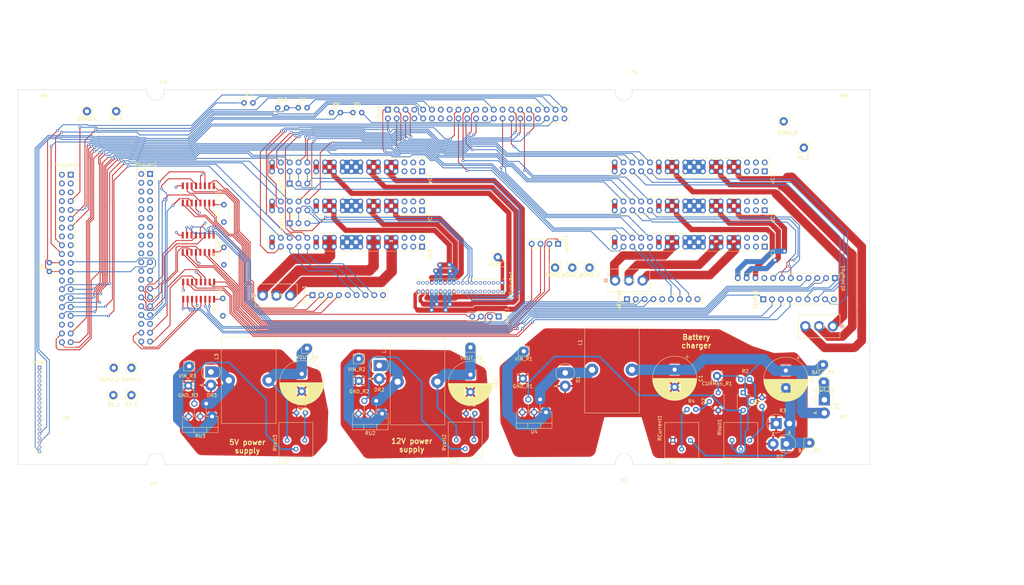
<source format=kicad_pcb>
(kicad_pcb (version 20211014) (generator pcbnew)
  (layers (0 "F.Cu" signal) (1 "In1.Cu" signal) (2 "In2.Cu" signal) (31 "B.Cu" signal) (34 "B.Paste" user) (35 "F.Paste" user) (36 "B.SilkS" user "B.Silkscreen") (37 "F.SilkS" user "F.Silkscreen") (38 "B.Mask" user) (39 "F.Mask" user) (44 "Edge.Cuts" user))
  (net 0 "")
  (net 4 "unconnected-(aC1-Pad15)")
  (net 5 "unconnected-(aC1-Pad25)")
  (net 6 "unconnected-(bC1-Pad15)")
  (net 7 "unconnected-(bC1-Pad25)")
  (net 8 "unconnected-(cC1-Pad15)")
  (net 9 "unconnected-(cC1-Pad25)")
  (net 10 "unconnected-(dC1-Pad15)")
  (net 11 "unconnected-(dC1-Pad25)")
  (net 12 "unconnected-(eC1-Pad15)")
  (net 13 "unconnected-(eC1-Pad25)")
  (net 14 "unconnected-(fC1-Pad15)")
  (net 15 "unconnected-(fC1-Pad25)")
  (net 42 "Net-(Pico_en1-Pad21)")
  (net 44 "Net-(Pico_en1-Pad23)")
  (net 78 "/a_HCS")
  (net 79 "/a_HBS")
  (net 80 "/a_HAS")
  (net 81 "/a_hc")
  (net 82 "/a_hb")
  (net 83 "/a_ha")
  (net 84 "/a_enA0")
  (net 85 "/a_enA1")
  (net 86 "/a_enB0")
  (net 87 "/a_enB1")
  (net 88 "/sGND")
  (net 89 "/b_HCS")
  (net 90 "/b_HBS")
  (net 91 "/b_HAS")
  (net 92 "/b_hc")
  (net 93 "/b_hb")
  (net 94 "/b_ha")
  (net 95 "/b_enA0")
  (net 96 "/b_enA1")
  (net 97 "/b_enB0")
  (net 98 "/b_enB1")
  (net 99 "/c_HCS")
  (net 100 "/c_HBS")
  (net 101 "/c_HAS")
  (net 102 "/c_hc")
  (net 103 "/c_hb")
  (net 104 "/c_ha")
  (net 105 "/c_enA0")
  (net 106 "/c_enA1")
  (net 107 "/c_enB0")
  (net 108 "/c_enB1")
  (net 109 "/d_HCS")
  (net 110 "/d_HBS")
  (net 111 "/d_HAS")
  (net 112 "/d_hc")
  (net 113 "/d_hb")
  (net 114 "/d_ha")
  (net 115 "/d_enA0")
  (net 116 "/d_enA1")
  (net 117 "/d_enB0")
  (net 118 "/d_enB1")
  (net 119 "/e_HCS")
  (net 120 "/e_HBS")
  (net 121 "/e_HAS")
  (net 122 "/e_hc")
  (net 123 "/e_hb")
  (net 124 "/e_ha")
  (net 125 "/12V")
  (net 126 "/f_enA0")
  (net 127 "/e_enA0")
  (net 128 "/f_enA1")
  (net 129 "/e_enA1")
  (net 130 "/f_enB0")
  (net 131 "/e_enB0")
  (net 132 "/f_enB1")
  (net 133 "/e_enB1")
  (net 134 "/f_ha")
  (net 135 "/f_hb")
  (net 136 "/f_hc")
  (net 137 "/f_HAS")
  (net 138 "/f_HBS")
  (net 139 "/f_HCS")
  (net 140 "PGND")
  (net 141 "/a_nlseep")
  (net 142 "/a_nfault")
  (net 143 "/a_brake")
  (net 144 "/b_brake")
  (net 145 "/b_nfault")
  (net 146 "/b_nlseep")
  (net 147 "/c_brake")
  (net 148 "/c_nfault")
  (net 149 "/c_nlseep")
  (net 150 "/d_nlseep")
  (net 151 "/d_nfault")
  (net 152 "/d_brake")
  (net 153 "/e_brake")
  (net 154 "/e_nfault")
  (net 155 "Net-(D1-Pad1)")
  (net 156 "Net-(Q1-Pad2)")
  (net 157 "Net-(Q1-Pad3)")
  (net 158 "Net-(Q2-Pad2)")
  (net 159 "Net-(R1-Pad1)")
  (net 160 "Net-(R4-Pad1)")
  (net 161 "/e_nlseep")
  (net 162 "/f_nlseep")
  (net 163 "/f_nfault")
  (net 164 "/f_brake")
  (net 165 "/a_pwm")
  (net 166 "/a_dir")
  (net 167 "/b_dir")
  (net 168 "/b_pwm")
  (net 169 "/c_dir")
  (net 170 "/c_pwm")
  (net 171 "/d_pwm")
  (net 172 "/d_dir")
  (net 173 "/e_dir")
  (net 174 "/e_pwm")
  (net 175 "/f_pwm")
  (net 176 "/f_dir")
  (net 177 "/f_enB")
  (net 178 "/f_enA")
  (net 179 "/a_enB")
  (net 180 "/a_enA")
  (net 181 "/d_enB")
  (net 182 "/d_enA")
  (net 183 "/c_enB")
  (net 184 "/c_enA")
  (net 185 "/e_enB")
  (net 186 "/e_enA")
  (net 187 "/b_enB")
  (net 188 "/b_enA")
  (net 189 "/5V")
  (net 190 "/3v3PiEn")
  (net 191 "/tape_in_barrier")
  (net 192 "/tape_horizontal_switch")
  (net 193 "/tape_full_back_switch")
  (net 194 "/mux_AO1")
  (net 195 "/mux_AO2")
  (net 196 "/MUX_clk")
  (net 197 "/MUX_latch")
  (net 198 "/MUX_sdo")
  (net 199 "/MUX_sdi")
  (net 200 "/MUX_oe_")
  (net 201 "Net-(Pico_mc1-Pad22)")
  (net 202 "Net-(Pico_mc1-Pad7)")
  (net 203 "Net-(D3-Pad1)")
  (net 204 "Net-(U4-Pad1)")
  (net 205 "R1_GND")
  (net 206 "R2_GND")
  (net 207 "Net-(RR2-Pad1)")
  (net 208 "Net-(RU2-Pad4)")
  (net 209 "R3_GND")
  (net 210 "Net-(RU3-Pad4)")
  (net 211 "Net-(BAT+_R1-Pad1)")
  (net 212 "Net-(BAT-_R1-Pad1)")
  (net 213 "Net-(CR2-Pad1)")
  (net 214 "Net-(CR3-Pad1)")
  (net 215 "Net-(CURMon_R1-Pad1)")
  (net 216 "Net-(DR2-Pad1)")
  (net 217 "Net-(DR3-Pad1)")
  (net 218 "Net-(Pico_mc1-Pad20)")
  (net 219 "Net-(Pico_mc1-Pad18)")
  (net 220 "Net-(RR3-Pad1)")
  (net 221 "Net-(RU2-Pad1)")
  (net 222 "Net-(RU3-Pad1)")
  (net 226 "/railUmes")
  (net 227 "/motorUmes")
  (net 228 "/batteryUmes")
  (footprint "Connector_PinHeader_1.27mm:PinHeader_1x20_P1.27mm_Vertical" (layer "F.Cu") (at 29 131.7)
    (fp_text reference "sens1")
    (fp_text value "Conn_01x20_Male")
  )
  (footprint "Connector_Pin:Pin_D1.2mm_L10.2mm_W2.9mm_FlatFork" (layer "F.Cu") (at 55.45 139.618)
    (fp_text reference "5V_1")
    (fp_text value "MountingHole_Pad")
  )
  (footprint "Diode_THT:D_DO-201AD_P3.81mm_Vertical_AnodeUp" (layer "F.Cu") (at 180.282 133.189 -90)
    (fp_text reference "D1")
    (fp_text value "D_Schottky")
  )
  (footprint "Resistor_THT:R_Axial_DIN0207_L6.3mm_D2.5mm_P2.54mm_Vertical" (layer "F.Cu") (at 230.799 135.102)
    (fp_text reference "R2")
    (fp_text value "R")
  )
  (footprint "Connector_PinSocket_2.54mm:PinSocket_2x20_P2.54mm_Vertical" (layer "F.Cu") (at 37.9748 76.118)
    (fp_text reference "Pico_mc1")
    (fp_text value "Conn_02x20_Odd_Even")
  )
  (footprint "Connector_PinHeader_2.54mm:PinHeader_1x04_P2.54mm_Vertical" (layer "F.Cu") (at 178.25 96.03 -90)
    (fp_text reference "JencF1")
    (fp_text value "Conn_01x04_Male")
  )
  (footprint "Diode_THT:D_DO-201AD_P3.81mm_Vertical_AnodeUp" (layer "F.Cu") (at 254.86 140.955 -90)
    (fp_text reference "D3")
    (fp_text value "D")
  )
  (footprint "Inductor_THT:L_Toroid_Vertical_L24.6mm_W15.5mm_P11.44mm_Pulse_KM-4" (layer "F.Cu") (at 188.029 132.308 90)
    (fp_text reference "L1")
    (fp_text value "150uH 3A")
  )
  (footprint "Connector_PinSocket_2.54mm:PinSocket_2x20_P2.54mm_Vertical" (layer "F.Cu") (at 60.82 75.91)
    (fp_text reference "Pico_en1")
    (fp_text value "Conn_02x20_Odd_Even")
  )
  (footprint "Connector_Pin:Pin_D1.2mm_L10.2mm_W2.9mm_FlatFork" (layer "F.Cu") (at 243.16 60.76)
    (fp_text reference "SGND_3")
    (fp_text value "MountingHole_Pad")
  )
  (footprint "Connector_Pin:Pin_D1.2mm_L10.2mm_W2.9mm_FlatFork" (layer "F.Cu") (at 120.884 129.154)
    (fp_text reference "VIN_R2")
    (fp_text value "MountingHole_Pad")
  )
  (footprint "Connector_PinHeader_2.54mm:PinHeader_1x04_P2.54mm_Vertical" (layer "F.Cu") (at 161.15 116.96 -90)
    (fp_text reference "JencE1")
    (fp_text value "Conn_01x04_Male")
  )
  (footprint "Connector_Pin:Pin_D1.2mm_L10.2mm_W2.9mm_FlatFork" (layer "F.Cu") (at 168.344 126.974)
    (fp_text reference "VIN_R1")
    (fp_text value "MountingHole_Pad")
  )
  (footprint "Diode_THT:D_DO-201AD_P3.81mm_Vertical_AnodeUp" (layer "F.Cu") (at 126.76 131.06 -90)
    (fp_text reference "DR2")
    (fp_text value "D_Schottky")
  )
  (footprint "Library:CONN_SD-41771-001_M450_03_MOL" (layer "F.Cu") (at 93.2 110.9 180)
    (fp_text reference "bPo1")
    (fp_text value "Conn_01x03_Male")
  )
  (footprint "Package_SO:SOIC-16_3.9x9.9mm_P1.27mm" (layer "F.Cu") (at 74.65 96.02 -90)
    (fp_text reference "U1")
    (fp_text value "AM26LV32xD")
  )
  (footprint "Resistor_THT:R_Axial_DIN0207_L6.3mm_D2.5mm_P2.54mm_Vertical" (layer "F.Cu") (at 105.517 144.698 180)
    (fp_text reference "RR3")
    (fp_text value "R")
  )
  (footprint "Connector_Pin:Pin_D1.2mm_L10.2mm_W2.9mm_FlatFork" (layer "F.Cu") (at 50.37 131.744)
    (fp_text reference "SGND_2")
    (fp_text value "MountingHole_Pad")
  )
  (footprint "MountingHole:MountingHole_4.5mm" (layer "F.Cu") (at 260.46 151.46)
    (fp_text reference "H7")
    (fp_text value "MountingHole")
  )
  (footprint "Library:CONN_SD-41771-001_M450_03_MOL" (layer "F.Cu") (at 194.64 106.58 180)
    (fp_text reference "aPo1")
    (fp_text value "Conn_01x03_Male")
  )
  (footprint "Connector_Pin:Pin_D1.2mm_L10.2mm_W2.9mm_FlatFork" (layer "F.Cu") (at 250.56 153.36)
    (fp_text reference "BAT-_R1")
    (fp_text value "MountingHole_Pad")
  )
  (footprint "Library:MP-bldc-module" (layer "F.Cu") (at 139.1 75.2 -90)
    (fp_text reference "eC1")
    (fp_text value "MP-bldc")
  )
  (footprint "Library:MP-bldc-module" (layer "F.Cu") (at 237.7 75.2 -90)
    (fp_text reference "cC1")
    (fp_text value "MP-bldc")
  )
  (footprint "Capacitor_THT:C_Disc_D5.0mm_W2.5mm_P5.00mm" (layer "F.Cu") (at 82.06 102.06 90)
    (fp_text reference "C3")
    (fp_text value "10 nF")
  )
  (footprint "Diode_THT:D_DO-201AD_P3.81mm_Vertical_AnodeUp" (layer "F.Cu") (at 243.917 153.644 180)
    (fp_text reference "D2")
    (fp_text value "D")
  )
  (footprint "Capacitor_THT:CP_Radial_D12.5mm_P5.00mm" (layer "F.Cu") (at 243.782 132.524041 -90)
    (fp_text reference "C2")
    (fp_text value "C_Polarized")
  )
  (footprint "Connector_Pin:Pin_D1.2mm_L10.2mm_W2.9mm_FlatFork" (layer "F.Cu") (at 254.4844 130.855)
    (fp_text reference "BAT+_R1")
    (fp_text value "MountingHole_Pad")
  )
  (footprint "Resistor_THT:R_Axial_DIN0207_L6.3mm_D2.5mm_P2.54mm_Vertical" (layer "F.Cu") (at 31.8328 104.003 90)
    (fp_text reference "R8")
    (fp_text value "4.7K")
  )
  (footprint "Library:MP-bldc-module" (layer "F.Cu") (at 237.7 96.9 -90)
    (fp_text reference "aC1")
    (fp_text value "MP-bldc")
  )
  (footprint "Connector_Pin:Pin_D1.2mm_L10.2mm_W2.9mm_FlatFork" (layer "F.Cu") (at 42.66 57.86)
    (fp_text reference "SGND_4")
    (fp_text value "MountingHole_Pad")
  )
  (footprint "Connector_PinHeader_2.54mm:PinHeader_1x03_P2.54mm_Vertical" (layer "F.Cu") (at 100.98 78.68 90)
    (fp_text reference "JhaA1")
    (fp_text value "Conn_01x03_Male")
  )
  (footprint "Capacitor_THT:CP_Radial_D12.5mm_P5.00mm" (layer "F.Cu") (at 211.778 132.270041 -90)
    (fp_text reference "C1")
    (fp_text value "C_Polarized")
  )
  (footprint "Connector_Pin:Pin_D1.2mm_L10.2mm_W2.9mm_FlatFork" (layer "F.Cu") (at 51.06 57.86)
    (fp_text reference "5V_4")
    (fp_text value "MountingHole_Pad")
  )
  (footprint "Capacitor_THT:CP_Radial_D12.5mm_P5.00mm" (layer "F.Cu") (at 153.015 133.726 -90)
    (fp_text reference "CR2")
    (fp_text value "C_Polarized")
  )
  (footprint "MountingHole:MountingHole_4.5mm" (layer "F.Cu") (at 62.4 151.55)
    (fp_text reference "H4")
    (fp_text value "MountingHole")
  )
  (footprint "Connector_Pin:Pin_D1.2mm_L10.2mm_W2.9mm_FlatFork" (layer "F.Cu") (at 187.27 102.9)
    (fp_text reference "PGND_3")
    (fp_text value "MountingHole_Pad")
  )
  (footprint "Resistor_THT:R_Axial_DIN0207_L6.3mm_D2.5mm_P2.54mm_Vertical" (layer "F.Cu") (at 87.865 55.44)
    (fp_text reference "R5")
    (fp_text value "4.7K")
  )
  (footprint "Capacitor_THT:C_Disc_D5.0mm_W2.5mm_P5.00mm" (layer "F.Cu") (at 81.76 116.76 90)
    (fp_text reference "C4")
    (fp_text value "10 nF")
  )
  (footprint "Connector_Pin:Pin_D1.2mm_L10.2mm_W2.9mm_FlatFork" (layer "F.Cu") (at 153.015 125.852)
    (fp_text reference "VOUT_R2")
    (fp_text value "MountingHole_Pad")
  )
  (footprint "Package_TO_SOT_THT:TO-220-5_P3.4x3.7mm_StaggerEven_Lead3.8mm_Vertical" (layer "F.Cu") (at 78.662 145.764 180)
    (fp_text reference "RU3")
    (fp_text value "LM2576HVT-ADJ")
  )
  (footprint "Connector_PinHeader_2.54mm:PinHeader_1x03_P2.54mm_Vertical" (layer "F.Cu") (at 100.99 90.11 90)
    (fp_text reference "JhaF1")
    (fp_text value "Conn_01x03_Male")
  )
  (footprint "Resistor_THT:R_Axial_DIN0207_L6.3mm_D2.5mm_P2.54mm_Vertical" (layer "F.Cu") (at 215.334 143.738)
    (fp_text reference "R4")
    (fp_text value "R")
  )
  (footprint "Resistor_THT:R_Axial_DIN0207_L6.3mm_D2.5mm_P2.54mm_Vertical" (layer "F.Cu") (at 97.555 56.88)
    (fp_text reference "R10")
    (fp_text value "100K")
  )
  (footprint "Resistor_THT:R_Axial_DIN0207_L6.3mm_D2.5mm_P2.54mm_Vertical" (layer "F.Cu") (at 103.455 56.83)
    (fp_text reference "R7")
    (fp_text value "56K")
  )
  (footprint "Inductor_THT:L_Toroid_Vertical_L24.6mm_W15.5mm_P11.44mm_Pulse_KM-4" (layer "F.Cu") (at 83.488 135.35 90)
    (fp_text reference "L3")
    (fp_text value "150uH 3A")
  )
  (footprint "Connector_Pin:Pin_D1.2mm_L10.2mm_W2.9mm_FlatFork" (layer "F.Cu") (at 71.804 136.874)
    (fp_text reference "GND_R3")
    (fp_text value "MountingHole_Pad")
  )
  (footprint "Resistor_THT:R_Axial_DIN0207_L6.3mm_D2.5mm_P2.54mm_Vertical" (layer "F.Cu") (at 154.295 144.902 180)
    (fp_text reference "RR2")
    (fp_text value "R")
  )
  (footprint "MountingHole:MountingHole_4.5mm" (layer "F.Cu") (at 36.76 151.56)
    (fp_text reference "H5")
    (fp_text value "MountingHole")
  )
  (footprint "Package_SO:SOIC-16_3.9x9.9mm_P1.27mm" (layer "F.Cu") (at 74.79 109.51 -90)
    (fp_text reference "U2")
    (fp_text value "AM26LV32xD")
  )
  (footprint "Potentiometer_THT:Potentiometer_Bourns_3296P_Horizontal" (layer "F.Cu") (at 148.951 152.522 90)
    (fp_text reference "RVolt2")
    (fp_text value "R_Potentiometer")
  )
  (footprint "Potentiometer_THT:Potentiometer_Bourns_3296P_Horizontal" (layer "F.Cu") (at 228.288 152.628 90)
    (fp_text reference "RVolt1")
    (fp_text value "R_Potentiometer")
  )
  (footprint "Connector_Pin:Pin_D1.2mm_L10.2mm_W2.9mm_FlatFork" (layer "F.Cu") (at 223.97 134.086)
    (fp_text reference "CURMon_R1")
    (fp_text value "MountingHole_Pad")
  )
  (footprint "Capacitor_THT:C_Disc_D5.0mm_W2.5mm_P5.00mm" (layer "F.Cu") (at 82.06 89.76 90)
    (fp_text reference "C5")
    (fp_text value "10 nF")
  )
  (footprint "Connector_Pin:Pin_D1.2mm_L10.2mm_W2.9mm_FlatFork" (layer "F.Cu") (at 177.37 102.9)
    (fp_text reference "PGND_1")
    (fp_text value "MountingHole_Pad")
  )
  (footprint "Connector_Pin:Pin_D1.2mm_L10.2mm_W2.9mm_FlatFork" (layer "F.Cu") (at 182.32 102.9)
    (fp_text reference "PGND_2")
    (fp_text value "MountingHole_Pad")
  )
  (footprint "Connector_PinHeader_2.54mm:PinHeader_1x09_P2.54mm_Vertical" (layer "F.Cu") (at 198.04 111.98 90)
    (fp_text reference "aEnHa1")
    (fp_text value "Conn_01x09_Male")
  )
  (footprint "Library:MP-bldc-module" (layer "F.Cu") (at 237.7 86.43 -90)
    (fp_text reference "dC1")
    (fp_text value "MP-bldc")
  )
  (footprint "Library:MP-bldc-module" (layer "F.Cu") (at 139.1 96.9 -90)
    (fp_text reference "bC1")
    (fp_text value "MP-bldc")
  )
  (footprint "MountingHole:MountingHole_4.5mm" (layer "F.Cu") (at 197.2 58.8)
    (fp_text reference "H1")
    (fp_text value "MountingHole")
  )
  (footprint "Package_TO_SOT_THT:TO-92L_Wide" (layer "F.Cu") (at 224.312 144.002 90)
    (fp_text reference "Q2")
    (fp_text value "NPN")
  )
  (footprint "Package_TO_SOT_THT:TO-220-5_P3.4x3.7mm_StaggerEven_Lead3.8mm_Vertical" (layer "F.Cu") (at 174.76 144.56 180)
    (fp_text reference "U4")
    (fp_text value "LM2576HVT-ADJ")
  )
  (footprint "Connector_PinHeader_2.54mm:PinHeader_1x12_P2.54mm_Vertical" (layer "F.Cu") (at 257.9 105.9 -90)
    (fp_text reference "dEnHaPo1")
    (fp_text value "Conn_01x09_Male")
  )
  (footprint "Potentiometer_THT:Potentiometer_Bourns_3296P_Horizontal" (layer "F.Cu") (at 100.252 152.622 90)
    (fp_text reference "RVolt3")
    (fp_text value "R_Potentiometer")
  )
  (footprint "Resistor_THT:R_Axial_DIN0207_L6.3mm_D2.5mm_P2.54mm_Vertical" (layer "F.Cu") (at 113.045 58.23)
    (fp_text reference "R9")
    (fp_text value "100K")
  )
  (footprint "Connector_Pin:Pin_D1.2mm_L10.2mm_W2.9mm_FlatFork" (layer "F.Cu") (at 72.058 131.286)
    (fp_text reference "VIN_R3")
    (fp_text value "MountingHole_Pad")
  )
  (footprint "Connector_Pin:Pin_D1.2mm_L10.2mm_W2.9mm_FlatFork" (layer "F.Cu") (at 105.996 126.156)
    (fp_text reference "VOUT_R3")
    (fp_text value "MountingHole_Pad")
  )
  (footprint "Diode_THT:D_DO-201AD_P3.81mm_Vertical_AnodeUp" (layer "F.Cu") (at 240.988 147.802)
    (fp_text reference "R3")
    (fp_text value "R")
  )
  (footprint "Library:MP-bldc-module" (layer "F.Cu") (at 139.1 86.43 -90)
    (fp_text reference "fC1")
    (fp_text value "MP-bldc")
  )
  (footprint "Package_TO_SOT_THT:TO-92L_Wide" (layer "F.Cu") (at 231.502 138.902 -90)
    (fp_text reference "Q1")
    (fp_text value "PNP")
  )
  (footprint "Library:CONN_SD-41771-001_M450_03_MOL" (layer "F.Cu") (at 257.314399 119.771799)
    (fp_text reference "cPo1")
    (fp_text value "Conn_01x03_Male")
  )
  (footprint "Resistor_THT:R_Axial_DIN0207_L6.3mm_D2.5mm_P2.54mm_Vertical" (layer "F.Cu") (at 119.185 58.23)
    (fp_text reference "R6")
    (fp_text value "56K")
  )
  (footprint "Connector_Pin:Pin_D1.2mm_L10.2mm_W2.9mm_FlatFork" (layer "F.Cu") (at 248.96 68.36)
    (fp_text reference "5V_3")
    (fp_text value "MountingHole_Pad")
  )
  (footprint "Connector_Pin:Pin_D1.2mm_L10.2mm_W2.9mm_FlatFork" (layer "F.Cu") (at 254.704 135.864)
    (fp_text reference "VOUT_R1")
    (fp_text value "MountingHole_Pad")
  )
  (footprint "Package_TO_SOT_THT:TO-220-5_P3.4x3.7mm_StaggerEven_Lead3.8mm_Vertical" (layer "F.Cu") (at 127.586 144.952 180)
    (fp_text reference "RU2")
    (fp_text value "LM2576HVT-ADJ")
  )
  (footprint "MountingHole:MountingHole_4.5mm" (layer "F.Cu") (at 62.4 58.8)
    (fp_text reference "H3")
    (fp_text value "MountingHole")
  )
  (footprint "Connector_PinHeader_1.27mm:PinHeader_2x20_P1.27mm_Vertical" (layer "F.Cu") (at 162.2062 107.2584 -90)
    (fp_text reference "efEnHaPo1")
    (fp_text value "Conn_02x20_Odd_Even")
  )
  (footprint "Connector_Pin:Pin_D1.2mm_L10.2mm_W2.9mm_FlatFork" (layer "F.Cu") (at 160.87 99.87)
    (fp_text reference "H12V_1")
    (fp_text value "MountingHole_Pad")
  )
  (footprint "Resistor_THT:R_Axial_DIN0207_L6.3mm_D2.5mm_P2.54mm_Vertical" (layer "F.Cu") (at 236.924 142.863 90)
    (fp_text reference "R1")
    (fp_text value "R")
  )
  (footprint "Connector_Pin:Pin_D1.2mm_L10.2mm_W2.9mm_FlatFork" (layer "F.Cu") (at 120.884 135.504)
    (fp_text reference "GND_R2")
    (fp_text value "MountingHole_Pad")
  )
  (footprint "Inductor_THT:L_Toroid_Vertical_L24.6mm_W15.5mm_P11.44mm_Pulse_KM-4" (layer "F.Cu") (at 132.06 135.758 90)
    (fp_text reference "L2")
    (fp_text value "150uH 3A")
  )
  (footprint "MountingHole:MountingHole_4.5mm" (layer "F.Cu") (at 30.16 58.86)
    (fp_text reference "H6")
    (fp_text value "MountingHole")
  )
  (footprint "Diode_THT:D_DO-201AD_P3.81mm_Vertical_AnodeUp" (layer "F.Cu") (at 78.31 132.929 -90)
    (fp_text reference "DR3")
    (fp_text value "D_Schottky")
  )
  (footprint "Connector_PinHeader_2.54mm:PinHeader_1x09_P2.54mm_Vertical" (layer "F.Cu") (at 237.28 112.02 90)
    (fp_text reference "cEnHa1")
    (fp_text value "Conn_01x09_Male")
  )
  (footprint "Connector_PinSocket_2.54mm:PinSocket_2x21_P2.54mm_Vertical" (layer "F.Cu") (at 129.245 57.385 90)
    (fp_text reference "Jmux1")
    (fp_text value "Conn_02x21_Counter_Clockwise")
  )
  (footprint "Potentiometer_THT:Potentiometer_Bourns_3296P_Horizontal" (layer "F.Cu") (at 211.26 152.64 90)
    (fp_text reference "RCurrent1")
    (fp_text value "R_Potentiometer")
  )
  (footprint "Connector_Pin:Pin_D1.2mm_L10.2mm_W2.9mm_FlatFork" (layer "F.Cu") (at 55.45 131.744)
    (fp_text reference "SGND_1")
    (fp_text value "MountingHole_Pad")
  )
  (footprint "MountingHole:MountingHole_4.5mm" (layer "F.Cu") (at 260.46 58.86)
    (fp_text reference "H8")
    (fp_text value "MountingHole")
  )
  (footprint "MountingHole:MountingHole_4.5mm" (layer "F.Cu") (at 197.2 151.55)
    (fp_text reference "H2")
    (fp_text value "MountingHole")
  )
  (footprint "Capacitor_THT:CP_Radial_D12.5mm_P5.00mm" (layer "F.Cu") (at 104.472 133.504164 -90)
    (fp_text reference "CR3")
    (fp_text value "C_Polarized")
  )
  (footprint "Package_SO:SOIC-16_3.9x9.9mm_P1.27mm" (layer "F.Cu") (at 74.68 81.8 -90)
    (fp_text reference "U3")
    (fp_text value "AM26LV32xD")
  )
  (footprint "Connector_Pin:Pin_D1.2mm_L10.2mm_W2.9mm_FlatFork" (layer "F.Cu") (at 168.09 134.848)
    (fp_text reference "GND_R1")
    (fp_text value "MountingHole_Pad")
  )
  (footprint "Connector_PinHeader_2.54mm:PinHeader_1x09_P2.54mm_Vertical" (layer "F.Cu") (at 107.55 110.8 90)
    (fp_text reference "bEnHa1")
    (fp_text value "Conn_01x09_Male")
  )
  (footprint "Connector_Pin:Pin_D1.2mm_L10.2mm_W2.9mm_FlatFork" (layer "F.Cu") (at 50.246 139.618)
    (fp_text reference "5V_2")
    (fp_text value "MountingHole_Pad")
  )
  (gr_line (start 64.9 51.6) (end 64.9 52.3) (layer "Edge.Cuts") (width 0.1))
  (gr_arc (start 64.9 52.3) (mid 62.425 54.775) (end 59.95 52.3) (layer "Edge.Cuts") (width 0.1))
  (gr_arc (start 199.6 52.3) (mid 197.125 54.775) (end 194.65 52.3) (layer "Edge.Cuts") (width 0.1))
  (gr_line (start 199.7 158.9) (end 199.7 159.6) (layer "Edge.Cuts") (width 0.1))
  (gr_line (start 22.8 159.6) (end 22.8 51.6) (layer "Edge.Cuts") (width 0.1))
  (gr_line (start 59.95 159.6) (end 25.55 159.6) (layer "Edge.Cuts") (width 0.1))
  (gr_arc (start 59.95 158.9) (mid 62.425 156.425) (end 64.9 158.9) (layer "Edge.Cuts") (width 0.1))
  (gr_line (start 194.65 52.3) (end 194.65 51.6) (layer "Edge.Cuts") (width 0.1))
  (gr_line (start 194.75 159.6) (end 194.75 158.9) (layer "Edge.Cuts") (width 0.1))
  (gr_line (start 267.9 159.6) (end 199.7 159.6) (layer "Edge.Cuts") (width 0.1))
  (gr_line (start 199.6 51.6) (end 199.6 52.3) (layer "Edge.Cuts") (width 0.1))
  (gr_line (start 59.95 159.6) (end 59.95 158.9) (layer "Edge.Cuts") (width 0.1))
  (gr_line (start 59.95 52.3) (end 59.95 51.6) (layer "Edge.Cuts") (width 0.1))
  (gr_line (start 22.8 51.6) (end 59.95 51.6) (layer "Edge.Cuts") (width 0.1))
  (gr_line (start 267.9 51.6) (end 267.9 159.6) (layer "Edge.Cuts") (width 0.1))
  (gr_line (start 64.9 158.9) (end 64.9 159.6) (layer "Edge.Cuts") (width 0.1))
  (gr_line (start 194.75 159.6) (end 64.9 159.6) (layer "Edge.Cuts") (width 0.1))
  (gr_line (start 267.9 51.6) (end 199.6 51.6) (layer "Edge.Cuts") (width 0.1))
  (gr_line (start 64.9 51.6) (end 194.65 51.6) (layer "Edge.Cuts") (width 0.1))
  (gr_line (start 25.55 159.6) (end 22.8 159.6) (layer "Edge.Cuts") (width 0.1))
  (gr_arc (start 194.75 158.9) (mid 197.225 156.425) (end 199.7 158.9) (layer "Edge.Cuts") (width 0.1))
  (gr_text "5V power\nsupply" (at 88.822 154.4) (layer "F.SilkS") (effects (font (size 1.5 1.5) (thickness 0.3))))
  (gr_text "Battery\ncharger" (at 218.01 124.124) (layer "F.SilkS") (effects (font (size 1.5 1.5) (thickness 0.3))))
  (gr_text "12V power\nsupply" (at 136.124 154.046) (layer "F.SilkS") (effects (font (size 1.5 1.5) (thickness 0.3))))
  (segment (start 214.84 94.3) (end 219.92 94.3) (width 1.5) (layer "B.Cu") (net 4))
  (segment (start 219.92 96.84) (end 219.92 94.3) (width 1.5) (layer "B.Cu") (net 4))
  (segment (start 214.84 96.84) (end 219.92 96.84) (width 1.5) (layer "B.Cu") (net 4))
  (segment (start 217.38 96.84) (end 217.38 94.3) (width 1.5) (layer "B.Cu") (net 4))
  (segment (start 214.84 96.84) (end 214.84 94.3) (width 1.5) (layer "B.Cu") (net 4))
  (segment (start 207.22 94.3) (end 207.22 96.84) (width 1.5) (layer "F.Cu") (net 5))
  (segment (start 118.78 96.84) (end 118.78 94.3) (width 1.5) (layer "B.Cu") (net 6))
  (segment (start 121.32 96.84) (end 121.32 94.3) (width 1.5) (layer "B.Cu") (net 6))
  (segment (start 116.24 96.84) (end 116.24 94.3) (width 1.5) (layer "B.Cu") (net 6))
  (segment (start 116.24 94.3) (end 121.32 94.3) (width 1.5) (layer "B.Cu") (net 6))
  (segment (start 116.24 96.84) (end 121.32 96.84) (width 1.5) (layer "B.Cu") (net 6))
  (segment (start 108.62 94.3) (end 108.62 96.84) (width 1.5) (layer "F.Cu") (net 7))
  (segment (start 214.84 75.14) (end 219.92 75.14) (width 1.5) (layer "B.Cu") (net 8))
  (segment (start 219.92 72.6) (end 219.92 75.14) (width 1.5) (layer "B.Cu") (net 8))
  (segment (start 214.84 72.6) (end 214.84 75.14) (width 1.5) (layer "B.Cu") (net 8))
  (segment (start 214.84 72.6) (end 219.92 72.6) (width 1.5) (layer "B.Cu") (net 8))
  (segment (start 217.38 72.6) (end 217.38 75.14) (width 1.5) (layer "B.Cu") (net 8))
  (segment (start 207.22 72.6) (end 207.22 75.14) (width 1.5) (layer "F.Cu") (net 9))
  (segment (start 214.84 83.83) (end 219.92 83.83) (width 1.5) (layer "B.Cu") (net 10))
  (segment (start 214.84 83.83) (end 214.84 86.37) (width 1.5) (layer "B.Cu") (net 10))
  (segment (start 214.84 86.37) (end 219.92 86.37) (width 1.5) (layer "B.Cu") (net 10))
  (segment (start 219.92 86.37) (end 219.92 83.83) (width 1.5) (layer "B.Cu") (net 10))
  (segment (start 217.38 83.83) (end 217.38 86.37) (width 1.5) (layer "B.Cu") (net 10))
  (segment (start 207.22 83.83) (end 207.22 86.37) (width 1.5) (layer "F.Cu") (net 11))
  (segment (start 118.78 75.14) (end 118.78 72.6) (width 1.5) (layer "B.Cu") (net 12))
  (segment (start 116.24 75.14) (end 116.24 72.6) (width 1.5) (layer "B.Cu") (net 12))
  (segment (start 116.24 72.6) (end 121.32 72.6) (width 1.5) (layer "B.Cu") (net 12))
  (segment (start 116.24 75.14) (end 121.32 75.14) (width 1.5) (layer "B.Cu") (net 12))
  (segment (start 121.32 75.14) (end 121.32 72.6) (width 1.5) (layer "B.Cu") (net 12))
  (segment (start 108.62 72.6) (end 108.62 75.14) (width 1.5) (layer "F.Cu") (net 13))
  (segment (start 116.24 86.37) (end 116.24 83.83) (width 1.5) (layer "B.Cu") (net 14))
  (segment (start 121.32 86.37) (end 121.32 83.83) (width 1.5) (layer "B.Cu") (net 14))
  (segment (start 118.78 86.37) (end 118.78 83.83) (width 1.5) (layer "B.Cu") (net 14))
  (segment (start 116.24 86.37) (end 121.32 86.37) (width 1.5) (layer "B.Cu") (net 14))
  (segment (start 116.24 83.83) (end 121.32 83.83) (width 1.5) (layer "B.Cu") (net 14))
  (segment (start 108.62 83.83) (end 108.62 86.37) (width 1.5) (layer "F.Cu") (net 15))
  (segment (start 59.455 102.675) (end 60.82 101.31) (width 0.25) (layer "B.Cu") (net 42))
  (segment (start 56.585 102.675) (end 59.455 102.675) (width 0.25) (layer "B.Cu") (net 42))
  (segment (start 55.202 104.058) (end 56.585 102.675) (width 0.25) (layer "B.Cu") (net 42))
  (segment (start 37.9748 104.058) (end 55.202 104.058) (width 0.25) (layer "B.Cu") (net 42))
  (segment (start 62.37 100.9) (end 62.37 102.3) (width 0.25) (layer "B.Cu") (net 44))
  (segment (start 62.37 102.3) (end 60.82 103.85) (width 0.25) (layer "B.Cu") (net 44))
  (segment (start 61.605 100.135) (end 62.37 100.9) (width 0.25) (layer "B.Cu") (net 44))
  (segment (start 57.793299 100.135) (end 61.605 100.135) (width 0.25) (layer "B.Cu") (net 44))
  (segment (start 37.9748 101.518) (end 38.3028 101.19) (width 0.25) (layer "B.Cu") (net 44))
  (segment (start 56.738299 101.19) (end 57.793299 100.135) (width 0.25) (layer "B.Cu") (net 44))
  (segment (start 38.3028 101.19) (end 56.738299 101.19) (width 0.25) (layer "B.Cu") (net 44))
  (segment (start 229.08 96.84) (end 227.54 96.84) (width 1.5) (layer "F.Cu") (net 78))
  (segment (start 227.54 94.3) (end 227.54 96.84) (width 1.5) (layer "F.Cu") (net 78))
  (segment (start 202.559999 106.58) (end 204.119999 105.02) (width 2.5) (layer "F.Cu") (net 78))
  (segment (start 230.08 94.3) (end 230.08 96.84) (width 1.5) (layer "F.Cu") (net 78))
  (segment (start 221.91 105.02) (end 229.08 97.85) (width 2.5) (layer "F.Cu") (net 78))
  (segment (start 227.54 94.3) (end 230.08 94.3) (width 1.5) (layer "F.Cu") (net 78))
  (segment (start 204.119999 105.02) (end 221.91 105.02) (width 2.5) (layer "F.Cu") (net 78))
  (segment (start 230.08 96.84) (end 229.08 96.84) (width 1.5) (layer "F.Cu") (net 78))
  (segment (start 229.08 97.85) (end 229.08 96.84) (width 2.5) (layer "F.Cu") (net 78))
  (segment (start 224 96.84) (end 225 96.84) (width 1.5) (layer "F.Cu") (net 79))
  (segment (start 222.46 96.84) (end 222.46 94.3) (width 1.5) (layer "F.Cu") (net 79))
  (segment (start 222.46 94.3) (end 225 94.3) (width 1.5) (layer "F.Cu") (net 79))
  (segment (start 198.6 104.581468) (end 201.121468 102.06) (width 2.5) (layer "F.Cu") (net 79))
  (segment (start 222.46 96.84) (end 224 96.84) (width 1.5) (layer "F.Cu") (net 79))
  (segment (start 225 96.84) (end 225 94.3) (width 1.5) (layer "F.Cu") (net 79))
  (segment (start 218.78 102.06) (end 224 96.84) (width 2.5) (layer "F.Cu") (net 79))
  (segment (start 201.121468 102.06) (end 218.78 102.06) (width 2.5) (layer "F.Cu") (net 79))
  (segment (start 198.6 106.58) (end 198.6 104.581468) (width 2.5) (layer "F.Cu") (net 79))
  (segment (start 209.76 94.3) (end 212.3 94.3) (width 1.5) (layer "F.Cu") (net 80))
  (segment (start 209.76 96.84) (end 209.76 94.3) (width 1.5) (layer "F.Cu") (net 80))
  (segment (start 212.3 96.84) (end 212.3 94.3) (width 1.5) (layer "F.Cu") (net 80))
  (segment (start 208.779501 99.360499) (end 211.3 96.84) (width 2.5) (layer "F.Cu") (net 80))
  (segment (start 194.4134 101.8966) (end 196.949501 99.360499) (width 2.5) (layer "F.Cu") (net 80))
  (segment (start 196.949501 99.360499) (end 208.779501 99.360499) (width 2.5) (layer "F.Cu") (net 80))
  (segment (start 209.76 96.84) (end 211.3 96.84) (width 1.5) (layer "F.Cu") (net 80))
  (segment (start 211.3 96.84) (end 212.3 96.84) (width 1.5) (layer "F.Cu") (net 80))
  (segment (start 194.4134 106.3534) (end 194.4134 101.8966) (width 2.5) (layer "F.Cu") (net 80))
  (segment (start 194.64 106.58) (end 194.4134 106.3534) (width 2.5) (layer "F.Cu") (net 80))
  (segment (start 215.82 110.29) (end 204.68 99.15) (width 0.25) (layer "B.Cu") (net 81))
  (segment (start 215.82 111.98) (end 215.82 110.29) (width 0.25) (layer "B.Cu") (net 81))
  (segment (start 204.68 99.15) (end 204.68 96.84) (width 0.25) (layer "B.Cu") (net 81))
  (segment (start 202.14 98.29) (end 202.14 96.84) (width 0.25) (layer "B.Cu") (net 82))
  (segment (start 213.28 109.43) (end 202.14 98.29) (width 0.25) (layer "B.Cu") (net 82))
  (segment (start 213.28 111.98) (end 213.28 109.43) (width 0.25) (layer "B.Cu") (net 82))
  (segment (start 210.74 107.98) (end 199.6 96.84) (width 0.25) (layer "B.Cu") (net 83))
  (segment (start 210.74 111.98) (end 210.74 107.98) (width 0.25) (layer "B.Cu") (net 83))
  (segment (start 77.67 93.39) (end 77.825 93.545) (width 0.25) (layer "F.Cu") (net 84))
  (segment (start 77.67 91.59) (end 77.67 93.39) (width 0.25) (layer "F.Cu") (net 84))
  (via (at 77.67 91.59) (size 0.8) (drill 0.4) (layers "F.Cu" "B.Cu") (net 84))
  (segment (start 96.14 118.53) (end 89.74 112.13) (width 0.25) (layer "B.Cu") (net 84))
  (segment (start 168.29448 112.71) (end 162.47448 118.53) (width 0.25) (layer "B.Cu") (net 84))
  (segment (start 89.74 100.79) (end 79.9155 90.9655) (width 0.25) (layer "B.Cu") (net 84))
  (segment (start 78.2945 90.9655) (end 77.67 91.59) (width 0.25) (layer "B.Cu") (net 84))
  (segment (start 162.47448 118.53) (end 96.14 118.53) (width 0.25) (layer "B.Cu") (net 84))
  (segment (start 198.04 111.98) (end 197.31 112.71) (width 0.25) (layer "B.Cu") (net 84))
  (segment (start 79.9155 90.9655) (end 78.2945 90.9655) (width 0.25) (layer "B.Cu") (net 84))
  (segment (start 197.31 112.71) (end 168.29448 112.71) (width 0.25) (layer "B.Cu") (net 84))
  (segment (start 89.74 112.13) (end 89.74 100.79) (width 0.25) (layer "B.Cu") (net 84))
  (segment (start 78.98 93.43) (end 79.095 93.545) (width 0.25) (layer "F.Cu") (net 85))
  (segment (start 78.98 91.69) (end 78.98 93.43) (width 0.25) (layer "F.Cu") (net 85))
  (via (at 78.98 91.69) (size 0.8) (drill 0.4) (layers "F.Cu" "B.Cu") (net 85))
  (segment (start 168.45017 113.19) (end 162.660669 118.979501) (width 0.25) (layer "B.Cu") (net 85))
  (segment (start 95.953811 118.979501) (end 95.392811 118.418501) (width 0.25) (layer "B.Cu") (net 85))
  (segment (start 79.91 91.69) (end 78.98 91.69) (width 0.25) (layer "B.Cu") (net 85))
  (segment (start 199.96 113.19) (end 168.45017 113.19) (width 0.25) (layer "B.Cu") (net 85))
  (segment (start 89.24 101.02) (end 79.91 91.69) (width 0.25) (layer "B.Cu") (net 85))
  (segment (start 95.392811 118.418501) (end 95.354191 118.418501) (width 0.25) (layer "B.Cu") (net 85))
  (segment (start 200.58 112.57) (end 199.96 113.19) (width 0.25) (layer "B.Cu") (net 85))
  (segment (start 95.354191 118.418501) (end 89.24 112.30431) (width 0.25) (layer "B.Cu") (net 85))
  (segment (start 162.660669 118.979501) (end 95.953811 118.979501) (width 0.25) (layer "B.Cu") (net 85))
  (segment (start 200.58 111.98) (end 200.58 112.57) (width 0.25) (layer "B.Cu") (net 85))
  (segment (start 89.24 112.30431) (end 89.24 101.02) (width 0.25) (layer "B.Cu") (net 85))
  (segment (start 72.8 91.19) (end 72.8 93.49) (width 0.25) (layer "F.Cu") (net 86))
  (segment (start 72.8 93.49) (end 72.745 93.545) (width 0.25) (layer "F.Cu") (net 86))
  (via (at 72.8 91.19) (size 0.8) (drill 0.4) (layers "F.Cu" "B.Cu") (net 86))
  (segment (start 95.206622 118.868002) (end 95.168002 118.868002) (width 0.25) (layer "B.Cu") (net 86))
  (segment (start 202.45 111.98) (end 200.790499 113.639501) (width 0.25) (layer "B.Cu") (net 86))
  (segment (start 77.26 92.42) (end 76.03 91.19) (width 0.25) (layer "B.Cu") (net 86))
  (segment (start 200.790499 113.639501) (end 168.636359 113.639501) (width 0.25) (layer "B.Cu") (net 86))
  (segment (start 88.72 101.37) (end 79.77 92.42) (width 0.25) (layer "B.Cu") (net 86))
  (segment (start 162.846858 119.429002) (end 95.767622 119.429002) (width 0.25) (layer "B.Cu") (net 86))
  (segment (start 203.12 111.98) (end 202.45 111.98) (width 0.25) (layer "B.Cu") (net 86))
  (segment (start 95.767622 119.429002) (end 95.206622 118.868002) (width 0.25) (layer "B.Cu") (net 86))
  (segment (start 76.03 91.19) (end 72.8 91.19) (width 0.25) (layer "B.Cu") (net 86))
  (segment (start 95.168002 118.868002) (end 88.72 112.42) (width 0.25) (layer "B.Cu") (net 86))
  (segment (start 168.636359 113.639501) (end 162.846858 119.429002) (width 0.25) (layer "B.Cu") (net 86))
  (segment (start 88.72 112.42) (end 88.72 101.37) (width 0.25) (layer "B.Cu") (net 86))
  (segment (start 79.77 92.42) (end 77.26 92.42) (width 0.25) (layer "B.Cu") (net 86))
  (segment (start 71.31 91.32) (end 71.31 93.38) (width 0.25) (layer "F.Cu") (net 87))
  (segment (start 71.31 93.38) (end 71.475 93.545) (width 0.25) (layer "F.Cu") (net 87))
  (via (at 71.31 91.32) (size 0.8) (drill 0.4) (layers "F.Cu" "B.Cu") (net 87))
  (segment (start 163.033047 119.878503) (end 95.581433 119.878503) (width 0.25) (layer "B.Cu") (net 87))
  (segment (start 204.99 111.98) (end 202.880998 114.089002) (width 0.25) (layer "B.Cu") (net 87))
  (segment (start 202.880998 114.089002) (end 168.822548 114.089002) (width 0.25) (layer "B.Cu") (net 87))
  (segment (start 95.581433 119.878503) (end 95.020433 119.317503) (width 0.25) (layer "B.Cu") (net 87))
  (segment (start 88.11 112.45) (end 88.11 101.4) (width 0.25) (layer "B.Cu") (net 87))
  (segment (start 205.66 111.98) (end 204.99 111.98) (width 0.25) (layer "B.Cu") (net 87))
  (segment (start 95.020433 119.317503) (end 94.977503 119.317503) (width 0.25) (layer "B.Cu") (net 87))
  (segment (start 71.82 91.32) (end 71.31 91.32) (width 0.25) (layer "B.Cu") (net 87))
  (segment (start 79.69 92.98) (end 73.48 92.98) (width 0.25) (layer "B.Cu") (net 87))
  (segment (start 73.48 92.98) (end 71.82 91.32) (width 0.25) (layer "B.Cu") (net 87))
  (segment (start 94.977503 119.317503) (end 88.11 112.45) (width 0.25) (layer "B.Cu") (net 87))
  (segment (start 88.11 101.4) (end 79.69 92.98) (width 0.25) (layer "B.Cu") (net 87))
  (segment (start 168.822548 114.089002) (end 163.033047 119.878503) (width 0.25) (layer "B.Cu") (net 87))
  (segment (start 70.345 109.255) (end 70.47 109.38) (width 0.25) (layer "F.Cu") (net 88))
  (segment (start 74.155 113.625) (end 74.36 113.83) (width 0.25) (layer "F.Cu") (net 88))
  (segment (start 68.725 79.325) (end 68.28 79.77) (width 0.25) (layer "F.Cu") (net 88))
  (segment (start 69.205 93.545) (end 68.39 92.73) (width 0.25) (layer "F.Cu") (net 88))
  (segment (start 74.045 84.275) (end 74.045 86.105) (width 0.25) (layer "F.Cu") (net 88))
  (segment (start 74.015 100.755) (end 74.89 101.63) (width 0.25) (layer "F.Cu") (net 88))
  (segment (start 70.235 79.325) (end 68.725 79.325) (width 0.25) (layer "F.Cu") (net 88))
  (segment (start 70.345 107.035) (end 70.345 109.255) (width 0.25) (layer "F.Cu") (net 88))
  (segment (start 74.155 111.985) (end 74.155 113.625) (width 0.25) (layer "F.Cu") (net 88))
  (segment (start 74.015 98.495) (end 74.015 100.755) (width 0.25) (layer "F.Cu") (net 88))
  (segment (start 70.205 93.545) (end 69.205 93.545) (width 0.25) (layer "F.Cu") (net 88))
  (segment (start 74.045 86.105) (end 74.98 87.04) (width 0.25) (layer "F.Cu") (net 88))
  (via (at 74.98 87.04) (size 0.8) (drill 0.4) (layers "F.Cu" "B.Cu") (net 88))
  (via (at 74.36 113.83) (size 0.8) (drill 0.4) (layers "F.Cu" "B.Cu") (net 88))
  (via (at 74.89 101.63) (size 0.8) (drill 0.4) (layers "F.Cu" "B.Cu") (net 88))
  (via (at 70.47 109.38) (size 0.8) (drill 0.4) (layers "F.Cu" "B.Cu") (net 88))
  (via (at 68.39 92.73) (size 0.8) (drill 0.4) (layers "F.Cu" "B.Cu") (net 88))
  (via (at 68.28 79.77) (size 0.8) (drill 0.4) (layers "F.Cu" "B.Cu") (net 88))
  (segment (start 105.019999 107) (end 127.34 107) (width 3) (layer "F.Cu") (net 89))
  (segment (start 127.34 107) (end 130.34 104) (width 3) (layer "F.Cu") (net 89))
  (segment (start 131.48 94.3) (end 128.94 94.3) (width 1.5) (layer "F.Cu") (net 89))
  (segment (start 128.94 94.3) (end 128.94 96.84) (width 1.5) (layer "F.Cu") (net 89))
  (segment (start 101.119999 110.9) (end 105.019999 107) (width 3) (layer "F.Cu") (net 89))
  (segment (start 130.34 104) (end 130.34 96.84) (width 3) (layer "F.Cu") (net 89))
  (segment (start 130.34 96.84) (end 128.94 96.84) (width 1.5) (layer "F.Cu") (net 89))
  (segment (start 131.48 94.3) (end 131.48 96.84) (width 1.5) (layer "F.Cu") (net 89))
  (segment (start 131.48 96.84) (end 130.34 96.84) (width 1.5) (layer "F.Cu") (net 89))
  (segment (start 123.86 96.84) (end 123.86 94.3) (width 1.5) (layer "F.Cu") (net 90))
  (segment (start 97.16 110.13) (end 103.41 103.88) (width 3) (layer "F.Cu") (net 90))
  (segment (start 123.92 103.7) (end 125.14 102.48) (width 3) (layer "F.Cu") (net 90))
  (segment (start 103.59 103.7) (end 123.92 103.7) (width 3) (layer "F.Cu") (net 90))
  (segment (start 103.41 103.88) (end 103.59 103.7) (width 3) (layer "F.Cu") (net 90))
  (segment (start 126.4 96.84) (end 126.4 94.3) (width 1.5) (layer "F.Cu") (net 90))
  (segment (start 125.14 102.48) (end 125.14 95.98) (width 3) (layer "F.Cu") (net 90))
  (segment (start 123.86 94.3) (end 126.4 94.3) (width 1.5) (layer "F.Cu") (net 90))
  (segment (start 97.16 110.9) (end 97.16 110.13) (width 3) (layer "F.Cu") (net 90))
  (segment (start 126.4 96.84) (end 123.86 96.84) (width 1.5) (layer "F.Cu") (net 90))
  (segment (start 113.7 94.3) (end 113.7 96.84) (width 1.5) (layer "F.Cu") (net 91))
  (segment (start 112.59 99.47) (end 112.59 95.31) (width 3) (layer "F.Cu") (net 91))
  (segment (start 111.73 100.33) (end 112.59 99.47) (width 3) (layer "F.Cu") (net 91))
  (segment (start 93.2 110.9) (end 93.2 109.19) (width 3) (layer "F.Cu") (net 91))
  (segment (start 101.51 100.88) (end 102.06 100.33) (width 3) (layer "F.Cu") (net 91))
  (segment (start 93.2 109.19) (end 101.51 100.88) (width 3) (layer "F.Cu") (net 91))
  (segment (start 102.06 100.33) (end 111.73 100.33) (width 3) (layer "F.Cu") (net 91))
  (segment (start 111.16 96.84) (end 113.7 96.84) (width 1.5) (layer "F.Cu") (net 91))
  (segment (start 111.16 94.3) (end 113.7 94.3) (width 1.5) (layer "F.Cu") (net 91))
  (segment (start 111.16 94.3) (end 111.16 96.84) (width 1.5) (layer "F.Cu") (net 91))
  (segment (start 116.28 101.75) (end 108.93 101.75) (width 0.25) (layer "B.Cu") (net 92))
  (segment (start 108.93 101.75) (end 106.08 98.9) (width 0.25) (layer "B.Cu") (net 92))
  (segment (start 106.08 98.9) (end 106.08 96.84) (width 0.25) (layer "B.Cu") (net 92))
  (segment (start 125.33 110.8) (end 116.28 101.75) (width 0.25) (layer "B.Cu") (net 92))
  (segment (start 107.74 102.86) (end 103.54 98.66) (width 0.25) (layer "B.Cu") (net 93))
  (segment (start 103.54 98.66) (end 103.54 96.84) (width 0.25) (layer "B.Cu") (net 93))
  (segment (start 114.85 102.86) (end 107.74 102.86) (width 0.25) (layer "B.Cu") (net 93))
  (segment (start 122.79 110.8) (end 114.85 102.86) (width 0.25) (layer "B.Cu") (net 93))
  (segment (start 101 98.45) (end 101 96.84) (width 0.25) (layer "B.Cu") (net 94))
  (segment (start 106.39 103.84) (end 101 98.45) (width 0.25) (layer "B.Cu") (net 94))
  (segment (start 113.29 103.84) (end 106.39 103.84) (width 0.25) (layer "B.Cu") (net 94))
  (segment (start 120.25 110.8) (end 113.29 103.84) (width 0.25) (layer "B.Cu") (net 94))
  (segment (start 77.855 78.948249) (end 77.855 79.325) (width 0.25) (layer "F.Cu") (net 95))
  (segment (start 82.241996 80.121996) (end 80.02 77.9) (width 0.25) (layer "F.Cu") (net 95))
  (segment (start 102.128004 114.561996) (end 92.645052 114.561996) (width 0.25) (layer "F.Cu") (net 95))
  (segment (start 105.89 110.8) (end 102.128004 114.561996) (width 0.25) (layer "F.Cu") (net 95))
  (segment (start 90.613513 107.166487) (end 89.61 106.162974) (width 0.25) (layer "F.Cu") (net 95))
  (segment (start 86.426507 83.619437) (end 82.929066 80.121996) (width 0.25) (layer "F.Cu") (net 95))
  (segment (start 82.929066 80.121996) (end 82.241996 80.121996) (width 0.25) (layer "F.Cu") (net 95))
  (segment (start 86.426507 92.356507) (end 86.426507 83.619437) (width 0.25) (layer "F.Cu") (net 95))
  (segment (start 92.645052 114.561996) (end 90.613513 112.530457) (width 0.25) (layer "F.Cu") (net 95))
  (segment (start 90.613513 112.530457) (end 90.613513 107.166487) (width 0.25) (layer "F.Cu") (net 95))
  (segment (start 89.61 95.54) (end 86.426507 92.356507) (width 0.25) (layer "F.Cu") (net 95))
  (segment (start 78.903249 77.9) (end 77.855 78.948249) (width 0.25) (layer "F.Cu") (net 95))
  (segment (start 89.61 106.162974) (end 89.61 95.54) (width 0.25) (layer "F.Cu") (net 95))
  (segment (start 80.02 77.9) (end 78.903249 77.9) (width 0.25) (layer "F.Cu") (net 95))
  (segment (start 107.55 110.8) (end 105.89 110.8) (width 0.25) (layer "F.Cu") (net 95))
  (segment (start 89.160499 95.836189) (end 86.050499 92.726189) (width 0.25) (layer "F.Cu") (net 96))
  (segment (start 86.050499 92.726189) (end 86.050499 92.696189) (width 0.25) (layer "F.Cu") (net 96))
  (segment (start 90.164012 107.665732) (end 89.160499 106.662219) (width 0.25) (layer "F.Cu") (net 96))
  (segment (start 85.977006 83.805626) (end 82.742877 80.571497) (width 0.25) (layer "F.Cu") (net 96))
  (segment (start 110.09 110.8) (end 105.878503 115.011497) (width 0.25) (layer "F.Cu") (net 96))
  (segment (start 82.742877 80.571497) (end 80.371497 80.571497) (width 0.25) (layer "F.Cu") (net 96))
  (segment (start 85.977006 92.562866) (end 85.977006 83.805626) (width 0.25) (layer "F.Cu") (net 96))
  (segment (start 86.040499 92.686189) (end 86.040499 92.626359) (width 0.25) (layer "F.Cu") (net 96))
  (segment (start 86.050499 92.696189) (end 86.040499 92.686189) (width 0.25) (layer "F.Cu") (net 96))
  (segment (start 89.160499 106.662219) (end 89.160499 95.836189) (width 0.25) (layer "F.Cu") (net 96))
  (segment (start 80.371497 80.571497) (end 79.125 79.325) (width 0.25) (layer "F.Cu") (net 96))
  (segment (start 90.164012 112.734182) (end 90.164012 107.665732) (width 0.25) (layer "F.Cu") (net 96))
  (segment (start 86.040499 92.626359) (end 85.977006 92.562866) (width 0.25) (layer "F.Cu") (net 96))
  (segment (start 105.878503 115.011497) (end 92.441327 115.011497) (width 0.25) (layer "F.Cu") (net 96))
  (segment (start 92.441327 115.011497) (end 90.164012 112.734182) (width 0.25) (layer "F.Cu") (net 96))
  (segment (start 85.590998 92.872378) (end 85.590998 92.812548) (width 0.25) (layer "F.Cu") (net 97))
  (segment (start 85.590998 92.812548) (end 85.527505 92.749055) (width 0.25) (layer "F.Cu") (net 97))
  (segment (start 92.255138 115.460998) (end 89.714511 112.920371) (width 0.25) (layer "F.Cu") (net 97))
  (segment (start 85.527505 83.991815) (end 82.556688 81.020998) (width 0.25) (layer "F.Cu") (net 97))
  (segment (start 89.714511 107.851921) (end 88.710998 106.848408) (width 0.25) (layer "F.Cu") (net 97))
  (segment (start 85.600998 92.882378) (end 85.590998 92.872378) (width 0.25) (layer "F.Cu") (net 97))
  (segment (start 88.710998 106.848408) (end 88.710998 96.022378) (width 0.25) (layer "F.Cu") (net 97))
  (segment (start 85.600998 92.912378) (end 85.600998 92.882378) (width 0.25) (layer "F.Cu") (net 97))
  (segment (start 82.556688 81.020998) (end 73.450998 81.020998) (width 0.25) (layer "F.Cu") (net 97))
  (segment (start 72.775 80.345) (end 72.775 79.325) (width 0.25) (layer "F.Cu") (net 97))
  (segment (start 85.527505 92.749055) (end 85.527505 83.991815) (width 0.25) (layer "F.Cu") (net 97))
  (segment (start 73.450998 81.020998) (end 72.775 80.345) (width 0.25) (layer "F.Cu") (net 97))
  (segment (start 107.969002 115.460998) (end 92.255138 115.460998) (width 0.25) (layer "F.Cu") (net 97))
  (segment (start 88.710998 96.022378) (end 85.600998 92.912378) (width 0.25) (layer "F.Cu") (net 97))
  (segment (start 89.714511 112.920371) (end 89.714511 107.851921) (width 0.25) (layer "F.Cu") (net 97))
  (segment (start 112.63 110.8) (end 107.969002 115.460998) (width 0.25) (layer "F.Cu") (net 97))
  (segment (start 71.505 80.785) (end 71.505 79.325) (width 0.25) (layer "F.Cu") (net 98))
  (segment (start 82.370499 81.470499) (end 72.190499 81.470499) (width 0.25) (layer "F.Cu") (net 98))
  (segment (start 85.078004 84.178004) (end 82.370499 81.470499) (width 0.25) (layer "F.Cu") (net 98))
  (segment (start 85.078004 92.935244) (end 85.078004 84.178004) (width 0.25) (layer "F.Cu") (net 98))
  (segment (start 85.151497 93.068567) (end 85.141497 93.058567) (width 0.25) (layer "F.Cu") (net 98))
  (segment (start 89.26501 108.03811) (end 88.261497 107.034597) (width 0.25) (layer "F.Cu") (net 98))
  (segment (start 85.141497 92.998737) (end 85.078004 92.935244) (width 0.25) (layer "F.Cu") (net 98))
  (segment (start 115.17 110.8) (end 110.059501 115.910499) (width 0.25) (layer "F.Cu") (net 98))
  (segment (start 85.141497 93.058567) (end 85.141497 92.998737) (width 0.25) (layer "F.Cu") (net 98))
  (segment (start 89.26501 113.10656) (end 89.26501 108.03811) (width 0.25) (layer "F.Cu") (net 98))
  (segment (start 110.059501 115.910499) (end 92.068949 115.910499) (width 0.25) (layer "F.Cu") (net 98))
  (segment (start 85.151497 93.098567) (end 85.151497 93.068567) (width 0.25) (layer "F.Cu") (net 98))
  (segment (start 72.190499 81.470499) (end 71.505 80.785) (width 0.25) (layer "F.Cu") (net 98))
  (segment (start 88.261497 107.034597) (end 88.261497 96.208567) (width 0.25) (layer "F.Cu") (net 98))
  (segment (start 88.261497 96.208567) (end 85.151497 93.098567) (width 0.25) (layer "F.Cu") (net 98))
  (segment (start 92.068949 115.910499) (end 89.26501 113.10656) (width 0.25) (layer "F.Cu") (net 98))
  (segment (start 227.54 72.6) (end 227.54 75.14) (width 1.5) (layer "F.Cu") (net 99))
  (segment (start 265.616701 115.38583) (end 265.599002 115.368131) (width 2.5) (layer "F.Cu") (net 99))
  (segment (start 254.9416 125.9782) (end 263.2728 125.9782) (width 2.5) (layer "F.Cu") (net 99))
  (segment (start 249.3944 120.4818) (end 254.494399 125.581799) (width 2.5) (layer "F.Cu") (net 99))
  (segment (start 263.6538 125.8766) (end 265.599002 123.931398) (width 2.5) (layer "F.Cu") (net 99))
  (segment (start 230.08 75.14) (end 230.08 76.342081) (width 1.5) (layer "F.Cu") (net 99))
  (segment (start 230.987919 77.25) (end 243.41 77.25) (width 1.5) (layer "F.Cu") (net 99))
  (segment (start 265.616701 121.000368) (end 265.616701 115.38583) (width 2.5) (layer "F.Cu") (net 99))
  (segment (start 230.08 72.6) (end 227.54 72.6) (width 1.5) (layer "F.Cu") (net 99))
  (segment (start 265.599002 121.018068) (end 265.616701 121.000368) (width 2.5) (layer "F.Cu") (net 99))
  (segment (start 265.599002 115.368131) (end 265.599002 96.859002) (width 2.5) (layer "F.Cu") (net 99))
  (segment (start 265.599002 96.859002) (end 245.53 76.79) (width 2.5) (layer "F.Cu") (net 99))
  (segment (start 230.08 75.14) (end 230.08 72.6) (width 1.5) (layer "F.Cu") (net 99))
  (segment (start 245.53 76.79) (end 244.21 76.79) (width 2.5) (layer "F.Cu") (net 99))
  (segment (start 254.332 125.3686) (end 254.9416 125.9782) (width 2.5) (layer "F.Cu") (net 99))
  (segment (start 249.3944 119.771799) (end 249.3944 120.4818) (width 2.5) (layer "F.Cu") (net 99))
  (segment (start 230.08 76.342081) (end 230.987919 77.25) (width 1.5) (layer "F.Cu") (net 99))
  (segment (start 227.54 75.14) (end 230.08 75.14) (width 1.5) (layer "F.Cu") (net 99))
  (segment (start 265.599002 123.931398) (end 265.599002 121.018068) (width 2.5) (layer "F.Cu") (net 99))
  (segment (start 225 72.6) (end 225 75.14) (width 1.5) (layer "F.Cu") (net 100))
  (segment (start 225 75.14) (end 225 76.342081) (width 1.5) (layer "F.Cu") (net 100))
  (segment (start 262.36 98.59) (end 262.899501 99.129501) (width 2.5) (layer "F.Cu") (net 100))
  (segment (start 222.46 72.6) (end 222.46 75.14) (width 1.5) (layer "F.Cu") (net 100))
  (segment (start 243.052329 79.45) (end 262.242329 98.64) (width 2.5) (layer "F.Cu") (net 100))
  (segment (start 253.354399 119.98373) (end 253.354399 119.771799) (width 2.5) (layer "F.Cu") (net 100))
  (segment (start 222.46 75.14) (end 225 75.14) (width 1.5) (layer "F.Cu") (net 100))
  (segment (start 262.9172 119.882199) (end 260.091249 122.70815) (width 2.5) (layer "F.Cu") (net 100))
  (segment (start 259.914399 122.721799) (end 256.092468 122.721799) (width 2.5) (layer "F.Cu") (net 100))
  (segment (start 262.242329 98.64) (end 262.47 98.64) (width 2.5) (layer "F.Cu") (net 100))
  (segment (start 225 76.342081) (end 227.677919 79.02) (width 1.5) (layer "F.Cu") (net 100))
  (segment (start 262.9172 116.504) (end 262.9172 119.882199) (width 2.5) (layer "F.Cu") (net 100))
  (segment (start 256.092468 122.721799) (end 253.354399 119.98373) (width 2.5) (layer "F.Cu") (net 100))
  (segment (start 222.46 72.6) (end 225 72.6) (width 1.5) (layer "F.Cu") (net 100))
  (segment (start 227.677919 79.02) (end 241.64 79.02) (width 1.5) (layer "F.Cu") (net 100))
  (segment (start 242.63 79.45) (end 243.052329 79.45) (width 2.5) (layer "F.Cu") (net 100))
  (segment (start 262.899501 99.129501) (end 262.899501 116.300499) (width 2.5) (layer "F.Cu") (net 100))
  (segment (start 257.314399 119.771799) (end 260.174399 116.911799) (width 2.5) (layer "F.Cu") (net 101))
  (segment (start 212.3 75.14) (end 212.3 76.342081) (width 1.5) (layer "F.Cu") (net 101))
  (segment (start 241.01 81.72) (end 241.01 81.7) (width 2.5) (layer "F.Cu") (net 101))
  (segment (start 260.2 100.91) (end 241.01 81.72) (width 2.5) (layer "F.Cu") (net 101))
  (segment (start 260.2 116.9352) (end 260.2 100.91) (width 2.5) (layer "F.Cu") (net 101))
  (segment (start 212.3 72.6) (end 212.3 75.14) (width 1.5) (layer "F.Cu") (net 101))
  (segment (start 212.3 76.342081) (end 217.007919 81.05) (width 1.5) (layer "F.Cu") (net 101))
  (segment (start 217.007919 81.05) (end 240.59 81.05) (width 1.5) (layer "F.Cu") (net 101))
  (segment (start 209.76 72.6) (end 212.3 72.6) (width 1.5) (layer "F.Cu") (net 101))
  (segment (start 209.76 75.14) (end 212.3 75.14) (width 1.5) (layer "F.Cu") (net 101))
  (segment (start 209.76 72.6) (end 209.76 75.14) (width 1.5) (layer "F.Cu") (net 101))
  (segment (start 256.72 113.38) (end 255.36 112.02) (width 0.25) (layer "B.Cu") (net 102))
  (segment (start 246.21 77.38) (end 261.53 92.7) (width 0.25) (layer "B.Cu") (net 102))
  (segment (start 255.36 112.02) (end 255.06 112.02) (width 0.25) (layer "B.Cu") (net 102))
  (segment (start 206.92 77.38) (end 246.21 77.38) (width 0.25) (layer "B.Cu") (net 102))
  (segment (start 204.68 75.14) (end 206.92 77.38) (width 0.25) (layer "B.Cu") (net 102))
  (segment (start 261.53 111.02) (end 259.17 113.38) (width 0.25) (layer "B.Cu") (net 102))
  (segment (start 261.53 92.7) (end 261.53 111.02) (width 0.25) (layer "B.Cu") (net 102))
  (segment (start 259.17 113.38) (end 256.72 113.38) (width 0.25) (layer "B.Cu") (net 102))
  (segment (start 254.693299 109.625) (end 254.669796 109.648503) (width 0.25) (layer "B.Cu") (net 103))
  (segment (start 254.669796 109.648503) (end 254.669796 109.870204) (width 0.25) (layer "B.Cu") (net 103))
  (segment (start 260.48 106.7) (end 257.555 109.625) (width 0.25) (layer "B.Cu") (net 103))
  (segment (start 245.25 78.33) (end 260.48 93.56) (width 0.25) (layer "B.Cu") (net 103))
  (segment (start 257.555 109.625) (end 254.693299 109.625) (width 0.25) (layer "B.Cu") (net 103))
  (segment (start 254.669796 109.870204) (end 252.52 112.02) (width 0.25) (layer "B.Cu") (net 103))
  (segment (start 205.33 78.33) (end 245.25 78.33) (width 0.25) (layer "B.Cu") (net 103))
  (segment (start 202.14 75.14) (end 205.33 78.33) (width 0.25) (layer "B.Cu") (net 103))
  (segment (start 260.48 93.56) (end 260.48 106.7) (width 0.25) (layer "B.Cu") (net 103))
  (segment (start 259.37 94) (end 259.37 106.81569) (width 0.25) (layer "B.Cu") (net 104))
  (segment (start 251.775881 109.175499) (end 249.98 110.97138) (width 0.25) (layer "B.Cu") (net 104))
  (segment (start 259.37 106.81569) (end 257.010191 109.175499) (width 0.25) (layer "B.Cu") (net 104))
  (segment (start 244.44 79.07) (end 259.37 94) (width 0.25) (layer "B.Cu") (net 104))
  (segment (start 257.010191 109.175499) (end 251.775881 109.175499) (width 0.25) (layer "B.Cu") (net 104))
  (segment (start 203.53 79.07) (end 244.44 79.07) (width 0.25) (layer "B.Cu") (net 104))
  (segment (start 199.6 75.14) (end 203.53 79.07) (width 0.25) (layer "B.Cu") (net 104))
  (segment (start 249.98 110.97138) (end 249.98 112.02) (width 0.25) (layer "B.Cu") (net 104))
  (segment (start 166.300421 120.717505) (end 166.561927 120.455999) (width 0.25) (layer "F.Cu") (net 105))
  (segment (start 77.965 107.411751) (end 78.888249 108.335) (width 0.25) (layer "F.Cu") (net 105))
  (segment (start 83.205 108.335) (end 84.77 109.9) (width 0.25) (layer "F.Cu") (net 105))
  (segment (start 84.77 115.46) (end 91.109505 121.799505) (width 0.25) (layer "F.Cu") (net 105))
  (segment (start 77.965 107.035) (end 77.965 107.411751) (width 0.25) (layer "F.Cu") (net 105))
  (segment (start 84.77 109.9) (end 84.77 115.46) (width 0.25) (layer "F.Cu") (net 105))
  (segment (start 91.109505 121.799505) (end 164.158945 121.799505) (width 0.25) (layer "F.Cu") (net 105))
  (segment (start 78.888249 108.335) (end 83.205 108.335) (width 0.25) (layer "F.Cu") (net 105))
  (segment (start 164.158945 121.799505) (end 165.240945 120.717505) (width 0.25) (layer "F.Cu") (net 105))
  (segment (start 165.240945 120.717505) (end 166.300421 120.717505) (width 0.25) (layer "F.Cu") (net 105))
  (via (at 166.561927 120.455999) (size 0.8) (drill 0.4) (layers "F.Cu" "B.Cu") (net 105))
  (segment (start 221.221263 116.401497) (end 172.061433 116.401497) (width 0.25) (layer "B.Cu") (net 105))
  (segment (start 166.561927 119.758073) (end 166.561927 120.455999) (width 0.25) (layer "B.Cu") (net 105))
  (segment (start 172.061433 116.401497) (end 172.024926 116.438004) (width 0.25) (layer "B.Cu") (net 105))
  (segment (start 172.024926 116.438004) (end 169.881996 116.438004) (width 0.25) (layer "B.Cu") (net 105))
  (segment (start 226.82276 110.8) (end 221.221263 116.401497) (width 0.25) (layer "B.Cu") (net 105))
  (segment (start 169.881996 116.438004) (end 166.561927 119.758073) (width 0.25) (layer "B.Cu") (net 105))
  (segment (start 236.06 110.8) (end 226.82276 110.8) (width 0.25) (layer "B.Cu") (net 105))
  (segment (start 237.28 112.02) (end 236.06 110.8) (width 0.25) (layer "B.Cu") (net 105))
  (segment (start 85.219501 115.269501) (end 91.300004 121.350004) (width 0.25) (layer "F.Cu") (net 106))
  (segment (start 85.219501 109.713811) (end 85.219501 115.269501) (width 0.25) (layer "F.Cu") (net 106))
  (segment (start 165.785324 120.208004) (end 167.071028 118.9223) (width 0.25) (layer "F.Cu") (net 106))
  (segment (start 82.54069 107.035) (end 85.219501 109.713811) (width 0.25) (layer "F.Cu") (net 106))
  (segment (start 163.972756 121.350004) (end 165.114756 120.208004) (width 0.25) (layer "F.Cu") (net 106))
  (segment (start 91.300004 121.350004) (end 163.972756 121.350004) (width 0.25) (layer "F.Cu") (net 106))
  (segment (start 165.114756 120.208004) (end 165.785324 120.208004) (width 0.25) (layer "F.Cu") (net 106))
  (segment (start 79.235 107.035) (end 82.54069 107.035) (width 0.25) (layer "F.Cu") (net 106))
  (segment (start 167.071028 118.9223) (end 168.4223 118.9223) (width 0.25) (layer "F.Cu") (net 106))
  (via (at 168.4223 118.9223) (size 0.8) (drill 0.4) (layers "F.Cu" "B.Cu") (net 106))
  (segment (start 170.242207 116.887505) (end 168.4223 118.707412) (width 0.25) (layer "B.Cu") (net 106))
  (segment (start 239.82 113.86) (end 236.829002 116.850998) (width 0.25) (layer "B.Cu") (net 106))
  (segment (start 172.211115 116.887505) (end 170.242207 116.887505) (width 0.25) (layer "B.Cu") (net 106))
  (segment (start 168.4223 118.707412) (end 168.4223 118.9223) (width 0.25) (layer "B.Cu") (net 106))
  (segment (start 172.247622 116.850998) (end 172.211115 116.887505) (width 0.25) (layer "B.Cu") (net 106))
  (segment (start 236.829002 116.850998) (end 172.247622 116.850998) (width 0.25) (layer "B.Cu") (net 106))
  (segment (start 239.82 112.02) (end 239.82 113.86) (width 0.25) (layer "B.Cu") (net 106))
  (segment (start 72.885 107.411751) (end 74.25775 108.784501) (width 0.25) (layer "F.Cu") (net 107))
  (segment (start 81.950191 108.784501) (end 84.249501 111.083811) (width 0.25) (layer "F.Cu") (net 107))
  (segment (start 167.96 120.56) (end 167.96 120.46) (width 0.25) (layer "F.Cu") (net 107))
  (segment (start 166.270994 122.249006) (end 167.96 120.56) (width 0.25) (layer "F.Cu") (net 107))
  (segment (start 72.885 107.035) (end 72.885 107.411751) (width 0.25) (layer "F.Cu") (net 107))
  (segment (start 84.249501 115.689501) (end 90.809006 122.249006) (width 0.25) (layer "F.Cu") (net 107))
  (segment (start 74.25775 108.784501) (end 81.950191 108.784501) (width 0.25) (layer "F.Cu") (net 107))
  (segment (start 90.809006 122.249006) (end 166.270994 122.249006) (width 0.25) (layer "F.Cu") (net 107))
  (segment (start 84.249501 111.083811) (end 84.249501 115.689501) (width 0.25) (layer "F.Cu") (net 107))
  (via (at 167.96 120.46) (size 0.8) (drill 0.4) (layers "F.Cu" "B.Cu") (net 107))
  (segment (start 242.36 112.02) (end 242.36 113.84) (width 0.25) (layer "B.Cu") (net 107))
  (segment (start 242.36 113.84) (end 238.899501 117.300499) (width 0.25) (layer "B.Cu") (net 107))
  (segment (start 238.899501 117.300499) (end 172.433811 117.300499) (width 0.25) (layer "B.Cu") (net 107))
  (segment (start 172.397304 117.337006) (end 171.082994 117.337006) (width 0.25) (layer "B.Cu") (net 107))
  (segment (start 172.433811 117.300499) (end 172.397304 117.337006) (width 0.25) (layer "B.Cu") (net 107))
  (segment (start 171.082994 117.337006) (end 167.96 120.46) (width 0.25) (layer "B.Cu") (net 107))
  (segment (start 81.89 109.36) (end 83.8 111.27) (width 0.25) (layer "F.Cu") (net 108))
  (segment (start 73.563249 109.36) (end 81.89 109.36) (width 0.25) (layer "F.Cu") (net 108))
  (segment (start 83.8 111.27) (end 83.8 115.96) (width 0.25) (layer "F.Cu") (net 108))
  (segment (start 166.781493 122.698507) (end 170.875 118.605) (width 0.25) (layer "F.Cu") (net 108))
  (segment (start 71.615 107.035) (end 71.615 107.411751) (width 0.25) (layer "F.Cu") (net 108))
  (segment (start 90.538507 122.698507) (end 166.781493 122.698507) (width 0.25) (layer "F.Cu") (net 108))
  (segment (start 71.615 107.411751) (end 73.563249 109.36) (width 0.25) (layer "F.Cu") (net 108))
  (segment (start 83.8 115.96) (end 90.538507 122.698507) (width 0.25) (layer "F.Cu") (net 108))
  (via (at 170.875 118.605) (size 0.8) (drill 0.4) (layers "F.Cu" "B.Cu") (net 108))
  (segment (start 171.61 117.87) (end 170.875 118.605) (width 0.25) (layer "B.Cu") (net 108))
  (segment (start 241.2 117.87) (end 171.61 117.87) (width 0.25) (layer "B.Cu") (net 108))
  (segment (start 245.02 114.05) (end 241.2 117.87) (width 0.25) (layer "B.Cu") (net 108))
  (segment (start 245.02 112.14) (end 245.02 114.05) (width 0.25) (layer "B.Cu") (net 108))
  (segment (start 244.9 112.02) (end 245.02 112.14) (width 0.25) (layer "B.Cu") (net 108))
  (segment (start 227.54 83.83) (end 227.54 86.37) (width 1.5) (layer "F.Cu") (net 109))
  (segment (start 227.54 86.37) (end 230.08 86.37) (width 1.5) (layer "F.Cu") (net 109))
  (segment (start 230.888418 88.380499) (end 240.160499 88.380499) (width 1.5) (layer "F.Cu") (net 109))
  (segment (start 230.08 86.37) (end 230.08 87.572081) (width 1.5) (layer "F.Cu") (net 109))
  (segment (start 230.08 87.572081) (end 230.888418 88.380499) (width 1.5) (layer "F.Cu") (net 109))
  (segment (start 240.160499 88.380499) (end 243.39 91.61) (width 1.5) (layer "F.Cu") (net 109))
  (segment (start 230.08 86.37) (end 230.08 83.83) (width 1.5) (layer "F.Cu") (net 109))
  (segment (start 243.39 91.61) (end 243.39 98.15) (width 1.5) (layer "F.Cu") (net 109))
  (segment (start 227.54 83.83) (end 230.08 83.83) (width 1.5) (layer "F.Cu") (net 109))
  (via (at 243.39 98.15) (size 1.4) (drill 0.7) (layers "F.Cu" "B.Cu") (net 109))
  (segment (start 229.96 103.59) (end 229.96 105.9) (width 1.5) (layer "B.Cu") (net 109))
  (segment (start 243.39 98.15) (end 239.95 98.15) (width 1.5) (layer "B.Cu") (net 109))
  (segment (start 232.38 101.17) (end 229.96 103.59) (width 1.5) (layer "B.Cu") (net 109))
  (segment (start 239.95 98.15) (end 236.93 101.17) (width 1.5) (layer "B.Cu") (net 109))
  (segment (start 236.93 101.17) (end 232.38 101.17) (width 1.5) (layer "B.Cu") (net 109))
  (segment (start 225 86.37) (end 225 87.572081) (width 1.5) (layer "F.Cu") (net 110))
  (segment (start 227.507919 90.08) (end 239.45 90.08) (width 1.5) (layer "F.Cu") (net 110))
  (segment (start 241.6 100.12) (end 240.99 100.73) (width 1.5) (layer "F.Cu") (net 110))
  (segment (start 241.6 92.35) (end 241.6 100.12) (width 1.5) (layer "F.Cu") (net 110))
  (segment (start 241.35 92.1) (end 241.6 92.35) (width 1.5) (layer "F.Cu") (net 110))
  (segment (start 240.99 100.73) (end 240.62 100.73) (width 1.5) (layer "F.Cu") (net 110))
  (segment (start 222.46 83.83) (end 225 83.83) (width 1.5) (layer "F.Cu") (net 110))
  (segment (start 222.46 83.83) (end 222.46 86.37) (width 1.5) (layer "F.Cu") (net 110))
  (segment (start 222.46 86.37) (end 225 86.37) (width 1.5) (layer "F.Cu") (net 110))
  (segment (start 239.45 90.08) (end 239.45 90.2) (width 1.5) (layer "F.Cu") (net 110))
  (segment (start 225 86.37) (end 225 83.83) (width 1.5) (layer "F.Cu") (net 110))
  (segment (start 225 87.572081) (end 227.507919 90.08) (width 1.5) (layer "F.Cu") (net 110))
  (segment (start 239.45 90.2) (end 241.35 92.1) (width 1.5) (layer "F.Cu") (net 110))
  (via (at 240.62 100.73) (size 1.4) (drill 0.7) (layers "F.Cu" "B.Cu") (net 110))
  (segment (start 238.18 103.17) (end 233.86 103.17) (width 1.5) (layer "B.Cu") (net 110))
  (segment (start 233.86 103.17) (end 232.5 104.53) (width 1.5) (layer "B.Cu") (net 110))
  (segment (start 240.62 100.73) (end 238.18 103.17) (width 1.5) (layer "B.Cu") (net 110))
  (segment (start 232.5 104.53) (end 232.5 105.9) (width 1.5) (layer "B.Cu") (net 110))
  (segment (start 216.637919 91.91) (end 238.41 91.91) (width 1.5) (layer "F.Cu") (net 111))
  (segment (start 238.41 91.91) (end 239.88 93.38) (width 1.5) (layer "F.Cu") (net 111))
  (segment (start 239.88 98.26) (end 235.04 103.1) (width 1.5) (layer "F.Cu") (net 111))
  (segment (start 212.3 86.37) (end 212.3 87.572081) (width 1.5) (layer "F.Cu") (net 111))
  (segment (start 212.3 83.83) (end 209.76 83.83) (width 1.5) (layer "F.Cu") (net 111))
  (segment (start 239.88 93.38) (end 239.88 98.26) (width 1.5) (layer "F.Cu") (net 111))
  (segment (start 209.76 86.37) (end 212.3 86.37) (width 1.5) (layer "F.Cu") (net 111))
  (segment (start 209.76 83.83) (end 209.76 86.37) (width 1.5) (layer "F.Cu") (net 111))
  (segment (start 212.3 86.37) (end 212.3 83.83) (width 1.5) (layer "F.Cu") (net 111))
  (segment (start 235.04 103.1) (end 235.04 105.9) (width 1.5) (layer "F.Cu") (net 111))
  (segment (start 212.3 87.572081) (end 216.637919 91.91) (width 1.5) (layer "F.Cu") (net 111))
  (segment (start 204.68 86.37) (end 206.62 88.31) (width 0.25) (layer "B.Cu") (net 112))
  (segment (start 247.739501 91.213811) (end 247.739501 99.736189) (width 0.25) (layer "B.Cu") (net 112))
  (segment (start 206.62 88.31) (end 245.3 88.31) (width 0.25) (layer "B.Cu") (net 112))
  (segment (start 244.27 104.11) (end 241.91 104.11) (width 0.25) (layer "B.Cu") (net 112))
  (segment (start 245.3 88.31) (end 247.73 90.74) (width 0.25) (layer "B.Cu") (net 112))
  (segment (start 247.73 91.20431) (end 247.739501 91.213811) (width 0.25) (layer "B.Cu") (net 112))
  (segment (start 247.73 99.74569) (end 247.73 100.65) (width 0.25) (layer "B.Cu") (net 112))
  (segment (start 247.73 100.65) (end 244.27 104.11) (width 0.25) (layer "B.Cu") (net 112))
  (segment (start 241.91 104.11) (end 240.12 105.9) (width 0.25) (layer "B.Cu") (net 112))
  (segment (start 247.739501 99.736189) (end 247.73 99.74569) (width 0.25) (layer "B.Cu") (net 112))
  (segment (start 247.73 90.74) (end 247.73 91.20431) (width 0.25) (layer "B.Cu") (net 112))
  (segment (start 246.125 100.715) (end 244.835 100.715) (width 0.25) (layer "F.Cu") (net 113))
  (segment (start 244.05 101.5) (end 244.05 102.71) (width 0.25) (layer "F.Cu") (net 113))
  (segment (start 244.05 102.71) (end 242.66 104.1) (width 0.25) (layer "F.Cu") (net 113))
  (segment (start 244.835 100.715) (end 244.05 101.5) (width 0.25) (layer "F.Cu") (net 113))
  (segment (start 242.66 104.1) (end 242.66 105.9) (width 0.25) (layer "F.Cu") (net 113))
  (via (at 246.125 100.715) (size 0.8) (drill 0.4) (layers "F.Cu" "B.Cu") (net 113))
  (segment (start 244.770499 88.880499) (end 247.29 91.4) (width 0.25) (layer "B.Cu") (net 113))
  (segment (start 247.29 99.55) (end 246.18 100.66) (width 0.25) (layer "B.Cu") (net 113))
  (segment (start 247.29 91.4) (end 247.29 99.55) (width 0.25) (layer "B.Cu") (net 113))
  (segment (start 204.650499 88.880499) (end 244.770499 88.880499) (width 0.25) (layer "B.Cu") (net 113))
  (segment (start 202.14 86.37) (end 204.650499 88.880499) (width 0.25) (layer "B.Cu") (net 113))
  (segment (start 245.2 102.86) (end 244.79 102.45) (width 0.25) (layer "F.Cu") (net 114))
  (segment (start 245.2 105.9) (end 245.2 102.86) (width 0.25) (layer "F.Cu") (net 114))
  (via (at 244.79 102.45) (size 0.8) (drill 0.4) (layers "F.Cu" "B.Cu") (net 114))
  (segment (start 199.6 86.37) (end 202.56 89.33) (width 0.25) (layer "B.Cu") (net 114))
  (segment (start 246.59 92.23) (end 246.59 92.24) (width 0.25) (layer "B.Cu") (net 114))
  (segment (start 244.79 100.67) (end 246.59 98.87) (width 0.25) (layer "B.Cu") (net 114))
  (segment (start 244.79 100.67) (end 244.79 102.45) (width 0.25) (layer "B.Cu") (net 114))
  (segment (start 202.56 89.33) (end 204.99 89.33) (width 0.25) (layer "B.Cu") (net 114))
  (segment (start 204.99 89.33) (end 205.43 89.77) (width 0.25) (layer "B.Cu") (net 114))
  (segment (start 246.59 92.24) (end 246.59 98.87) (width 0.25) (layer "B.Cu") (net 114))
  (segment (start 244.13 89.77) (end 246.59 92.23) (width 0.25) (layer "B.Cu") (net 114))
  (segment (start 205.43 89.77) (end 244.13 89.77) (width 0.25) (layer "B.Cu") (net 114))
  (segment (start 72.42 115.24) (end 71.615 114.435) (width 0.25) (layer "F.Cu") (net 115))
  (segment (start 71.615 114.435) (end 71.615 111.985) (width 0.25) (layer "F.Cu") (net 115))
  (via (at 72.42 115.24) (size 0.8) (drill 0.4) (layers "F.Cu" "B.Cu") (net 115))
  (segment (start 256.174002 108.725998) (end 251.589692 108.725998) (width 0.25) (layer "B.Cu") (net 115))
  (segment (start 171.875244 115.951996) (end 171.838737 115.988503) (width 0.25) (layer "B.Cu") (net 115))
  (segment (start 163.777803 121.676507) (end 81.769437 121.676507) (width 0.25) (layer "B.Cu") (net 115))
  (segment (start 72.47 115.19) (end 72.42 115.24) (width 0.25) (layer "B.Cu") (net 115))
  (segment (start 221.035074 115.951996) (end 171.875244 115.951996) (width 0.25) (layer "B.Cu") (net 115))
  (segment (start 257.9 105.9) (end 257.9 107) (width 0.25) (layer "B.Cu") (net 115))
  (segment (start 75.28293 115.19) (end 72.47 115.19) (width 0.25) (layer "B.Cu") (net 115))
  (segment (start 250.69069 109.625) (end 227.36207 109.625) (width 0.25) (layer "B.Cu") (net 115))
  (segment (start 257.9 107) (end 256.174002 108.725998) (width 0.25) (layer "B.Cu") (net 115))
  (segment (start 81.769437 121.676507) (end 75.28293 115.19) (width 0.25) (layer "B.Cu") (net 115))
  (segment (start 169.465807 115.988503) (end 163.777803 121.676507) (width 0.25) (layer "B.Cu") (net 115))
  (segment (start 251.589692 108.725998) (end 250.69069 109.625) (width 0.25) (layer "B.Cu") (net 115))
  (segment (start 171.838737 115.988503) (end 169.465807 115.988503) (width 0.25) (layer "B.Cu") (net 115))
  (segment (start 227.36207 109.625) (end 221.035074 115.951996) (width 0.25) (layer "B.Cu") (net 115))
  (segment (start 70.28 112.05) (end 70.345 111.985) (width 0.25) (layer "F.Cu") (net 116))
  (segment (start 70.28 114.78) (end 70.28 112.05) (width 0.25) (layer "F.Cu") (net 116))
  (via (at 70.28 114.78) (size 0.8) (drill 0.4) (layers "F.Cu" "B.Cu") (net 116))
  (segment (start 253.85 107.41) (end 251.97569 107.41) (width 0.25) (layer "B.Cu") (net 116))
  (segment (start 72.895097 114.690499) (end 72.720098 114.5155) (width 0.25) (layer "B.Cu") (net 116))
  (segment (start 227.175881 109.175499) (end 220.848885 115.502495) (width 0.25) (layer "B.Cu") (net 116))
  (segment (start 255.36 105.9) (end 253.85 107.41) (width 0.25) (layer "B.Cu") (net 116))
  (segment (start 171.652548 115.539002) (end 169.279618 115.539002) (width 0.25) (layer "B.Cu") (net 116))
  (segment (start 70.5445 114.5155) (end 70.28 114.78) (width 0.25) (layer "B.Cu") (net 116))
  (segment (start 169.279618 115.539002) (end 163.591614 121.227006) (width 0.25) (layer "B.Cu") (net 116))
  (segment (start 171.689055 115.502495) (end 171.652548 115.539002) (width 0.25) (layer "B.Cu") (net 116))
  (segment (start 220.848885 115.502495) (end 171.689055 115.502495) (width 0.25) (layer "B.Cu") (net 116))
  (segment (start 81.955626 121.227006) (end 75.419119 114.690499) (width 0.25) (layer "B.Cu") (net 116))
  (segment (start 250.210191 109.175499) (end 227.175881 109.175499) (width 0.25) (layer "B.Cu") (net 116))
  (segment (start 72.720098 114.5155) (end 70.5445 114.5155) (width 0.25) (layer "B.Cu") (net 116))
  (segment (start 163.591614 121.227006) (end 81.955626 121.227006) (width 0.25) (layer "B.Cu") (net 116))
  (segment (start 251.97569 107.41) (end 250.210191 109.175499) (width 0.25) (layer "B.Cu") (net 116))
  (segment (start 75.419119 114.690499) (end 72.895097 114.690499) (width 0.25) (layer "B.Cu") (net 116))
  (segment (start 76.719234 114.066752) (end 76.719234 112.009234) (width 0.25) (layer "F.Cu") (net 117))
  (segment (start 76.719234 112.009234) (end 76.695 111.985) (width 0.25) (layer "F.Cu") (net 117))
  (via (at 76.719234 114.066752) (size 0.8) (drill 0.4) (layers "F.Cu" "B.Cu") (net 117))
  (segment (start 220.662696 115.052994) (end 171.502866 115.052994) (width 0.25) (layer "B.Cu") (net 117))
  (segment (start 171.466359 115.089501) (end 169.093429 115.089501) (width 0.25) (layer "B.Cu") (net 117))
  (segment (start 76.719234 114.254924) (end 76.719234 114.066752) (width 0.25) (layer "B.Cu") (net 117))
  (segment (start 250.024002 108.725998) (end 226.989692 108.725998) (width 0.25) (layer "B.Cu") (net 117))
  (segment (start 94.742548 120.310998) (end 81.675308 120.310998) (width 0.25) (layer "B.Cu") (net 117))
  (segment (start 226.989692 108.725998) (end 220.662696 115.052994) (width 0.25) (layer "B.Cu") (net 117))
  (segment (start 163.405425 120.777505) (end 95.209055 120.777505) (width 0.25) (layer "B.Cu") (net 117))
  (segment (start 95.209055 120.777505) (end 94.742548 120.310998) (width 0.25) (layer "B.Cu") (net 117))
  (segment (start 250.08 108.64) (end 250.08 108.67) (width 0.25) (layer "B.Cu") (net 117))
  (segment (start 169.093429 115.089501) (end 163.405425 120.777505) (width 0.25) (layer "B.Cu") (net 117))
  (segment (start 252.82 105.9) (end 250.08 108.64) (width 0.25) (layer "B.Cu") (net 117))
  (segment (start 81.675308 120.310998) (end 77.430499 116.066189) (width 0.25) (layer "B.Cu") (net 117))
  (segment (start 250.08 108.67) (end 250.024002 108.725998) (width 0.25) (layer "B.Cu") (net 117))
  (segment (start 77.430499 114.966189) (end 76.719234 114.254924) (width 0.25) (layer "B.Cu") (net 117))
  (segment (start 77.430499 116.066189) (end 77.430499 114.966189) (width 0.25) (layer "B.Cu") (net 117))
  (segment (start 171.502866 115.052994) (end 171.466359 115.089501) (width 0.25) (layer "B.Cu") (net 117))
  (segment (start 77.88 114.02) (end 77.88 112.07) (width 0.25) (layer "F.Cu") (net 118))
  (segment (start 77.88 112.07) (end 77.965 111.985) (width 0.25) (layer "F.Cu") (net 118))
  (via (at 77.88 114.02) (size 0.8) (drill 0.4) (layers "F.Cu" "B.Cu") (net 118))
  (segment (start 247.92 108.26) (end 226.82 108.26) (width 0.25) (layer "B.Cu") (net 118))
  (segment (start 226.82 108.26) (end 220.476507 114.603493) (width 0.25) (layer "B.Cu") (net 118))
  (segment (start 168.943747 114.603493) (end 163.219236 120.328004) (width 0.25) (layer "B.Cu") (net 118))
  (segment (start 250.28 105.9) (end 247.92 108.26) (width 0.25) (layer "B.Cu") (net 118))
  (segment (start 81.861497 119.861497) (end 77.88 115.88) (width 0.25) (layer "B.Cu") (net 118))
  (segment (start 95.395244 120.328004) (end 94.928737 119.861497) (width 0.25) (layer "B.Cu") (net 118))
  (segment (start 220.476507 114.603493) (end 168.943747 114.603493) (width 0.25) (layer "B.Cu") (net 118))
  (segment (start 163.219236 120.328004) (end 95.395244 120.328004) (width 0.25) (layer "B.Cu") (net 118))
  (segment (start 77.88 115.88) (end 77.88 114.02) (width 0.25) (layer "B.Cu") (net 118))
  (segment (start 94.928737 119.861497) (end 81.861497 119.861497) (width 0.25) (layer "B.Cu") (net 118))
  (segment (start 128.94 72.6) (end 128.94 74.67) (width 1.5) (layer "F.Cu") (net 119))
  (segment (start 137.1 114.32) (end 137.910588 115.130588) (width 1) (layer "F.Cu") (net 119))
  (segment (start 165.903002 114.856998) (end 163.276998 114.856998) (width 1.5) (layer "F.Cu") (net 119))
  (segment (start 131.48 75.14) (end 131.48 72.6) (width 1.5) (layer "F.Cu") (net 119))
  (segment (start 141.853427 115.093427) (end 141.85 115.09) (width 1.5) (layer "F.Cu") (net 119))
  (segment (start 129.85 75.58) (end 131.04 75.58) (width 1.5) (layer "F.Cu") (net 119))
  (segment (start 128.94 74.67) (end 129.85 75.58) (width 1.5) (layer "F.Cu") (net 119))
  (segment (start 154.560614 114.647402) (end 154.062517 115.145499) (width 1.5) (layer "F.Cu") (net 119))
  (segment (start 163.276998 114.856998) (end 163.067402 114.647402) (width 1.5) (layer "F.Cu") (net 119))
  (segment (start 141.85 115.09) (end 141.809412 115.130588) (width 1.5) (layer "F.Cu") (net 119))
  (segment (start 163.067402 114.647402) (end 154.560614 114.647402) (width 1.5) (layer "F.Cu") (net 119))
  (segment (start 131.04 75.58) (end 131.48 75.14) (width 1.5) (layer "F.Cu") (net 119))
  (segment (start 141.809412 115.130588) (end 137.910588 115.130588) (width 1.5) (layer "F.Cu") (net 119))
  (segment (start 137.1 110.64) (end 137.1 114.32) (width 1) (layer "F.Cu") (net 119))
  (segment (start 128.94 72.6) (end 131.48 72.6) (width 1.5) (layer "F.Cu") (net 119))
  (segment (start 137.910588 115.130588) (end 137.87 115.09) (width 1.5) (layer "F.Cu") (net 119))
  (segment (start 154.062517 115.145499) (end 145.935499 115.145499) (width 1.5) (layer "F.Cu") (net 119))
  (segment (start 145.935499 115.145499) (end 145.88 115.09) (width 1.5) (layer "F.Cu") (net 119))
  (segment (start 167.91 112.85) (end 165.903002 114.856998) (width 1.5) (layer "F.Cu") (net 119))
  (segment (start 145.876573 115.093427) (end 141.853427 115.093427) (width 1.5) (layer "F.Cu") (net 119))
  (segment (start 167.91 85.96) (end 167.91 112.85) (width 1.5) (layer "F.Cu") (net 119))
  (segment (start 159.78 77.83) (end 167.91 85.96) (width 1.5) (layer "F.Cu") (net 119))
  (segment (start 128.94 75.14) (end 131.63 77.83) (width 1.5) (layer "F.Cu") (net 119))
  (segment (start 145.88 115.09) (end 145.876573 115.093427) (width 1.5) (layer "F.Cu") (net 119))
  (segment (start 131.63 77.83) (end 159.78 77.83) (width 1.5) (layer "F.Cu") (net 119))
  (segment (start 138.07 109.67) (end 137.1 110.64) (width 1) (layer "F.Cu") (net 119))
  (via (at 145.88 115.09) (size 1.4) (drill 0.7) (layers "F.Cu" "B.Cu") (net 119))
  (via (at 141.85 115.09) (size 1.4) (drill 0.7) (layers "F.Cu" "B.Cu") (net 119))
  (segment (start 145.6708 110.900333) (end 145.6708 111.7288) (width 1) (layer "B.Cu") (net 119))
  (segment (start 145.69 111.7226) (end 145.69 114.9) (width 1) (layer "B.Cu") (net 119))
  (segment (start 145.69 114.9) (end 145.88 115.09) (width 1) (layer "B.Cu") (net 119))
  (segment (start 145.69 110.855733) (end 145.6708 110.874933) (width 1) (layer "B.Cu") (net 119))
  (segment (start 141.88 109.67) (end 141.88 115.06) (width 1) (layer "B.Cu") (net 119))
  (segment (start 145.6708 111.7034) (end 145.69 111.7226) (width 1) (layer "B.Cu") (net 119))
  (segment (start 145.69 109.67) (end 145.69 110.855733) (width 1) (layer "B.Cu") (net 119))
  (segment (start 141.88 115.06) (end 141.85 115.09) (width 1) (layer "B.Cu") (net 119))
  (segment (start 143.32 113.39) (end 139.510587 113.39) (width 1.5) (layer "F.Cu") (net 120))
  (segment (start 166.14 112.05) (end 165.372395 112.817605) (width 1.5) (layer "F.Cu") (net 120))
  (segment (start 143.32 113.39) (end 143.323926 113.393926) (width 1.5) (layer "F.Cu") (net 120))
  (segment (start 145.049045 113.393926) (end 145.052971 113.39) (width 1.5) (layer "F.Cu") (net 120))
  (segment (start 123.86 75.14) (end 123.86 72.6) (width 1.5) (layer "F.Cu") (net 120))
  (segment (start 128.47 79.75) (end 159.2 79.75) (width 1.5) (layer "F.Cu") (net 120))
  (segment (start 138.59 112.469413) (end 139.510587 113.39) (width 1) (layer "F.Cu") (net 120))
  (segment (start 139.34 109.67) (end 139.34 110.566351) (width 1) (layer "F.Cu") (net 120))
  (segment (start 143.323926 113.393926) (end 145.049045 113.393926) (width 1.5) (layer "F.Cu") (net 120))
  (segment (start 145.052971 113.39) (end 147.043255 113.39) (width 1.5) (layer "F.Cu") (net 120))
  (segment (start 153.368314 113.436245) (end 147.0895 113.436245) (width 1.5) (layer "F.Cu") (net 120))
  (segment (start 123.86 75.14) (end 126.4 75.14) (width 1.5) (layer "F.Cu") (net 120))
  (segment (start 139.34 110.566351) (end 138.59 111.316351) (width 1) (layer "F.Cu") (net 120))
  (segment (start 123.86 75.14) (end 128.47 79.75) (width 1.5) (layer "F.Cu") (net 120))
  (segment (start 166.14 86.69) (end 166.14 112.05) (width 1.5) (layer "F.Cu") (net 120))
  (segment (start 147.043255 113.39) (end 147.0895 113.436245) (width 1.5) (layer "F.Cu") (net 120))
  (segment (start 123.86 72.6) (end 126.4 72.6) (width 1.5) (layer "F.Cu") (net 120))
  (segment (start 159.2 79.75) (end 166.14 86.69) (width 1.5) (layer "F.Cu") (net 120))
  (segment (start 126.4 75.14) (end 126.4 72.6) (width 1.5) (layer "F.Cu") (net 120))
  (segment (start 165.372395 112.817605) (end 163.641063 112.817605) (width 1.5) (layer "F.Cu") (net 120))
  (segment (start 163.510766 112.947901) (end 153.856658 112.947901) (width 1.5) (layer "F.Cu") (net 120))
  (segment (start 138.59 111.316351) (end 138.59 112.469413) (width 1) (layer "F.Cu") (net 120))
  (segment (start 153.856658 112.947901) (end 153.368314 113.436245) (width 1.5) (layer "F.Cu") (net 120))
  (segment (start 163.641063 112.817605) (end 163.510766 112.947901) (width 1.5) (layer "F.Cu") (net 120))
  (via (at 143.32 113.39) (size 1.4) (drill 0.7) (layers "F.Cu" "B.Cu") (net 120))
  (via (at 147.0895 113.436245) (size 1.4) (drill 0.7) (layers "F.Cu" "B.Cu") (net 120))
  (segment (start 146.96 109.67) (end 146.96 113.306745) (width 1) (layer "B.Cu") (net 120))
  (segment (start 143.15 113.22) (end 143.32 113.39) (width 1) (layer "B.Cu") (net 120))
  (segment (start 143.15 109.67) (end 143.15 113.22) (width 1) (layer "B.Cu") (net 120))
  (segment (start 146.96 113.306745) (end 147.0895 113.436245) (width 1) (layer "B.Cu") (net 120))
  (segment (start 144.42 109.67) (end 144.42 111.564925) (width 1) (layer "F.Cu") (net 121))
  (segment (start 160.335137 111.247947) (end 160.334685 111.2484) (width 1.5) (layer "F.Cu") (net 121))
  (segment (start 158.4 81.49) (end 164.081858 87.171858) (width 1.5) (layer "F.Cu") (net 121))
  (segment (start 144.583925 111.66) (end 148.460327 111.66) (width 1.5) (layer "F.Cu") (net 121))
  (segment (start 164.081858 110.017053) (end 162.850964 111.247947) (width 1.5) (layer "F.Cu") (net 121))
  (segment (start 111.16 75.14) (end 111.16 72.64) (width 1.5) (layer "F.Cu") (net 121))
  (segment (start 118.847919 81.49) (end 158.4 81.49) (width 1.5) (layer "F.Cu") (net 121))
  (segment (start 111.16 75.14) (end 113.7 75.14) (width 1.5) (layer "F.Cu") (net 121))
  (segment (start 149.047275 111.2484) (end 148.635675 111.66) (width 1.5) (layer "F.Cu") (net 121))
  (segment (start 162.850964 111.247947) (end 160.335137 111.247947) (width 1.5) (layer "F.Cu") (net 121))
  (segment (start 144.515075 111.66) (end 140.480979 111.66) (width 1.5) (layer "F.Cu") (net 121))
  (segment (start 164.081858 87.171858) (end 164.081858 110.017053) (width 1.5) (layer "F.Cu") (net 121))
  (segment (start 111.16 72.6) (end 113.7 72.6) (width 1.5) (layer "F.Cu") (net 121))
  (segment (start 113.7 76.342081) (end 118.847919 81.49) (width 1.5) (layer "F.Cu") (net 121))
  (segment (start 140.61 111.530979) (end 140.480979 111.66) (width 1) (layer "F.Cu") (net 121))
  (segment (start 113.7 75.14) (end 113.7 76.342081) (width 1.5) (layer "F.Cu") (net 121))
  (segment (start 148.23 109.67) (end 148.23 111.429673) (width 1) (layer "F.Cu") (net 121))
  (segment (start 160.334685 111.2484) (end 149.047275 111.2484) (width 1.5) (layer "F.Cu") (net 121))
  (segment (start 148.23 111.429673) (end 148.460327 111.66) (width 1) (layer "F.Cu") (net 121))
  (segment (start 144.42 111.564925) (end 144.5495 111.694425) (width 1) (layer "F.Cu") (net 121))
  (segment (start 113.7 75.14) (end 113.7 72.6) (width 1.5) (layer "F.Cu") (net 121))
  (segment (start 140.61 109.67) (end 140.61 111.530979) (width 1) (layer "F.Cu") (net 121))
  (segment (start 164.84 112.49) (end 167.61 109.72) (width 0.25) (layer "B.Cu") (net 122))
  (segment (start 106.08 78.66) (end 106.08 75.14) (width 0.25) (layer "B.Cu") (net 122))
  (segment (start 153.571073 112.49) (end 164.84 112.49) (width 0.25) (layer "B.Cu") (net 122))
  (segment (start 106.06 78.68) (end 106.08 78.66) (width 0.25) (layer "B.Cu") (net 122))
  (segment (start 159.43 77.16) (end 107.58 77.16) (width 0.25) (layer "B.Cu") (net 122))
  (segment (start 150.77 109.688927) (end 153.571073 112.49) (width 0.25) (layer "B.Cu") (net 122))
  (segment (start 107.58 77.16) (end 106.06 78.68) (width 0.25) (layer "B.Cu") (net 122))
  (segment (start 167.61 85.34) (end 159.43 77.16) (width 0.25) (layer "B.Cu") (net 122))
  (segment (start 167.61 109.72) (end 167.61 85.34) (width 0.25) (layer "B.Cu") (net 122))
  (segment (start 150.77 109.67) (end 150.77 109.688927) (width 0.25) (layer "B.Cu") (net 122))
  (segment (start 164.6 111.76) (end 167.06 109.3) (width 0.25) (layer "B.Cu") (net 123))
  (segment (start 103.52 75.16) (end 103.54 75.14) (width 0.25) (layer "B.Cu") (net 123))
  (segment (start 104.695 79.855) (end 103.52 78.68) (width 0.25) (layer "B.Cu") (net 123))
  (segment (start 152.04 109.67) (end 152.04 109.688927) (width 0.25) (layer "B.Cu") (net 123))
  (segment (start 167.06 85.99) (end 159.23 78.16) (width 0.25) (layer "B.Cu") (net 123))
  (segment (start 103.52 78.68) (end 103.52 75.16) (width 0.25) (layer "B.Cu") (net 123))
  (segment (start 152.04 109.688927) (end 154.111073 111.76) (width 0.25) (layer "B.Cu") (net 123))
  (segment (start 167.06 109.3) (end 167.06 85.99) (width 0.25) (layer "B.Cu") (net 123))
  (segment (start 108.445 79.855) (end 104.695 79.855) (width 0.25) (layer "B.Cu") (net 123))
  (segment (start 110.14 78.16) (end 108.445 79.855) (width 0.25) (layer "B.Cu") (net 123))
  (segment (start 159.23 78.16) (end 110.14 78.16) (width 0.25) (layer "B.Cu") (net 123))
  (segment (start 154.111073 111.76) (end 164.6 111.76) (width 0.25) (layer "B.Cu") (net 123))
  (segment (start 101 78.61) (end 102.694501 80.304501) (width 0.25) (layer "B.Cu") (net 124))
  (segment (start 164.14 111.11) (end 154.6278 111.11) (width 0.25) (layer "B.Cu") (net 124))
  (segment (start 105.760195 80.304501) (end 159.894501 80.304501) (width 0.25) (layer "B.Cu") (net 124))
  (segment (start 166.29 86.7) (end 166.29 108.96) (width 0.25) (layer "B.Cu") (net 124))
  (segment (start 105.338811 80.304501) (end 105.343811 80.309501) (width 0.25) (layer "B.Cu") (net 124))
  (segment (start 102.694501 80.304501) (end 105.338811 80.304501) (width 0.25) (layer "B.Cu") (net 124))
  (segment (start 101 75.14) (end 101 78.61) (width 0.25) (layer "B.Cu") (net 124))
  (segment (start 105.343811 80.309501) (end 105.755195 80.309501) (width 0.25) (layer "B.Cu") (net 124))
  (segment (start 159.894501 80.304501) (end 166.29 86.7) (width 0.25) (layer "B.Cu") (net 124))
  (segment (start 105.755195 80.309501) (end 105.760195 80.304501) (width 0.25) (layer "B.Cu") (net 124))
  (segment (start 166.29 108.96) (end 164.14 111.11) (width 0.25) (layer "B.Cu") (net 124))
  (segment (start 154.6278 111.11) (end 153.3162 109.7984) (width 0.25) (layer "B.Cu") (net 124))
  (segment (start 162.2 109.67) (end 162.2 101.2) (width 1) (layer "F.Cu") (net 125))
  (segment (start 162.2 101.2) (end 160.87 99.87) (width 1) (layer "F.Cu") (net 125))
  (segment (start 164.870881 119.180499) (end 164.959501 119.180499) (width 0.25) (layer "F.Cu") (net 126))
  (segment (start 71.475 99.239598) (end 74.589902 102.3545) (width 0.25) (layer "F.Cu") (net 126))
  (segment (start 163.600378 120.451002) (end 164.870881 119.180499) (width 0.25) (layer "F.Cu") (net 126))
  (segment (start 174.322 96.838) (end 174.48 96.68) (width 0.25) (layer "F.Cu") (net 126))
  (segment (start 79.13157 102.3545) (end 86.118503 109.341433) (width 0.25) (layer "F.Cu") (net 126))
  (segment (start 164.959501 119.180499) (end 174.322 109.818) (width 0.25) (layer "F.Cu") (net 126))
  (segment (start 71.475 98.495) (end 71.475 99.239598) (width 0.25) (layer "F.Cu") (net 126))
  (segment (start 178.25 94.93) (end 178.25 96.03) (width 0.25) (layer "F.Cu") (net 126))
  (segment (start 86.118503 109.341433) (end 86.118503 114.768503) (width 0.25) (layer "F.Cu") (net 126))
  (segment (start 175.29 94.62) (end 177.94 94.62) (width 0.25) (layer "F.Cu") (net 126))
  (segment (start 91.801002 120.451002) (end 163.600378 120.451002) (width 0.25) (layer "F.Cu") (net 126))
  (segment (start 174.48 95.43) (end 175.29 94.62) (width 0.25) (layer "F.Cu") (net 126))
  (segment (start 74.589902 102.3545) (end 79.13157 102.3545) (width 0.25) (layer "F.Cu") (net 126))
  (segment (start 86.118503 114.768503) (end 91.801002 120.451002) (width 0.25) (layer "F.Cu") (net 126))
  (segment (start 174.48 96.68) (end 174.48 95.43) (width 0.25) (layer "F.Cu") (net 126))
  (segment (start 174.322 109.818) (end 174.322 96.838) (width 0.25) (layer "F.Cu") (net 126))
  (segment (start 177.94 94.62) (end 178.25 94.93) (width 0.25) (layer "F.Cu") (net 126))
  (segment (start 156.790499 118.649501) (end 157.245 118.195) (width 0.25) (layer "F.Cu") (net 127))
  (segment (start 87.916507 113.665127) (end 92.900881 118.649501) (width 0.25) (layer "F.Cu") (net 127))
  (segment (start 157.245 118.195) (end 157.245 116.625) (width 0.25) (layer "F.Cu") (net 127))
  (segment (start 86.912994 107.593164) (end 87.916507 108.596677) (width 0.25) (layer "F.Cu") (net 127))
  (segment (start 76.79312 87.7645) (end 86.912994 97.884374) (width 0.25) (layer "F.Cu") (net 127))
  (segment (start 74.617749 87.7645) (end 76.79312 87.7645) (width 0.25) (layer "F.Cu") (net 127))
  (segment (start 87.916507 108.596677) (end 87.916507 113.665127) (width 0.25) (layer "F.Cu") (net 127))
  (segment (start 160.89 116.96) (end 161.15 116.96) (width 0.25) (layer "F.Cu") (net 127))
  (segment (start 71.505 84.651751) (end 74.617749 87.7645) (width 0.25) (layer "F.Cu") (net 127))
  (segment (start 159.715 115.785) (end 160.89 116.96) (width 0.25) (layer "F.Cu") (net 127))
  (segment (start 158.085 115.785) (end 159.715 115.785) (width 0.25) (layer "F.Cu") (net 127))
  (segment (start 92.900881 118.649501) (end 156.790499 118.649501) (width 0.25) (layer "F.Cu") (net 127))
  (segment (start 157.245 116.625) (end 158.085 115.785) (width 0.25) (layer "F.Cu") (net 127))
  (segment (start 86.912994 97.884374) (end 86.912994 107.593164) (width 0.25) (layer "F.Cu") (net 127))
  (segment (start 71.505 84.275) (end 71.505 84.651751) (width 0.25) (layer "F.Cu") (net 127))
  (segment (start 163.786567 120.900503) (end 164.928567 119.758503) (width 0.25) (layer "F.Cu") (net 128))
  (segment (start 74.13725 102.804001) (end 78.945381 102.804001) (width 0.25) (layer "F.Cu") (net 128))
  (segment (start 70.205 98.871751) (end 74.13725 102.804001) (width 0.25) (layer "F.Cu") (net 128))
  (segment (start 70.205 98.495) (end 70.205 98.871751) (width 0.25) (layer "F.Cu") (net 128))
  (segment (start 85.669002 114.954692) (end 91.614813 120.900503) (width 0.25) (layer "F.Cu") (net 128))
  (segment (start 164.928567 119.758503) (end 165.201497 119.758503) (width 0.25) (layer "F.Cu") (net 128))
  (segment (start 78.945381 102.804001) (end 85.669002 109.527622) (width 0.25) (layer "F.Cu") (net 128))
  (segment (start 175.71 109.25) (end 175.71 96.03) (width 0.25) (layer "F.Cu") (net 128))
  (segment (start 85.669002 109.527622) (end 85.669002 114.954692) (width 0.25) (layer "F.Cu") (net 128))
  (segment (start 91.614813 120.900503) (end 163.786567 120.900503) (width 0.25) (layer "F.Cu") (net 128))
  (segment (start 165.201497 119.758503) (end 175.71 109.25) (width 0.25) (layer "F.Cu") (net 128))
  (segment (start 73.79725 88.214001) (end 76.606931 88.214001) (width 0.25) (layer "F.Cu") (net 129))
  (segment (start 70.235 84.651751) (end 73.79725 88.214001) (width 0.25) (layer "F.Cu") (net 129))
  (segment (start 158.91 118.4) (end 158.91 117.26) (width 0.25) (layer "F.Cu") (net 129))
  (segment (start 87.467006 108.782866) (end 87.467006 113.851316) (width 0.25) (layer "F.Cu") (net 129))
  (segment (start 86.463493 98.070563) (end 86.463493 107.779353) (width 0.25) (layer "F.Cu") (net 129))
  (segment (start 158.210998 119.099002) (end 158.91 118.4) (width 0.25) (layer "F.Cu") (net 129))
  (segment (start 86.463493 107.779353) (end 87.467006 108.782866) (width 0.25) (layer "F.Cu") (net 129))
  (segment (start 76.606931 88.214001) (end 86.463493 98.070563) (width 0.25) (layer "F.Cu") (net 129))
  (segment (start 70.235 84.275) (end 70.235 84.651751) (width 0.25) (layer "F.Cu") (net 129))
  (segment (start 87.467006 113.851316) (end 92.714692 119.099002) (width 0.25) (layer "F.Cu") (net 129))
  (segment (start 92.714692 119.099002) (end 158.210998 119.099002) (width 0.25) (layer "F.Cu") (net 129))
  (segment (start 158.91 117.26) (end 158.61 116.96) (width 0.25) (layer "F.Cu") (net 129))
  (segment (start 76.555 99.14224) (end 86.568004 109.155244) (width 0.25) (layer "F.Cu") (net 130))
  (segment (start 92.087191 120.001501) (end 163.414189 120.001501) (width 0.25) (layer "F.Cu") (net 130))
  (segment (start 86.568004 114.482314) (end 92.087191 120.001501) (width 0.25) (layer "F.Cu") (net 130))
  (segment (start 173.17 110.24569) (end 173.17 96.03) (width 0.25) (layer "F.Cu") (net 130))
  (segment (start 76.555 98.495) (end 76.555 99.14224) (width 0.25) (layer "F.Cu") (net 130))
  (segment (start 163.414189 120.001501) (end 173.17 110.24569) (width 0.25) (layer "F.Cu") (net 130))
  (segment (start 86.568004 109.155244) (end 86.568004 114.482314) (width 0.25) (layer "F.Cu") (net 130))
  (segment (start 87.362495 107.406975) (end 88.366008 108.410488) (width 0.25) (layer "F.Cu") (net 131))
  (segment (start 88.366008 113.478938) (end 93.08707 118.2) (width 0.25) (layer "F.Cu") (net 131))
  (segment (start 79.410499 88.539119) (end 79.410499 89.746189) (width 0.25) (layer "F.Cu") (net 131))
  (segment (start 76.585 84.275) (end 76.585 85.71362) (width 0.25) (layer "F.Cu") (net 131))
  (segment (start 83.398567 93.734257) (end 84.515807 93.734257) (width 0.25) (layer "F.Cu") (net 131))
  (segment (start 154.83 118.2) (end 156.07 116.96) (width 0.25) (layer "F.Cu") (net 131))
  (segment (start 84.515807 93.734257) (end 87.362495 96.580945) (width 0.25) (layer "F.Cu") (net 131))
  (segment (start 87.362495 96.580945) (end 87.362495 107.406975) (width 0.25) (layer "F.Cu") (net 131))
  (segment (start 88.366008 108.410488) (end 88.366008 113.478938) (width 0.25) (layer "F.Cu") (net 131))
  (segment (start 79.410499 89.746189) (end 83.398567 93.734257) (width 0.25) (layer "F.Cu") (net 131))
  (segment (start 93.08707 118.2) (end 154.83 118.2) (width 0.25) (layer "F.Cu") (net 131))
  (segment (start 76.585 85.71362) (end 79.410499 88.539119) (width 0.25) (layer "F.Cu") (net 131))
  (segment (start 87.017505 114.037505) (end 92.532 119.552) (width 0.25) (layer "F.Cu") (net 132))
  (segment (start 92.532 119.552) (end 163.228 119.552) (width 0.25) (layer "F.Cu") (net 132))
  (segment (start 77.825 98.495) (end 77.825 99.66224) (width 0.25) (layer "F.Cu") (net 132))
  (segment (start 86.013992 107.965542) (end 87.017505 108.969055) (width 0.25) (layer "F.Cu") (net 132))
  (segment (start 170.63 112.15) (end 170.63 96.03) (width 0.25) (layer "F.Cu") (net 132))
  (segment (start 87.017505 108.969055) (end 87.017505 114.037505) (width 0.25) (layer "F.Cu") (net 132))
  (segment (start 77.825 99.66224) (end 86.013992 107.851232) (width 0.25) (layer "F.Cu") (net 132))
  (segment (start 163.228 119.552) (end 170.63 112.15) (width 0.25) (layer "F.Cu") (net 132))
  (segment (start 86.013992 107.851232) (end 86.013992 107.965542) (width 0.25) (layer "F.Cu") (net 132))
  (segment (start 79.86 88.13293) (end 79.86 89.56) (width 0.25) (layer "F.Cu") (net 133))
  (segment (start 91.89 116.36) (end 151.63 116.36) (width 0.25) (layer "F.Cu") (net 133))
  (segment (start 84.701996 93.284756) (end 87.811996 96.394756) (width 0.25) (layer "F.Cu") (net 133))
  (segment (start 77.855 84.275) (end 77.855 86.12793) (width 0.25) (layer "F.Cu") (net 133))
  (segment (start 152.23 116.96) (end 153.53 116.96) (width 0.25) (layer "F.Cu") (net 133))
  (segment (start 83.584756 93.284756) (end 84.701996 93.284756) (width 0.25) (layer "F.Cu") (net 133))
  (segment (start 87.811996 107.220786) (end 88.815509 108.224299) (width 0.25) (layer "F.Cu") (net 133))
  (segment (start 151.63 116.36) (end 152.23 116.96) (width 0.25) (layer "F.Cu") (net 133))
  (segment (start 79.86 89.56) (end 83.584756 93.284756) (width 0.25) (layer "F.Cu") (net 133))
  (segment (start 87.811996 96.394756) (end 87.811996 107.220786) (width 0.25) (layer "F.Cu") (net 133))
  (segment (start 77.855 86.12793) (end 79.86 88.13293) (width 0.25) (layer "F.Cu") (net 133))
  (segment (start 88.815509 108.224299) (end 88.815509 113.292749) (width 0.25) (layer "F.Cu") (net 133))
  (segment (start 88.815509 113.292749) (end 91.884257 116.361497) (width 0.25) (layer "F.Cu") (net 133))
  (segment (start 101 86.37) (end 101 91.14) (width 0.25) (layer "F.Cu") (net 134))
  (segment (start 102.1 92.24) (end 107.425001 92.24) (width 0.25) (layer "F.Cu") (net 134))
  (segment (start 101 91.14) (end 102.1 92.24) (width 0.25) (layer "F.Cu") (net 134))
  (segment (start 107.425001 92.24) (end 111.28 88.385001) (width 0.25) (layer "F.Cu") (net 134))
  (via (at 111.28 88.385001) (size 0.8) (drill 0.4) (layers "F.Cu" "B.Cu") (net 134))
  (segment (start 153.44 97.48) (end 153.44 105.38) (width 0.25) (layer "B.Cu") (net 134))
  (segment (start 153.31 105.71) (end 153.31 107.36) (width 0.25) (layer "B.Cu") (net 134))
  (segment (start 153.44 105.38) (end 153.54 105.48) (width 0.25) (layer "B.Cu") (net 134))
  (segment (start 153.54 105.48) (end 153.31 105.71) (width 0.25) (layer "B.Cu") (net 134))
  (segment (start 111.28 88.385001) (end 111.305001 88.36) (width 0.25) (layer "B.Cu") (net 134))
  (segment (start 111.305001 88.36) (end 144.32 88.36) (width 0.25) (layer "B.Cu") (net 134))
  (segment (start 144.32 88.36) (end 153.44 97.48) (width 0.25) (layer "B.Cu") (net 134))
  (segment (start 152.42 105.8) (end 152.42 106.98) (width 0.25) (layer "B.Cu") (net 135))
  (segment (start 144.433811 89.109501) (end 152.85 97.52569) (width 0.25) (layer "B.Cu") (net 135))
  (segment (start 103.54 86.37) (end 103.54 90.1) (width 0.25) (layer "B.Cu") (net 135))
  (segment (start 152.42 106.98) (end 152.04 107.36) (width 0.25) (layer "B.Cu") (net 135))
  (segment (start 104.715 85.195) (end 106.755 85.195) (width 0.25) (layer "B.Cu") (net 135))
  (segment (start 152.85 105.37) (end 152.42 105.8) (width 0.25) (layer "B.Cu") (net 135))
  (segment (start 103.54 90.1) (end 103.53 90.11) (width 0.25) (layer "B.Cu") (net 135))
  (segment (start 107.445 85.885) (end 107.445 86.856701) (width 0.25) (layer "B.Cu") (net 135))
  (segment (start 107.445 86.856701) (end 109.6978 89.109501) (width 0.25) (layer "B.Cu") (net 135))
  (segment (start 106.755 85.195) (end 107.445 85.885) (width 0.25) (layer "B.Cu") (net 135))
  (segment (start 152.85 97.52569) (end 152.85 105.3878) (width 0.25) (layer "B.Cu") (net 135))
  (segment (start 109.6978 89.109501) (end 144.433811 89.109501) (width 0.25) (layer "B.Cu") (net 135))
  (segment (start 103.54 86.37) (end 104.715 85.195) (width 0.25) (layer "B.Cu") (net 135))
  (segment (start 152.29 104.8098) (end 152.29 97.60138) (width 0.25) (layer "B.Cu") (net 136))
  (segment (start 150.77 106.34) (end 152.29 104.82) (width 0.25) (layer "B.Cu") (net 136))
  (segment (start 152.29 97.60138) (end 144.45862 89.77) (width 0.25) (layer "B.Cu") (net 136))
  (segment (start 109.48 89.77) (end 109.14 90.11) (width 0.25) (layer "B.Cu") (net 136))
  (segment (start 150.77 107.36) (end 150.77 106.34) (width 0.25) (layer "B.Cu") (net 136))
  (segment (start 144.45862 89.77) (end 109.48 89.77) (width 0.25) (layer "B.Cu") (net 136))
  (segment (start 109.14 90.11) (end 106.07 90.11) (width 0.25) (layer "B.Cu") (net 136))
  (segment (start 109.48 89.77) (end 106.08 86.37) (width 0.25) (layer "B.Cu") (net 136))
  (segment (start 146.94 102.141088) (end 144.498912 102.141088) (width 1.5) (layer "F.Cu") (net 137))
  (segment (start 111.16 83.83) (end 113.7 83.83) (width 1.5) (layer "F.Cu") (net 137))
  (segment (start 146.94 96.366916) (end 146.94 102.05) (width 1.5) (layer "F.Cu") (net 137))
  (segment (start 113.7 86.37) (end 113.7 88.74) (width 1.5) (layer "F.Cu") (net 137))
  (segment (start 111.16 86.37) (end 113.7 86.37) (width 1.5) (layer "F.Cu") (net 137))
  (segment (start 113.7 86.37) (end 113.7 83.83) (width 1.5) (layer "F.Cu") (net 137))
  (segment (start 144.498912 102.141088) (end 144.161088 102.141088) (width 1.5) (layer "F.Cu") (net 137))
  (segment (start 111.16 83.83) (end 111.16 86.37) (width 1.5) (layer "F.Cu") (net 137))
  (segment (start 142.712585 92.139501) (end 146.94 96.366916) (width 1.5) (layer "F.Cu") (net 137))
  (segment (start 117.099501 92.139501) (end 142.712585 92.139501) (width 1.5) (layer "F.Cu") (net 137))
  (segment (start 146.94 102.05) (end 146.94 102.141088) (width 1.5) (layer "F.Cu") (net 137))
  (segment (start 113.7 88.74) (end 117.099501 92.139501) (width 1.5) (layer "F.Cu") (net 137))
  (via (at 144.21 102.12) (size 1.4) (drill 0.7) (layers "F.Cu" "B.Cu") (net 137))
  (via (at 146.94 102.05) (size 1.4) (drill 0.7) (layers "F.Cu" "B.Cu") (net 137))
  (segment (start 148.23 107.36) (end 148.23 104.89) (width 1) (layer "B.Cu") (net 137))
  (segment (start 144.42 102.33) (end 144.21 102.12) (width 1) (layer "B.Cu") (net 137))
  (segment (start 144.42 107.36) (end 144.42 102.33) (width 1) (layer "B.Cu") (net 137))
  (segment (start 149.2 103.92) (end 147.33 102.05) (width 1) (layer "B.Cu") (net 137))
  (segment (start 148.23 104.89) (end 149.2 103.92) (width 1) (layer "B.Cu") (net 137))
  (segment (start 147.33 102.05) (end 146.94 102.05) (width 1) (layer "B.Cu") (net 137))
  (segment (start 148.65 103.15) (end 147.91 103.89) (width 1.5) (layer "F.Cu") (net 138))
  (segment (start 143.083715 103.89) (end 143.0205 103.826785) (width 1.5) (layer "F.Cu") (net 138))
  (segment (start 147.15 103.89) (end 143.083715 103.89) (width 1.5) (layer "F.Cu") (net 138))
  (segment (start 143.416542 90.44) (end 148.65 95.673458) (width 1.5) (layer "F.Cu") (net 138))
  (segment (start 127.93 90.44) (end 143.416542 90.44) (width 1.5) (layer "F.Cu") (net 138))
  (segment (start 123.86 86.37) (end 127.93 90.44) (width 1.5) (layer "F.Cu") (net 138))
  (segment (start 126.4 86.37) (end 126.4 83.83) (width 1.5) (layer "F.Cu") (net 138))
  (segment (start 126.4 83.83) (end 123.86 83.83) (width 1.5) (layer "F.Cu") (net 138))
  (segment (start 123.86 86.37) (end 126.4 86.37) (width 1.5) (layer "F.Cu") (net 138))
  (segment (start 148.65 95.673458) (end 148.65 103.169) (width 1.5) (layer "F.Cu") (net 138))
  (segment (start 123.86 83.83) (end 123.86 86.37) (width 1.5) (layer "F.Cu") (net 138))
  (segment (start 147.91 103.89) (end 147.15 103.89) (width 1.5) (layer "F.Cu") (net 138))
  (segment (start 143.126785 103.826785) (end 143.0205 103.826785) (width 1.5) (layer "F.Cu") (net 138))
  (via (at 147.15 103.89) (size 1.4) (drill 0.7) (layers "F.Cu" "B.Cu") (net 138))
  (via (at 143.0205 103.826785) (size 1.4) (drill 0.7) (layers "F.Cu" "B.Cu") (net 138))
  (segment (start 146.96 107.36) (end 146.96 104.08) (width 1) (layer "B.Cu") (net 138))
  (segment (start 146.96 104.08) (end 147.15 103.89) (width 1) (layer "B.Cu") (net 138))
  (segment (start 143.15 103.956285) (end 143.0205 103.826785) (width 1) (layer "B.Cu") (net 138))
  (segment (start 143.15 107.36) (end 143.15 103.956285) (width 1) (layer "B.Cu") (net 138))
  (segment (start 131.48 87.79) (end 132.430499 88.740499) (width 1.5) (layer "F.Cu") (net 139))
  (segment (start 141.88 107.36) (end 141.88 105.849524) (width 1) (layer "F.Cu") (net 139))
  (segment (start 132.430499 88.740499) (end 144.120499 88.740499) (width 1.5) (layer "F.Cu") (net 139))
  (segment (start 150.349501 104.510499) (end 149.08 105.78) (width 1.5) (layer "F.Cu") (net 139))
  (segment (start 145.69 105.91) (end 145.82 105.78) (width 1) (layer "F.Cu") (net 139))
  (segment (start 145.69 107.36) (end 145.69 105.91) (width 1) (layer "F.Cu") (net 139))
  (segment (start 149.08 105.78) (end 145.82 105.78) (width 1.5) (layer "F.Cu") (net 139))
  (segment (start 131.48 86.37) (end 131.48 83.83) (width 1.5) (layer "F.Cu") (net 139))
  (segment (start 144.120499 88.740499) (end 150.349501 94.969501) (width 1.5) (layer "F.Cu") (net 139))
  (segment (start 131.48 86.37) (end 131.48 87.79) (width 1.5) (layer "F.Cu") (net 139))
  (segment (start 145.82 105.78) (end 141.810476 105.78) (width 1.5) (layer "F.Cu") (net 139))
  (segment (start 128.94 83.83) (end 128.94 86.37) (width 1.5) (layer "F.Cu") (net 139))
  (segment (start 141.88 105.849524) (end 141.810476 105.78) (width 1) (layer "F.Cu") (net 139))
  (segment (start 128.94 83.83) (end 131.48 83.83) (width 1.5) (layer "F.Cu") (net 139))
  (segment (start 150.349501 94.969501) (end 150.349501 104.439) (width 1.5) (layer "F.Cu") (net 139))
  (segment (start 128.94 86.37) (end 131.48 86.37) (width 1.5) (layer "F.Cu") (net 139))
  (segment (start 162.265 59.925) (end 162.265 73.581211) (width 0.25) (layer "F.Cu") (net 141))
  (segment (start 162.265 73.581211) (end 161.839713 74.006498) (width 0.25) (layer "F.Cu") (net 141))
  (via (at 161.839713 74.006498) (size 0.8) (drill 0.4) (layers "F.Cu" "B.Cu") (net 141))
  (segment (start 161.876 74.97569) (end 161.876 74.042785) (width 0.25) (layer "B.Cu") (net 141))
  (segment (start 198.377501 87.997501) (end 174.897811 87.997501) (width 0.25) (layer "B.Cu") (net 141))
  (segment (start 204.68 94.3) (end 198.377501 87.997501) (width 0.25) (layer "B.Cu") (net 141))
  (segment (start 161.876 74.042785) (end 161.839713 74.006498) (width 0.25) (layer "B.Cu") (net 141))
  (segment (start 174.897811 87.997501) (end 161.876 74.97569) (width 0.25) (layer "B.Cu") (net 141))
  (segment (start 128.14 57.385) (end 129.245 57.385) (width 0.25) (layer "F.Cu") (net 142))
  (segment (start 128.342943 69.335999) (end 127.795 68.788056) (width 0.25) (layer "F.Cu") (net 142))
  (segment (start 127.795 57.73) (end 128.14 57.385) (width 0.25) (layer "F.Cu") (net 142))
  (segment (start 127.795 68.788056) (end 127.795 57.73) (width 0.25) (layer "F.Cu") (net 142))
  (via (at 128.342943 69.335999) (size 0.8) (drill 0.4) (layers "F.Cu" "B.Cu") (net 142))
  (segment (start 128.999618 69.610998) (end 128.989119 69.600499) (width 0.25) (layer "B.Cu") (net 142))
  (segment (start 128.989119 69.600499) (end 128.607443 69.600499) (width 0.25) (layer "B.Cu") (net 142))
  (segment (start 132.399473 70.036505) (end 131.054521 70.036505) (width 0.25) (layer "B.Cu") (net 142))
  (segment (start 141.928378 71.154998) (end 140.274378 69.500998) (width 0.25) (layer "B.Cu") (net 142))
  (segment (start 132.937622 69.500998) (end 132.732614 69.706006) (width 0.25) (layer "B.Cu") (net 142))
  (segment (start 143.452378 71.154998) (end 141.928378 71.154998) (width 0.25) (layer "B.Cu") (net 142))
  (segment (start 174.698382 88.447002) (end 159.282378 73.030998) (width 0.25) (layer "B.Cu") (net 142))
  (segment (start 143.545392 71.204012) (end 143.501392 71.204012) (width 0.25) (layer "B.Cu") (net 142))
  (segment (start 140.274378 69.500998) (end 132.937622 69.500998) (width 0.25) (layer "B.Cu") (net 142))
  (segment (start 196.287002 88.447002) (end 174.698382 88.447002) (width 0.25) (layer "B.Cu") (net 142))
  (segment (start 159.282378 73.030998) (end 145.372378 73.030998) (width 0.25) (layer "B.Cu") (net 142))
  (segment (start 131.054521 70.036505) (end 130.629014 69.610998) (width 0.25) (layer "B.Cu") (net 142))
  (segment (start 130.629014 69.610998) (end 128.999618 69.610998) (width 0.25) (layer "B.Cu") (net 142))
  (segment (start 128.607443 69.600499) (end 128.342943 69.335999) (width 0.25) (layer "B.Cu") (net 142))
  (segment (start 132.729972 69.706006) (end 132.399473 70.036505) (width 0.25) (layer "B.Cu") (net 142))
  (segment (start 202.14 94.3) (end 196.287002 88.447002) (width 0.25) (layer "B.Cu") (net 142))
  (segment (start 143.501392 71.204012) (end 143.452378 71.154998) (width 0.25) (layer "B.Cu") (net 142))
  (segment (start 132.732614 69.706006) (end 132.729972 69.706006) (width 0.25) (layer "B.Cu") (net 142))
  (segment (start 145.372378 73.030998) (end 143.545392 71.204012) (width 0.25) (layer "B.Cu") (net 142))
  (segment (start 149.565 59.925) (end 149.565 72.4895) (width 0.25) (layer "F.Cu") (net 143))
  (segment (start 149.565 72.4895) (end 151.99 74.9145) (width 0.25) (layer "F.Cu") (net 143))
  (via (at 151.99 74.9145) (size 0.8) (drill 0.4) (layers "F.Cu" "B.Cu") (net 143))
  (segment (start 197.06 96.84) (end 195.79 98.11) (width 0.25) (layer "B.Cu") (net 143))
  (segment (start 176.608 92.374) (end 159.1485 74.9145) (width 0.25) (layer "B.Cu") (net 143))
  (segment (start 159.1485 74.9145) (end 151.99 74.9145) (width 0.25) (layer "B.Cu") (net 143))
  (segment (start 195.79 98.11) (end 193.41 98.11) (width 0.25) (layer "B.Cu") (net 143))
  (segment (start 187.674 92.374) (end 176.608 92.374) (width 0.25) (layer "B.Cu") (net 143))
  (segment (start 193.41 98.11) (end 187.674 92.374) (width 0.25) (layer "B.Cu") (net 143))
  (segment (start 92.56 69.61) (end 98.66 63.51) (width 0.25) (layer "F.Cu") (net 144))
  (segment (start 148.39 64.73) (end 147.31 65.81) (width 0.25) (layer "F.Cu") (net 144))
  (segment (start 92.56 96.5) (end 92.56 69.61) (width 0.25) (layer "F.Cu") (net 144))
  (segment (start 148.39 58.56) (end 148.39 64.73) (width 0.25) (layer "F.Cu") (net 144))
  (segment (start 98.46 96.84) (end 96.69 98.61) (width 0.25) (layer "F.Cu") (net 144))
  (segment (start 94.67 98.61) (end 92.56 96.5) (width 0.25) (layer "F.Cu") (net 144))
  (segment (start 96.69 98.61) (end 94.67 98.61) (width 0.25) (layer "F.Cu") (net 144))
  (segment (start 149.565 57.385) (end 148.39 58.56) (width 0.25) (layer "F.Cu") (net 144))
  (via (at 147.31 65.81) (size 0.8) (drill 0.4) (layers "F.Cu" "B.Cu") (net 144))
  (via (at 98.66 63.51) (size 0.8) (drill 0.4) (layers "F.Cu" "B.Cu") (net 144))
  (segment (start 122.604374 62.498994) (end 122.66538 62.56) (width 0.25) (layer "B.Cu") (net 144))
  (segment (start 103.63569 62.69) (end 103.76569 62.56) (width 0.25) (layer "B.Cu") (net 144))
  (segment (start 98.66 63.51) (end 99.48 62.69) (width 0.25) (layer "B.Cu") (net 144))
  (segment (start 103.76569 62.56) (end 107.26017 62.56) (width 0.25) (layer "B.Cu") (net 144))
  (segment (start 107.26017 62.56) (end 107.321176 62.498994) (width 0.25) (layer "B.Cu") (net 144))
  (segment (start 142.48566 62.56) (end 145.73566 65.81) (width 0.25) (layer "B.Cu") (net 144))
  (segment (start 145.73566 65.81) (end 147.31 65.81) (width 0.25) (layer "B.Cu") (net 144))
  (segment (start 99.48 62.69) (end 103.63569 62.69) (width 0.25) (layer "B.Cu") (net 144))
  (segment (start 122.66538 62.56) (end 142.48566 62.56) (width 0.25) (layer "B.Cu") (net 144))
  (segment (start 107.321176 62.498994) (end 122.604374 62.498994) (width 0.25) (layer "B.Cu") (net 144))
  (segment (start 129.245 63.175) (end 129.41 63.34) (width 0.25) (layer "F.Cu") (net 145))
  (segment (start 129.245 59.925) (end 129.245 63.175) (width 0.25) (layer "F.Cu") (net 145))
  (segment (start 102.661701 94.3) (end 101.486701 93.125) (width 0.25) (layer "F.Cu") (net 145))
  (segment (start 103.54 94.3) (end 102.661701 94.3) (width 0.25) (layer "F.Cu") (net 145))
  (segment (start 94.295499 87.445499) (end 94.295499 68.949178) (width 0.25) (layer "F.Cu") (net 145))
  (segment (start 94.295499 68.949178) (end 99.740177 63.5045) (width 0.25) (layer "F.Cu") (net 145))
  (segment (start 101.486701 93.125) (end 99.975 93.125) (width 0.25) (layer "F.Cu") (net 145))
  (segment (start 99.975 93.125) (end 94.295499 87.445499) (width 0.25) (layer "F.Cu") (net 145))
  (via (at 99.740177 63.5045) (size 0.8) (drill 0.4) (layers "F.Cu" "B.Cu") (net 145))
  (via (at 129.41 63.34) (size 0.8) (drill 0.4) (layers "F.Cu" "B.Cu") (net 145))
  (segment (start 100.105176 63.139501) (end 107.316359 63.139501) (width 0.25) (layer "B.Cu") (net 145))
  (segment (start 129.209501 63.139501) (end 129.41 63.34) (width 0.25) (layer "B.Cu") (net 145))
  (segment (start 107.316359 63.139501) (end 107.507365 62.948495) (width 0.25) (layer "B.Cu") (net 145))
  (segment (start 122.609191 63.139501) (end 129.209501 63.139501) (width 0.25) (layer "B.Cu") (net 145))
  (segment (start 107.507365 62.948495) (end 122.418185 62.948495) (width 0.25) (layer "B.Cu") (net 145))
  (segment (start 99.740177 63.5045) (end 100.105176 63.139501) (width 0.25) (layer "B.Cu") (net 145))
  (segment (start 122.418185 62.948495) (end 122.609191 63.139501) (width 0.25) (layer "B.Cu") (net 145))
  (segment (start 166.17 58.75) (end 164.805 57.385) (width 0.25) (layer "F.Cu") (net 146))
  (segment (start 99.77 91.39) (end 99.77 68.583502) (width 0.25) (layer "F.Cu") (net 146))
  (segment (start 103.140998 65.212504) (end 103.637303 65.212504) (width 0.25) (layer "F.Cu") (net 146))
  (segment (start 166.17 63.6) (end 166.17 58.75) (width 0.25) (layer "F.Cu") (net 146))
  (segment (start 165.79 63.98) (end 166.17 63.6) (width 0.25) (layer "F.Cu") (net 146))
  (segment (start 106.08 94.3) (end 104.469501 92.689501) (width 0.25) (layer "F.Cu") (net 146))
  (segment (start 101.055499 92.675499) (end 99.77 91.39) (width 0.25) (layer "F.Cu") (net 146))
  (segment (start 99.77 68.583502) (end 103.140998 65.212504) (width 0.25) (layer "F.Cu") (net 146))
  (segment (start 101.67289 92.675499) (end 101.055499 92.675499) (width 0.25) (layer "F.Cu") (net 146))
  (segment (start 101.686892 92.689501) (end 101.67289 92.675499) (width 0.25) (layer "F.Cu") (net 146))
  (segment (start 104.469501 92.689501) (end 101.686892 92.689501) (width 0.25) (layer "F.Cu") (net 146))
  (via (at 103.637303 65.212504) (size 0.8) (drill 0.4) (layers "F.Cu" "B.Cu") (net 146))
  (via (at 165.79 63.98) (size 0.8) (drill 0.4) (layers "F.Cu" "B.Cu") (net 146))
  (segment (start 146.362525 67.158503) (end 145.177093 67.158503) (width 0.25) (layer "B.Cu") (net 146))
  (segment (start 143.604079 67.109489) (end 140.501079 64.006489) (width 0.25) (layer "B.Cu") (net 146))
  (segment (start 131.646812 64.006489) (end 130.674299 64.979002) (width 0.25) (layer "B.Cu") (net 146))
  (segment (start 130.109883 64.991497) (end 130.009883 64.991497) (width 0.25) (layer "B.Cu") (net 146))
  (segment (start 104.280945 64.937505) (end 103.912302 64.937505) (width 0.25) (layer "B.Cu") (net 146))
  (segment (start 152.667379 65.554001) (end 150.787878 67.433502) (width 0.25) (layer "B.Cu") (net 146))
  (segment (start 164.215999 65.554001) (end 152.667379 65.554001) (width 0.25) (layer "B.Cu") (net 146))
  (segment (start 130.002378 64.999002) (end 122.561622 64.999002) (width 0.25) (layer "B.Cu") (net 146))
  (segment (start 104.730446 64.488004) (end 104.280945 64.937505) (width 0.25) (layer "B.Cu") (net 146))
  (segment (start 130.009883 64.991497) (end 130.002378 64.999002) (width 0.25) (layer "B.Cu") (net 146))
  (segment (start 121.859618 64.296998) (end 108.065932 64.296998) (width 0.25) (layer "B.Cu") (net 146))
  (segment (start 103.912302 64.937505) (end 103.637303 65.212504) (width 0.25) (layer "B.Cu") (net 146))
  (segment (start 146.637524 67.433502) (end 146.362525 67.158503) (width 0.25) (layer "B.Cu") (net 146))
  (segment (start 107.874926 64.488004) (end 104.730446 64.488004) (width 0.25) (layer "B.Cu") (net 146))
  (segment (start 130.122378 64.979002) (end 130.109883 64.991497) (width 0.25) (layer "B.Cu") (net 146))
  (segment (start 145.128079 67.109489) (end 143.604079 67.109489) (width 0.25) (layer "B.Cu") (net 146))
  (segment (start 145.177093 67.158503) (end 145.128079 67.109489) (width 0.25) (layer "B.Cu") (net 146))
  (segment (start 130.674299 64.979002) (end 130.122378 64.979002) (width 0.25) (layer "B.Cu") (net 146))
  (segment (start 140.501079 64.006489) (end 131.646812 64.006489) (width 0.25) (layer "B.Cu") (net 146))
  (segment (start 122.561622 64.999002) (end 121.859618 64.296998) (width 0.25) (layer "B.Cu") (net 146))
  (segment (start 150.787878 67.433502) (end 146.637524 67.433502) (width 0.25) (layer "B.Cu") (net 146))
  (segment (start 108.065932 64.296998) (end 107.874926 64.488004) (width 0.25) (layer "B.Cu") (net 146))
  (segment (start 165.79 63.98) (end 164.215999 65.554001) (width 0.25) (layer "B.Cu") (net 146))
  (segment (start 151.7455 67.143358) (end 153.513285 68.911143) (width 0.25) (layer "F.Cu") (net 147))
  (segment (start 152.105 59.925) (end 151.7455 60.2845) (width 0.25) (layer "F.Cu") (net 147))
  (segment (start 151.7455 60.2845) (end 151.7455 67.143358) (width 0.25) (layer "F.Cu") (net 147))
  (via (at 153.513285 68.911143) (size 0.8) (drill 0.4) (layers "F.Cu" "B.Cu") (net 147))
  (segment (start 171.02 76.372) (end 166.956 72.308) (width 0.25) (layer "B.Cu") (net 147))
  (segment (start 197.06 75.14) (end 195.828 76.372) (width 0.25) (layer "B.Cu") (net 147))
  (segment (start 160.438213 68.911143) (end 153.513285 68.911143) (width 0.25) (layer "B.Cu") (net 147))
  (segment (start 195.828 76.372) (end 171.02 76.372) (width 0.25) (layer "B.Cu") (net 147))
  (segment (start 163.83507 72.308) (end 160.438213 68.911143) (width 0.25) (layer "B.Cu") (net 147))
  (segment (start 166.956 72.308) (end 163.83507 72.308) (width 0.25) (layer "B.Cu") (net 147))
  (segment (start 132.9755 58.5755) (end 131.785 57.385) (width 0.25) (layer "F.Cu") (net 148))
  (segment (start 132.97 64.79) (end 132.97 66.250659) (width 0.25) (layer "F.Cu") (net 148))
  (segment (start 132.9755 64.7755) (end 132.9755 58.5755) (width 0.25) (layer "F.Cu") (net 148))
  (segment (start 132.98 64.78) (end 132.9755 64.7755) (width 0.25) (layer "F.Cu") (net 148))
  (segment (start 132.97 66.250659) (end 132.691666 66.528993) (width 0.25) (layer "F.Cu") (net 148))
  (via (at 132.691666 66.528993) (size 0.8) (drill 0.4) (layers "F.Cu" "B.Cu") (net 148))
  (segment (start 167.011308 69.950998) (end 163.582998 69.950998) (width 0.25) (layer "B.Cu") (net 148))
  (segment (start 146.078957 68.782005) (end 145.803958 68.507006) (width 0.25) (layer "B.Cu") (net 148))
  (segment (start 151.346445 68.782005) (end 146.078957 68.782005) (width 0.25) (layer "B.Cu") (net 148))
  (segment (start 153.225946 66.902504) (end 151.346445 68.782005) (width 0.25) (layer "B.Cu") (net 148))
  (segment (start 141.391512 66.803992) (end 132.966665 66.803992) (width 0.25) (layer "B.Cu") (net 148))
  (segment (start 145.803958 68.507006) (end 144.618526 68.507006) (width 0.25) (layer "B.Cu") (net 148))
  (segment (start 167.023811 69.963501) (end 167.011308 69.950998) (width 0.25) (layer "B.Cu") (net 148))
  (segment (start 144.569512 68.457992) (end 143.045512 68.457992) (width 0.25) (layer "B.Cu") (net 148))
  (segment (start 132.966665 66.803992) (end 132.691666 66.528993) (width 0.25) (layer "B.Cu") (net 148))
  (segment (start 163.582998 69.950998) (end 160.534504 66.902504) (width 0.25) (layer "B.Cu") (net 148))
  (segment (start 199.503501 69.963501) (end 167.023811 69.963501) (width 0.25) (layer "B.Cu") (net 148))
  (segment (start 160.534504 66.902504) (end 153.225946 66.902504) (width 0.25) (layer "B.Cu") (net 148))
  (segment (start 202.14 72.6) (end 199.503501 69.963501) (width 0.25) (layer "B.Cu") (net 148))
  (segment (start 144.618526 68.507006) (end 144.569512 68.457992) (width 0.25) (layer "B.Cu") (net 148))
  (segment (start 143.045512 68.457992) (end 141.391512 66.803992) (width 0.25) (layer "B.Cu") (net 148))
  (segment (start 164.805 59.925) (end 164.805 67.255) (width 0.25) (layer "F.Cu") (net 149))
  (segment (start 164.805 67.255) (end 165.58 68.03) (width 0.25) (layer "F.Cu") (net 149))
  (via (at 165.58 68.03) (size 0.8) (drill 0.4) (layers "F.Cu" "B.Cu") (net 149))
  (segment (start 167.21 69.514) (end 165.726 68.03) (width 0.25) (layer "B.Cu") (net 149))
  (segment (start 165.726 68.03) (end 165.58 68.03) (width 0.25) (layer "B.Cu") (net 149))
  (segment (start 204.68 72.6) (end 201.594 69.514) (width 0.25) (layer "B.Cu") (net 149))
  (segment (start 201.594 69.514) (end 167.21 69.514) (width 0.25) (layer "B.Cu") (net 149))
  (segment (start 167.345 57.385) (end 168.53488 58.57488) (width 0.25) (layer "F.Cu") (net 150))
  (segment (start 168.53488 58.57488) (end 168.53488 74.911478) (width 0.25) (layer "F.Cu") (net 150))
  (via (at 168.53488 74.911478) (size 0.8) (drill 0.4) (layers "F.Cu" "B.Cu") (net 150))
  (segment (start 168.923788 74.911478) (end 168.53488 74.911478) (width 0.25) (layer "B.Cu") (net 150))
  (segment (start 197.671501 76.821501) (end 170.833811 76.821501) (width 0.25) (layer "B.Cu") (net 150))
  (segment (start 204.68 83.83) (end 197.671501 76.821501) (width 0.25) (layer "B.Cu") (net 150))
  (segment (start 170.833811 76.821501) (end 168.923788 74.911478) (width 0.25) (layer "B.Cu") (net 150))
  (segment (start 131.785 68.349159) (end 131.724083 68.410076) (width 0.25) (layer "F.Cu") (net 151))
  (segment (start 131.785 59.925) (end 131.785 68.349159) (width 0.25) (layer "F.Cu") (net 151))
  (via (at 131.724083 68.410076) (size 0.8) (drill 0.4) (layers "F.Cu" "B.Cu") (net 151))
  (segment (start 132.174047 68.357503) (end 132.048726 68.357503) (width 0.25) (layer "B.Cu") (net 151))
  (segment (start 169.634382 77.271002) (end 165.176873 72.813493) (width 0.25) (layer "B.Cu") (net 151))
  (segment (start 161.021888 70.130508) (end 145.52039 70.130508) (width 0.25) (layer "B.Cu") (net 151))
  (segment (start 195.581002 77.271002) (end 169.634382 77.271002) (width 0.25) (layer "B.Cu") (net 151))
  (segment (start 140.832945 68.152495) (end 132.379055 68.152495) (width 0.25) (layer "B.Cu") (net 151))
  (segment (start 132.379055 68.152495) (end 132.174047 68.357503) (width 0.25) (layer "B.Cu") (net 151))
  (segment (start 142.486945 69.806495) (end 140.832945 68.152495) (width 0.25) (layer "B.Cu") (net 151))
  (segment (start 131.937952 68.410076) (end 131.724083 68.410076) (width 0.25) (layer "B.Cu") (net 151))
  (segment (start 145.52039 70.130508) (end 145.245391 69.855509) (width 0.25) (layer "B.Cu") (net 151))
  (segment (start 132.019625 68.328403) (end 131.937952 68.410076) (width 0.25) (layer "B.Cu") (net 151))
  (segment (start 132.048726 68.357503) (end 132.019625 68.328403) (width 0.25) (layer "B.Cu") (net 151))
  (segment (start 145.245391 69.855509) (end 144.059959 69.855509) (width 0.25) (layer "B.Cu") (net 151))
  (segment (start 165.176873 72.813493) (end 163.704873 72.813493) (width 0.25) (layer "B.Cu") (net 151))
  (segment (start 163.704873 72.813493) (end 161.021888 70.130508) (width 0.25) (layer "B.Cu") (net 151))
  (segment (start 144.059959 69.855509) (end 144.010945 69.806495) (width 0.25) (layer "B.Cu") (net 151))
  (segment (start 202.14 83.83) (end 195.581002 77.271002) (width 0.25) (layer "B.Cu") (net 151))
  (segment (start 144.010945 69.806495) (end 142.486945 69.806495) (width 0.25) (layer "B.Cu") (net 151))
  (segment (start 150.88 72.07) (end 150.88 58.61) (width 0.25) (layer "F.Cu") (net 152))
  (segment (start 150.88 58.61) (end 152.105 57.385) (width 0.25) (layer "F.Cu") (net 152))
  (via (at 150.88 72.07) (size 0.8) (drill 0.4) (layers "F.Cu" "B.Cu") (net 152))
  (segment (start 163.124756 75.588756) (end 163.124756 74.161996) (width 0.25) (layer "B.Cu") (net 152))
  (segment (start 197.06 86.37) (end 195.882 87.548) (width 0.25) (layer "B.Cu") (net 152))
  (segment (start 160.99276 72.07) (end 150.88 72.07) (width 0.25) (layer "B.Cu") (net 152))
  (segment (start 195.882 87.548) (end 175.084 87.548) (width 0.25) (layer "B.Cu") (net 152))
  (segment (start 162.754756 73.831996) (end 160.99276 72.07) (width 0.25) (layer "B.Cu") (net 152))
  (segment (start 175.084 87.548) (end 163.124756 75.588756) (width 0.25) (layer "B.Cu") (net 152))
  (segment (start 162.794756 73.831996) (end 162.754756 73.831996) (width 0.25) (layer "B.Cu") (net 152))
  (segment (start 163.124756 74.161996) (end 162.794756 73.831996) (width 0.25) (layer "B.Cu") (net 152))
  (segment (start 154.645 63.935) (end 153.95 64.63) (width 0.25) (layer "F.Cu") (net 153))
  (segment (start 97.285 69.18861) (end 101.93461 64.539) (width 0.25) (layer "F.Cu") (net 153))
  (segment (start 97.285 73.965) (end 97.285 69.18861) (width 0.25) (layer "F.Cu") (net 153))
  (segment (start 101.93461 64.539) (end 102.243783 64.539) (width 0.25) (layer "F.Cu") (net 153))
  (segment (start 154.645 59.925) (end 154.645 63.935) (width 0.25) (layer "F.Cu") (net 153))
  (segment (start 98.46 75.14) (end 97.285 73.965) (width 0.25) (layer "F.Cu") (net 153))
  (segment (start 102.243783 64.539) (end 102.467786 64.763003) (width 0.25) (layer "F.Cu") (net 153))
  (via (at 153.95 64.63) (size 0.8) (drill 0.4) (layers "F.Cu" "B.Cu") (net 153))
  (via (at 102.467786 64.763003) (size 0.8) (drill 0.4) (layers "F.Cu" "B.Cu") (net 153))
  (segment (start 150.601689 66.984001) (end 146.823713 66.984001) (width 0.25) (layer "B.Cu") (net 153))
  (segment (start 102.742785 64.488004) (end 102.467786 64.763003) (width 0.25) (layer "B.Cu") (net 153))
  (segment (start 146.548714 66.709002) (end 145.363282 66.709002) (width 0.25) (layer "B.Cu") (net 153))
  (segment (start 131.460623 63.556988) (end 130.48811 64.529501) (width 0.25) (layer "B.Cu") (net 153))
  (segment (start 143.790268 66.659988) (end 140.687268 63.556988) (width 0.25) (layer "B.Cu") (net 153))
  (segment (start 129.936189 64.529501) (end 129.923694 64.541996) (width 0.25) (layer "B.Cu") (net 153))
  (segment (start 153.95 64.63) (end 153.4755 65.1045) (width 0.25) (layer "B.Cu") (net 153))
  (segment (start 140.687268 63.556988) (end 131.460623 63.556988) (width 0.25) (layer "B.Cu") (net 153))
  (segment (start 130.48811 64.529501) (end 129.936189 64.529501) (width 0.25) (layer "B.Cu") (net 153))
  (segment (start 122.747811 64.549501) (end 122.045807 63.847497) (width 0.25) (layer "B.Cu") (net 153))
  (segment (start 153.4755 65.1045) (end 152.48119 65.1045) (width 0.25) (layer "B.Cu") (net 153))
  (segment (start 103.744756 64.488004) (end 102.742785 64.488004) (width 0.25) (layer "B.Cu") (net 153))
  (segment (start 129.816189 64.549501) (end 122.747811 64.549501) (width 0.25) (layer "B.Cu") (net 153))
  (segment (start 145.363282 66.709002) (end 145.314268 66.659988) (width 0.25) (layer "B.Cu") (net 153))
  (segment (start 129.923694 64.541996) (end 129.823694 64.541996) (width 0.25) (layer "B.Cu") (net 153))
  (segment (start 146.823713 66.984001) (end 146.548714 66.709002) (width 0.25) (layer "B.Cu") (net 153))
  (segment (start 107.879743 63.847497) (end 107.688737 64.038503) (width 0.25) (layer "B.Cu") (net 153))
  (segment (start 107.688737 64.038503) (end 104.544257 64.038503) (width 0.25) (layer "B.Cu") (net 153))
  (segment (start 104.044756 64.188004) (end 103.744756 64.488004) (width 0.25) (layer "B.Cu") (net 153))
  (segment (start 122.045807 63.847497) (end 107.879743 63.847497) (width 0.25) (layer "B.Cu") (net 153))
  (segment (start 145.314268 66.659988) (end 143.790268 66.659988) (width 0.25) (layer "B.Cu") (net 153))
  (segment (start 104.544257 64.038503) (end 104.394756 64.188004) (width 0.25) (layer "B.Cu") (net 153))
  (segment (start 152.48119 65.1045) (end 150.601689 66.984001) (width 0.25) (layer "B.Cu") (net 153))
  (segment (start 104.394756 64.188004) (end 104.044756 64.188004) (width 0.25) (layer "B.Cu") (net 153))
  (segment (start 129.823694 64.541996) (end 129.816189 64.549501) (width 0.25) (layer "B.Cu") (net 153))
  (segment (start 135.69 58.75) (end 135.69 64.97) (width 0.25) (layer "F.Cu") (net 154))
  (segment (start 105.57 70.57) (end 105.57 65.212504) (width 0.25) (layer "F.Cu") (net 154))
  (segment (start 135.69 64.97) (end 135.88 65.16) (width 0.25) (layer "F.Cu") (net 154))
  (segment (start 134.325 57.385) (end 135.69 58.75) (width 0.25) (layer "F.Cu") (net 154))
  (segment (start 103.54 72.6) (end 105.57 70.57) (width 0.25) (layer "F.Cu") (net 154))
  (via (at 135.88 65.16) (size 0.8) (drill 0.4) (layers "F.Cu" "B.Cu") (net 154))
  (via (at 105.57 65.212504) (size 0.8) (drill 0.4) (layers "F.Cu" "B.Cu") (net 154))
  (segment (start 133.596589 64.45599) (end 133.57346 64.479119) (width 0.25) (layer "B.Cu") (net 154))
  (segment (start 108.061115 64.937505) (end 105.844999 64.937505) (width 0.25) (layer "B.Cu") (net 154))
  (segment (start 134.612175 64.499002) (end 134.569163 64.45599) (width 0.25) (layer "B.Cu") (net 154))
  (segment (start 133.57346 64.479119) (end 133.550331 64.45599) (width 0.25) (layer "B.Cu") (net 154))
  (segment (start 130.308567 65.428503) (end 130.296072 65.440998) (width 0.25) (layer "B.Cu") (net 154))
  (segment (start 130.196072 65.440998) (end 130.188567 65.448503) (width 0.25) (layer "B.Cu") (net 154))
  (segment (start 122.375433 65.448503) (end 121.673429 64.746499) (width 0.25) (layer "B.Cu") (net 154))
  (segment (start 105.844999 64.937505) (end 105.57 65.212504) (width 0.25) (layer "B.Cu") (net 154))
  (segment (start 131.833001 64.45599) (end 130.860488 65.428503) (width 0.25) (layer "B.Cu") (net 154))
  (segment (start 130.188567 65.448503) (end 122.375433 65.448503) (width 0.25) (layer "B.Cu") (net 154))
  (segment (start 130.296072 65.440998) (end 130.196072 65.440998) (width 0.25) (layer "B.Cu") (net 154))
  (segment (start 135.219002 64.499002) (end 134.612175 64.499002) (width 0.25) (layer "B.Cu") (net 154))
  (segment (start 108.252121 64.746499) (end 108.061115 64.937505) (width 0.25) (layer "B.Cu") (net 154))
  (segment (start 133.550331 64.45599) (end 131.833001 64.45599) (width 0.25) (layer "B.Cu") (net 154))
  (segment (start 121.673429 64.746499) (end 108.252121 64.746499) (width 0.25) (layer "B.Cu") (net 154))
  (segment (start 135.88 65.16) (end 135.219002 64.499002) (width 0.25) (layer "B.Cu") (net 154))
  (segment (start 130.860488 65.428503) (end 130.308567 65.428503) (width 0.25) (layer "B.Cu") (net 154))
  (segment (start 134.569163 64.45599) (end 133.596589 64.45599) (width 0.25) (layer "B.Cu") (net 154))
  (segment (start 180.282 133.189) (end 187.148 133.189) (width 3) (layer "B.Cu") (net 155))
  (segment (start 187.148 133.189) (end 188.029 132.308) (width 3) (layer "B.Cu") (net 155))
  (segment (start 173.06 137.96) (end 177.831 133.189) (width 3) (layer "B.Cu") (net 155))
  (segment (start 173.06 140.86) (end 173.06 137.96) (width 3) (layer "B.Cu") (net 155))
  (segment (start 177.831 133.189) (end 180.282 133.189) (width 3) (layer "B.Cu") (net 155))
  (segment (start 233.339 135.102) (end 234.892 136.655) (width 0.5) (layer "B.Cu") (net 156))
  (segment (start 234.892 140.592) (end 234.042 141.442) (width 0.5) (layer "B.Cu") (net 156))
  (segment (start 234.892 136.655) (end 234.892 140.592) (width 0.5) (layer "B.Cu") (net 156))
  (segment (start 201.364 139.674) (end 222.446 139.674) (width 0.5) (layer "B.Cu") (net 157))
  (segment (start 190.188 128.498) (end 201.364 139.674) (width 0.5) (layer "B.Cu") (net 157))
  (segment (start 169.66 136.036) (end 177.198 128.498) (width 0.5) (layer "B.Cu") (net 157))
  (segment (start 226.754 143.982) (end 231.502 143.982) (width 0.5) (layer "B.Cu") (net 157))
  (segment (start 177.198 128.498) (end 190.188 128.498) (width 0.5) (layer "B.Cu") (net 157))
  (segment (start 169.66 140.86) (end 169.66 136.036) (width 0.5) (layer "B.Cu") (net 157))
  (segment (start 222.446 139.674) (end 226.754 143.982) (width 0.5) (layer "B.Cu") (net 157))
  (segment (start 230.828 155.168) (end 230.828 144.656) (width 0.5) (layer "B.Cu") (net 157))
  (segment (start 230.828 144.656) (end 231.502 143.982) (width 0.5) (layer "B.Cu") (net 157))
  (segment (start 219.496 143.738) (end 221.772 141.462) (width 0.5) (layer "B.Cu") (net 158))
  (segment (start 217.874 143.738) (end 219.496 143.738) (width 0.5) (layer "B.Cu") (net 158))
  (segment (start 237.149 148.847) (end 237.149 143.738) (width 0.5) (layer "B.Cu") (net 159))
  (segment (start 233.368 152.628) (end 237.149 148.847) (width 0.5) (layer "B.Cu") (net 159))
  (segment (start 213.8 155.18) (end 213.8 145.272) (width 0.5) (layer "B.Cu") (net 160))
  (segment (start 213.8 145.272) (end 215.334 143.738) (width 0.5) (layer "B.Cu") (net 160))
  (segment (start 167.345 59.925) (end 167.345 63.965) (width 0.25) (layer "F.Cu") (net 161))
  (segment (start 106.08 72.6) (end 106.08 66.192005) (width 0.25) (layer "F.Cu") (net 161))
  (segment (start 106.08 66.192005) (end 106.61 65.662005) (width 0.25) (layer "F.Cu") (net 161))
  (segment (start 167.345 63.965) (end 166.89 64.42) (width 0.25) (layer "F.Cu") (net 161))
  (via (at 166.89 64.42) (size 0.8) (drill 0.4) (layers "F.Cu" "B.Cu") (net 161))
  (via (at 106.61 65.662005) (size 0.8) (drill 0.4) (layers "F.Cu" "B.Cu") (net 161))
  (segment (start 134.807376 65.347376) (end 134.807376 65.329893) (width 0.25) (layer "B.Cu") (net 161))
  (segment (start 134.807376 65.329893) (end 134.382974 64.905491) (width 0.25) (layer "B.Cu") (net 161))
  (segment (start 106.682005 65.59) (end 106.61 65.662005) (width 0.25) (layer "B.Cu") (net 161))
  (segment (start 108.04431 65.59) (end 106.682005 65.59) (width 0.25) (layer "B.Cu") (net 161))
  (segment (start 143.41789 67.55899) (end 141.76389 65.90499) (width 0.25) (layer "B.Cu") (net 161))
  (segment (start 122.189244 65.898004) (end 121.48724 65.196) (width 0.25) (layer "B.Cu") (net 161))
  (segment (start 146.176336 67.608004) (end 144.990904 67.608004) (width 0.25) (layer "B.Cu") (net 161))
  (segment (start 132.01919 64.905491) (end 131.068164 65.856517) (width 0.25) (layer "B.Cu") (net 161))
  (segment (start 141.76389 65.90499) (end 135.36499 65.90499) (width 0.25) (layer "B.Cu") (net 161))
  (segment (start 144.990904 67.608004) (end 144.94189 67.55899) (width 0.25) (layer "B.Cu") (net 161))
  (segment (start 144.94189 67.55899) (end 143.41789 67.55899) (width 0.25) (layer "B.Cu") (net 161))
  (segment (start 133.739766 64.948503) (end 133.407154 64.948503) (width 0.25) (layer "B.Cu") (net 161))
  (segment (start 133.407154 64.948503) (end 133.364142 64.905491) (width 0.25) (layer "B.Cu") (net 161))
  (segment (start 150.974067 67.883003) (end 146.451335 67.883003) (width 0.25) (layer "B.Cu") (net 161))
  (segment (start 146.451335 67.883003) (end 146.176336 67.608004) (width 0.25) (layer "B.Cu") (net 161))
  (segment (start 131.068164 65.878004) (end 130.494756 65.878004) (width 0.25) (layer "B.Cu") (net 161))
  (segment (start 152.853568 66.003502) (end 150.974067 67.883003) (width 0.25) (layer "B.Cu") (net 161))
  (segment (start 108.43831 65.196) (end 108.04431 65.59) (width 0.25) (layer "B.Cu") (net 161))
  (segment (start 135.36499 65.90499) (end 134.807376 65.347376) (width 0.25) (layer "B.Cu") (net 161))
  (segment (start 130.374756 65.898004) (end 122.189244 65.898004) (width 0.25) (layer "B.Cu") (net 161))
  (segment (start 134.382974 64.905491) (end 133.782778 64.905491) (width 0.25) (layer "B.Cu") (net 161))
  (segment (start 121.48724 65.196) (end 108.43831 65.196) (width 0.25) (layer "B.Cu") (net 161))
  (segment (start 133.782778 64.905491) (end 133.739766 64.948503) (width 0.25) (layer "B.Cu") (net 161))
  (segment (start 131.068164 65.856517) (end 131.068164 65.878004) (width 0.25) (layer "B.Cu") (net 161))
  (segment (start 130.482261 65.890499) (end 130.382261 65.890499) (width 0.25) (layer "B.Cu") (net 161))
  (segment (start 166.89 64.42) (end 165.306498 66.003502) (width 0.25) (layer "B.Cu") (net 161))
  (segment (start 130.494756 65.878004) (end 130.482261 65.890499) (width 0.25) (layer "B.Cu") (net 161))
  (segment (start 165.306498 66.003502) (end 152.853568 66.003502) (width 0.25) (layer "B.Cu") (net 161))
  (segment (start 130.382261 65.890499) (end 130.374756 65.898004) (width 0.25) (layer "B.Cu") (net 161))
  (segment (start 133.364142 64.905491) (end 132.01919 64.905491) (width 0.25) (layer "B.Cu") (net 161))
  (segment (start 169.885 57.385) (end 171.25 58.75) (width 0.25) (layer "F.Cu") (net 162))
  (segment (start 109.795 69.805) (end 112.586498 67.013502) (width 0.25) (layer "F.Cu") (net 162))
  (segment (start 112.586498 67.013502) (end 113.276648 67.013502) (width 0.25) (layer "F.Cu") (net 162))
  (segment (start 106.08 83.83) (end 109.795 80.115) (width 0.25) (layer "F.Cu") (net 162))
  (segment (start 171.25 62.6) (end 169.59 64.26) (width 0.25) (layer "F.Cu") (net 162))
  (segment (start 109.795 80.115) (end 109.795 69.805) (width 0.25) (layer "F.Cu") (net 162))
  (segment (start 171.25 58.75) (end 171.25 62.6) (width 0.25) (layer "F.Cu") (net 162))
  (via (at 169.59 64.26) (size 0.8) (drill 0.4) (layers "F.Cu" "B.Cu") (net 162))
  (via (at 113.276648 67.013502) (size 0.8) (drill 0.4) (layers "F.Cu" "B.Cu") (net 162))
  (segment (start 131.967166 66.228895) (end 131.967166 66.281284) (width 0.25) (layer "B.Cu") (net 162))
  (segment (start 141.577701 66.354491) (end 133.741471 66.354491) (width 0.25) (layer "B.Cu") (net 162))
  (segment (start 133.396481 66.009501) (end 133.196772 66.009501) (width 0.25) (layer "B.Cu") (net 162))
  (segment (start 131.471444 66.777006) (end 131.212994 66.777006) (width 0.25) (layer "B.Cu") (net 162))
  (segment (start 121.816866 66.797006) (end 121.809361 66.789501) (width 0.25) (layer "B.Cu") (net 162))
  (segment (start 132.991764 65.804493) (end 132.391568 65.804493) (width 0.25) (layer "B.Cu") (net 162))
  (segment (start 133.741471 66.354491) (end 133.396481 66.009501) (width 0.25) (layer "B.Cu") (net 162))
  (segment (start 132.391568 65.804493) (end 131.967166 66.228895) (width 0.25) (layer "B.Cu") (net 162))
  (segment (start 131.212994 66.777006) (end 131.200499 66.789501) (width 0.25) (layer "B.Cu") (net 162))
  (segment (start 146.265146 68.332504) (end 145.990147 68.057505) (width 0.25) (layer "B.Cu") (net 162))
  (segment (start 144.755701 68.008491) (end 143.231701 68.008491) (width 0.25) (layer "B.Cu") (net 162))
  (segment (start 144.804715 68.057505) (end 144.755701 68.008491) (width 0.25) (layer "B.Cu") (net 162))
  (segment (start 113.52015 66.77) (end 113.276648 67.013502) (width 0.25) (layer "B.Cu") (net 162))
  (segment (start 151.160256 68.332504) (end 146.265146 68.332504) (width 0.25) (layer "B.Cu") (net 162))
  (segment (start 130.747134 66.797006) (end 121.816866 66.797006) (width 0.25) (layer "B.Cu") (net 162))
  (segment (start 130.754639 66.789501) (end 130.747134 66.797006) (width 0.25) (layer "B.Cu") (net 162))
  (segment (start 169.59 64.26) (end 167.396997 66.453003) (width 0.25) (layer "B.Cu") (net 162))
  (segment (start 143.231701 68.008491) (end 141.577701 66.354491) (width 0.25) (layer "B.Cu") (net 162))
  (segment (start 121.809361 66.789501) (end 114.923811 66.789501) (width 0.25) (layer "B.Cu") (net 162))
  (segment (start 167.396997 66.453003) (end 153.039757 66.453003) (width 0.25) (layer "B.Cu") (net 162))
  (segment (start 145.990147 68.057505) (end 144.804715 68.057505) (width 0.25) (layer "B.Cu") (net 162))
  (segment (start 114.923811 66.789501) (end 114.90431 66.77) (width 0.25) (layer "B.Cu") (net 162))
  (segment (start 153.039757 66.453003) (end 151.160256 68.332504) (width 0.25) (layer "B.Cu") (net 162))
  (segment (start 114.90431 66.77) (end 113.52015 66.77) (width 0.25) (layer "B.Cu") (net 162))
  (segment (start 131.200499 66.789501) (end 130.754639 66.789501) (width 0.25) (layer "B.Cu") (net 162))
  (segment (start 133.196772 66.009501) (end 132.991764 65.804493) (width 0.25) (layer "B.Cu") (net 162))
  (segment (start 131.967166 66.281284) (end 131.471444 66.777006) (width 0.25) (layer "B.Cu") (net 162))
  (segment (start 134.325 65.387867) (end 134.082876 65.629991) (width 0.25) (layer "F.Cu") (net 163))
  (segment (start 107.339501 67.097124) (end 107.95613 66.480495) (width 0.25) (layer "F.Cu") (net 163))
  (segment (start 134.325 59.925) (end 134.325 65.387867) (width 0.25) (layer "F.Cu") (net 163))
  (segment (start 107.339501 80.030499) (end 107.339501 67.097124) (width 0.25) (layer "F.Cu") (net 163))
  (segment (start 103.54 83.83) (end 107.339501 80.030499) (width 0.25) (layer "F.Cu") (net 163))
  (via (at 107.95613 66.480495) (size 0.8) (drill 0.4) (layers "F.Cu" "B.Cu") (net 163))
  (via (at 134.082876 65.629991) (size 0.8) (drill 0.4) (layers "F.Cu" "B.Cu") (net 163))
  (segment (start 133.382961 65.56) (end 134.012885 65.56) (width 0.25) (layer "B.Cu") (net 163))
  (segment (start 131.270945 66.327505) (end 131.280446 66.318004) (width 0.25) (layer "B.Cu") (net 163))
  (segment (start 131.280446 66.318004) (end 131.294756 66.318004) (width 0.25) (layer "B.Cu") (net 163))
  (segment (start 122.003055 66.347505) (end 130.560945 66.347505) (width 0.25) (layer "B.Cu") (net 163))
  (segment (start 108.732625 65.704) (end 121.35955 65.704) (width 0.25) (layer "B.Cu") (net 163))
  (segment (start 132.205379 65.354992) (end 133.177953 65.354992) (width 0.25) (layer "B.Cu") (net 163))
  (segment (start 130.66845 66.34) (end 130.680945 66.327505) (width 0.25) (layer "B.Cu") (net 163))
  (segment (start 131.517665 66.042706) (end 132.205379 65.354992) (width 0.25) (layer "B.Cu") (net 163))
  (segment (start 107.95613 66.480495) (end 108.732625 65.704) (width 0.25) (layer "B.Cu") (net 163))
  (segment (start 134.012885 65.56) (end 134.082876 65.629991) (width 0.25) (layer "B.Cu") (net 163))
  (segment (start 133.177953 65.354992) (end 133.382961 65.56) (width 0.25) (layer "B.Cu") (net 163))
  (segment (start 131.294756 66.318004) (end 131.517665 66.095095) (width 0.25) (layer "B.Cu") (net 163))
  (segment (start 130.560945 66.347505) (end 130.56845 66.34) (width 0.25) (layer "B.Cu") (net 163))
  (segment (start 130.680945 66.327505) (end 131.270945 66.327505) (width 0.25) (layer "B.Cu") (net 163))
  (segment (start 131.517665 66.095095) (end 131.517665 66.042706) (width 0.25) (layer "B.Cu") (net 163))
  (segment (start 121.35955 65.704) (end 122.003055 66.347505) (width 0.25) (layer "B.Cu") (net 163))
  (segment (start 130.56845 66.34) (end 130.66845 66.34) (width 0.25) (layer "B.Cu") (net 163))
  (segment (start 154.645 57.385) (end 153.28 58.75) (width 0.25) (layer "F.Cu") (net 164))
  (segment (start 97.095 78.835) (end 94.745 76.485) (width 0.25) (layer "F.Cu") (net 164))
  (segment (start 153.28 63.67) (end 152.57 64.38) (width 0.25) (layer "F.Cu") (net 164))
  (segment (start 94.745 70.475) (end 101.223785 63.996215) (width 0.25) (layer "F.Cu") (net 164))
  (segment (start 98.46 86.37) (end 97.095 85.005) (width 0.25) (layer "F.Cu") (net 164))
  (segment (start 94.745 76.485) (end 94.745 70.475) (width 0.25) (layer "F.Cu") (net 164))
  (segment (start 153.28 58.75) (end 153.28 63.67) (width 0.25) (layer "F.Cu") (net 164))
  (segment (start 97.095 85.005) (end 97.095 78.835) (width 0.25) (layer "F.Cu") (net 164))
  (segment (start 101.223785 63.996215) (end 101.452797 63.996215) (width 0.25) (layer "F.Cu") (net 164))
  (via (at 152.57 64.38) (size 0.8) (drill 0.4) (layers "F.Cu" "B.Cu") (net 164))
  (via (at 101.452797 63.996215) (size 0.8) (drill 0.4) (layers "F.Cu" "B.Cu") (net 164))
  (segment (start 140.60231 63.1) (end 130.73 63.1) (width 0.25) (layer "B.Cu") (net 164))
  (segment (start 146.734903 66.259501) (end 145.549471 66.259501) (width 0.25) (layer "B.Cu") (net 164))
  (segment (start 150.4155 66.5345) (end 147.009902 66.5345) (width 0.25) (layer "B.Cu") (net 164))
  (segment (start 147.009902 66.5345) (end 146.734903 66.259501) (width 0.25) (layer "B.Cu") (net 164))
  (segment (start 107.693554 63.397996) (end 107.502548 63.589002) (width 0.25) (layer "B.Cu") (net 164))
  (segment (start 140.609797 63.107487) (end 140.60231 63.1) (width 0.25) (layer "B.Cu") (net 164))
  (segment (start 104.208567 63.738503) (end 103.858567 63.738503) (width 0.25) (layer "B.Cu") (net 164))
  (segment (start 129.637505 64.092495) (end 129.63 64.1) (width 0.25) (layer "B.Cu") (net 164))
  (segment (start 143.976457 66.210487) (end 140.873457 63.107487) (width 0.25) (layer "B.Cu") (net 164))
  (segment (start 145.549471 66.259501) (end 145.500457 66.210487) (width 0.25) (layer "B.Cu") (net 164))
  (segment (start 129.63 64.1) (end 122.934 64.1) (width 0.25) (layer "B.Cu") (net 164))
  (segment (start 107.502548 63.589002) (end 104.358068 63.589002) (width 0.25) (layer "B.Cu") (net 164))
  (segment (start 103.600855 63.996215) (end 101.452797 63.996215) (width 0.25) (layer "B.Cu") (net 164))
  (segment (start 140.873457 63.107487) (end 140.609797 63.107487) (width 0.25) (layer "B.Cu") (net 164))
  (segment (start 145.500457 66.210487) (end 143.976457 66.210487) (width 0.25) (layer "B.Cu") (net 164))
  (segment (start 122.231996 63.397996) (end 107.693554 63.397996) (width 0.25) (layer "B.Cu") (net 164))
  (segment (start 129.737505 64.092495) (end 129.637505 64.092495) (width 0.25) (layer "B.Cu") (net 164))
  (segment (start 103.858567 63.738503) (end 103.600855 63.996215) (width 0.25) (layer "B.Cu") (net 164))
  (segment (start 122.934 64.1) (end 122.231996 63.397996) (width 0.25) (layer "B.Cu") (net 164))
  (segment (start 104.358068 63.589002) (end 104.208567 63.738503) (width 0.25) (layer "B.Cu") (net 164))
  (segment (start 130.73 63.1) (end 129.737505 64.092495) (width 0.25) (layer "B.Cu") (net 164))
  (segment (start 152.57 64.38) (end 150.4155 66.5345) (width 0.25) (layer "B.Cu") (net 164))
  (segment (start 46.440998 107.214448) (end 46.440998 104.597492) (width 0.25) (layer "F.Cu") (net 165))
  (segment (start 46.480998 72.759905) (end 46.480998 71.592698) (width 0.25) (layer "F.Cu") (net 165))
  (segment (start 44.598572 109.056874) (end 46.440998 107.214448) (width 0.25) (layer "F.Cu") (net 165))
  (segment (start 46.739501 104.298989) (end 46.739501 73.018408) (width 0.25) (layer "F.Cu") (net 165))
  (segment (start 46.440998 104.597492) (end 46.739501 104.298989) (width 0.25) (layer "F.Cu") (net 165))
  (segment (start 46.480998 71.592698) (end 47.748487 70.325209) (width 0.25) (layer "F.Cu") (net 165))
  (segment (start 47.748487 70.325209) (end 48.137277 70.325209) (width 0.25) (layer "F.Cu") (net 165))
  (segment (start 46.739501 73.018408) (end 46.480998 72.759905) (width 0.25) (layer "F.Cu") (net 165))
  (via (at 48.137277 70.325209) (size 0.8) (drill 0.4) (layers "F.Cu" "B.Cu") (net 165))
  (via (at 44.598572 109.056874) (size 0.8) (drill 0.4) (layers "F.Cu" "B.Cu") (net 165))
  (segment (start 73.038079 70.434511) (end 58.021921 70.434511) (width 0.25) (layer "B.Cu") (net 165))
  (segment (start 57.838299 70.257509) (end 57.721301 70.140511) (width 0.25) (layer "B.Cu") (net 165))
  (segment (start 57.956677 70.374507) (end 57.839679 70.257509) (width 0.25) (layer "B.Cu") (net 165))
  (segment (start 57.533732 70.082012) (end 57.475233 70.023513) (width 0.25) (layer "B.Cu") (net 165))
  (segment (start 196.774998 91.474998) (end 177.090688 91.474998) (width 0.25) (layer "B.Cu") (net 165))
  (segment (start 57.961917 70.374507) (end 57.956677 70.374507) (width 0.25) (layer "B.Cu") (net 165))
  (segment (start 55.637354 69.965014) (end 55.27735 69.60501) (width 0.25) (layer "B.Cu") (net 165))
  (segment (start 141.742189 71.604499) (end 140.088189 69.950499) (width 0.25) (layer "B.Cu") (net 165))
  (segment (start 143.266189 71.604499) (end 141.742189 71.604499) (width 0.25) (layer "B.Cu") (net 165))
  (segment (start 57.721301 70.140511) (end 57.719921 70.140511) (width 0.25) (layer "B.Cu") (net 165))
  (segment (start 44.517446 109.138) (end 37.9748 109.138) (width 0.25) (layer "B.Cu") (net 165))
  (segment (start 199.6 94.3) (end 196.774998 91.474998) (width 0.25) (layer "B.Cu") (net 165))
  (segment (start 44.598572 109.056874) (end 44.517446 109.138) (width 0.25) (layer "B.Cu") (net 165))
  (segment (start 73.266654 70.433006) (end 73.039584 70.433006) (width 0.25) (layer "B.Cu") (net 165))
  (segment (start 73.508079 70.224511) (end 73.475149 70.224511) (width 0.25) (layer "B.Cu") (net 165))
  (segment (start 140.088189 69.950499) (end 133.123811 69.950499) (width 0.25) (layer "B.Cu") (net 165))
  (segment (start 56.019044 69.965014) (end 55.637354 69.965014) (width 0.25) (layer "B.Cu") (net 165))
  (segment (start 57.475233 70.023513) (end 56.077543 70.023513) (width 0.25) (layer "B.Cu") (net 165))
  (segment (start 143.359203 71.653513) (end 143.315203 71.653513) (width 0.25) (layer "B.Cu") (net 165))
  (segment (start 159.096189 73.480499) (end 145.186189 73.480499) (width 0.25) (layer "B.Cu") (net 165))
  (segment (start 177.090688 91.474998) (end 159.096189 73.480499) (width 0.25) (layer "B.Cu") (net 165))
  (segment (start 73.475149 70.224511) (end 73.266654 70.433006) (width 0.25) (layer "B.Cu") (net 165))
  (segment (start 133.123811 69.950499) (end 132.588304 70.486006) (width 0.25) (layer "B.Cu") (net 165))
  (segment (start 58.021921 70.434511) (end 57.961917 70.374507) (width 0.25) (layer "B.Cu") (net 165))
  (segment (start 143.315203 71.653513) (end 143.266189 71.604499) (width 0.25) (layer "B.Cu") (net 165))
  (segment (start 57.661422 70.082012) (end 57.533732 70.082012) (width 0.25) (layer "B.Cu") (net 165))
  (segment (start 132.588304 70.486006) (end 130.671696 70.486006) (width 0.25) (layer "B.Cu") (net 165))
  (segment (start 145.186189 73.480499) (end 143.359203 71.653513) (width 0.25) (layer "B.Cu") (net 165))
  (segment (start 111.734291 69.038503) (end 74.694087 69.038503) (width 0.25) (layer "B.Cu") (net 165))
  (segment (start 74.694087 69.038503) (end 73.508079 70.224511) (width 0.25) (layer "B.Cu") (net 165))
  (segment (start 56.077543 70.023513) (end 56.019044 69.965014) (width 0.25) (layer "B.Cu") (net 165))
  (segment (start 57.719921 70.140511) (end 57.661422 70.082012) (width 0.25) (layer "B.Cu") (net 165))
  (segment (start 130.246189 70.060499) (end 112.756287 70.060499) (width 0.25) (layer "B.Cu") (net 165))
  (segment (start 55.27735 69.60501) (end 48.857476 69.60501) (width 0.25) (layer "B.Cu") (net 165))
  (segment (start 48.857476 69.60501) (end 48.137277 70.325209) (width 0.25) (layer "B.Cu") (net 165))
  (segment (start 73.039584 70.433006) (end 73.038079 70.434511) (width 0.25) (layer "B.Cu") (net 165))
  (segment (start 112.756287 70.060499) (end 111.734291 69.038503) (width 0.25) (layer "B.Cu") (net 165))
  (segment (start 130.671696 70.486006) (end 130.246189 70.060499) (width 0.25) (layer "B.Cu") (net 165))
  (segment (start 57.839679 70.257509) (end 57.838299 70.257509) (width 0.25) (layer "B.Cu") (net 165))
  (segment (start 44.6348 110.045244) (end 44.6348 111.318) (width 0.25) (layer "F.Cu") (net 166))
  (segment (start 47.109501 104.564679) (end 47.109501 107.181635) (width 0.25) (layer "F.Cu") (net 166))
  (segment (start 45.323072 109.356972) (end 44.6348 110.045244) (width 0.25) (layer "F.Cu") (net 166))
  (segment (start 47.189002 72.832219) (end 47.189002 104.485178) (width 0.25) (layer "F.Cu") (net 166))
  (segment (start 47.093715 72.736933) (end 47.189002 72.832219) (width 0.25) (layer "F.Cu") (net 166))
  (segment (start 47.189002 104.485178) (end 47.109501 104.564679) (width 0.25) (layer "F.Cu") (net 166))
  (segment (start 45.323072 108.968064) (end 45.323072 109.356972) (width 0.25) (layer "F.Cu") (net 166))
  (segment (start 47.109501 107.181635) (end 45.323072 108.968064) (width 0.25) (layer "F.Cu") (net 166))
  (segment (start 48.998941 70.831707) (end 47.093715 72.736933) (width 0.25) (layer "F.Cu") (net 166))
  (via (at 44.6348 111.318) (size 0.8) (drill 0.4) (layers "F.Cu" "B.Cu") (net 166))
  (via (at 48.998941 70.831707) (size 0.8) (drill 0.4) (layers "F.Cu" "B.Cu") (net 166))
  (segment (start 176.904499 91.924499) (end 159.13 74.15) (width 0.25) (layer "B.Cu") (net 166))
  (segment (start 57.535112 70.590012) (end 57.533732 70.590012) (width 0.25) (layer "B.Cu") (net 166))
  (segment (start 57.65211 70.70701) (end 57.535112 70.590012) (width 0.25) (layer "B.Cu") (net 166))
  (segment (start 55.832855 70.414515) (end 55.451165 70.414515) (width 0.25) (layer "B.Cu") (net 166))
  (segment (start 57.775728 70.824008) (end 57.770488 70.824008) (width 0.25) (layer "B.Cu") (net 166))
  (segment (start 145.176 74.15) (end 143.08 72.054) (width 0.25) (layer "B.Cu") (net 166))
  (segment (start 159.13 74.15) (end 145.176 74.15) (width 0.25) (layer "B.Cu") (net 166))
  (segment (start 73.225773 70.882507) (end 73.224268 70.884012) (width 0.25) (layer "B.Cu") (net 166))
  (segment (start 73.224268 70.884012) (end 57.835732 70.884012) (width 0.25) (layer "B.Cu") (net 166))
  (segment (start 57.475233 70.531513) (end 57.347543 70.531513) (width 0.25) (layer "B.Cu") (net 166))
  (segment (start 57.770488 70.824008) (end 57.65349 70.70701) (width 0.25) (layer "B.Cu") (net 166))
  (segment (start 73.452843 70.882507) (end 73.225773 70.882507) (width 0.25) (layer "B.Cu") (net 166))
  (segment (start 130.06 70.51) (end 90.4 70.51) (width 0.25) (layer "B.Cu") (net 166))
  (segment (start 141.556 72.054) (end 139.902 70.4) (width 0.25) (layer "B.Cu") (net 166))
  (segment (start 89.378004 69.488004) (end 74.880276 69.488004) (width 0.25) (layer "B.Cu") (net 166))
  (segment (start 73.661338 70.674012) (end 73.452843 70.882507) (width 0.25) (layer "B.Cu") (net 166))
  (segment (start 55.451165 70.414515) (end 55.091161 70.054511) (width 0.25) (layer "B.Cu") (net 166))
  (segment (start 136.17 70.4) (end 135.634493 70.935507) (width 0.25) (layer "B.Cu") (net 166))
  (segment (start 197.06 94.3) (end 194.684499 91.924499) (width 0.25) (layer "B.Cu") (net 166))
  (segment (start 194.684499 91.924499) (end 176.904499 91.924499) (width 0.25) (layer "B.Cu") (net 166))
  (segment (start 73.694268 70.674012) (end 73.661338 70.674012) (width 0.25) (layer "B.Cu") (net 166))
  (segment (start 143.08 72.054) (end 141.556 72.054) (width 0.25) (layer "B.Cu") (net 166))
  (segment (start 130.485507 70.935507) (end 130.06 70.51) (width 0.25) (layer "B.Cu") (net 166))
  (segment (start 135.634493 70.935507) (end 130.485507 70.935507) (width 0.25) (layer "B.Cu") (net 166))
  (segment (start 90.4 70.51) (end 89.378004 69.488004) (width 0.25) (layer "B.Cu") (net 166))
  (segment (start 44.2748 111.678) (end 37.9748 111.678) (width 0.25) (layer "B.Cu") (net 166))
  (segment (start 57.65349 70.70701) (end 57.65211 70.70701) (width 0.25) (layer "B.Cu") (net 166))
  (segment (start 57.533732 70.590012) (end 57.475233 70.531513) (width 0.25) (layer "B.Cu") (net 166))
  (segment (start 74.880276 69.488004) (end 73.694268 70.674012) (width 0.25) (layer "B.Cu") (net 166))
  (segment (start 49.776137 70.054511) (end 48.998941 70.831707) (width 0.25) (layer "B.Cu") (net 166))
  (segment (start 57.289044 70.473014) (end 55.891354 70.473014) (width 0.25) (layer "B.Cu") (net 166))
  (segment (start 44.6348 111.318) (end 44.2748 111.678) (width 0.25) (layer "B.Cu") (net 166))
  (segment (start 57.347543 70.531513) (end 57.289044 70.473014) (width 0.25) (layer "B.Cu") (net 166))
  (segment (start 55.091161 70.054511) (end 49.776137 70.054511) (width 0.25) (layer "B.Cu") (net 166))
  (segment (start 55.891354 70.473014) (end 55.832855 70.414515) (width 0.25) (layer "B.Cu") (net 166))
  (segment (start 57.835732 70.884012) (end 57.775728 70.824008) (width 0.25) (layer "B.Cu") (net 166))
  (segment (start 139.902 70.4) (end 136.17 70.4) (width 0.25) (layer "B.Cu") (net 166))
  (segment (start 50.4 83.91) (end 50.4 77.7945) (width 0.25) (layer "F.Cu") (net 167))
  (segment (start 50.4248 115.268) (end 50.4248 83.9348) (width 0.25) (layer "F.Cu") (net 167))
  (segment (start 50.4248 83.9348) (end 50.4 83.91) (width 0.25) (layer "F.Cu") (net 167))
  (segment (start 50.4 77.7945) (end 54.54 73.6545) (width 0.25) (layer "F.Cu") (net 167))
  (segment (start 48.8648 116.828) (end 50.4248 115.268) (width 0.25) (layer "F.Cu") (net 167))
  (via (at 54.54 73.6545) (size 0.8) (drill 0.4) (layers "F.Cu" "B.Cu") (net 167))
  (via (at 48.8648 116.828) (size 0.8) (drill 0.4) (layers "F.Cu" "B.Cu") (net 167))
  (segment (start 98.46 94.3) (end 77.8145 73.6545) (width 0.25) (layer "B.Cu") (net 167))
  (segment (start 48.8648 116.828) (end 48.7948 116.758) (width 0.25) (layer "B.Cu") (net 167))
  (segment (start 77.8145 73.6545) (end 54.54 73.6545) (width 0.25) (layer "B.Cu") (net 167))
  (segment (start 48.7948 116.758) (end 37.9748 116.758) (width 0.25) (layer "B.Cu") (net 167))
  (segment (start 49.950499 84.096189) (end 49.950499 76.368223) (width 0.25) (layer "F.Cu") (net 168))
  (segment (start 47.9903 114.068) (end 49.975299 112.083001) (width 0.25) (layer "F.Cu") (net 168))
  (segment (start 49.950499 76.368223) (end 53.466708 72.852014) (width 0.25) (layer "F.Cu") (net 168))
  (segment (start 49.975299 84.120989) (end 49.950499 84.096189) (width 0.25) (layer "F.Cu") (net 168))
  (segment (start 49.975299 112.083001) (end 49.975299 84.120989) (width 0.25) (layer "F.Cu") (net 168))
  (via (at 53.466708 72.852014) (size 0.8) (drill 0.4) (layers "F.Cu" "B.Cu") (net 168))
  (via (at 47.9903 114.068) (size 0.8) (drill 0.4) (layers "F.Cu" "B.Cu") (net 168))
  (segment (start 47.8403 114.218) (end 37.9748 114.218) (width 0.25) (layer "B.Cu") (net 168))
  (segment (start 79.831517 73.131517) (end 56.899547 73.131517) (width 0.25) (layer "B.Cu") (net 168))
  (segment (start 56.899547 73.131517) (end 56.69803 72.93) (width 0.25) (layer "B.Cu") (net 168))
  (segment (start 47.9903 114.068) (end 47.8403 114.218) (width 0.25) (layer "B.Cu") (net 168))
  (segment (start 56.69803 72.93) (end 53.544694 72.93) (width 0.25) (layer "B.Cu") (net 168))
  (segment (start 53.544694 72.93) (end 53.466708 72.852014) (width 0.25) (layer "B.Cu") (net 168))
  (segment (start 101 94.3) (end 79.831517 73.131517) (width 0.25) (layer "B.Cu") (net 168))
  (segment (start 42.960728 119.625396) (end 42.960728 121.942072) (width 0.25) (layer "F.Cu") (net 169))
  (segment (start 40.5248 124.378) (end 37.9748 124.378) (width 0.25) (layer "F.Cu") (net 169))
  (segment (start 44.8855 69.31) (end 44.118503 70.076997) (width 0.25) (layer "F.Cu") (net 169))
  (segment (start 44.118503 76.240197) (end 44.123303 76.244997) (width 0.25) (layer "F.Cu") (net 169))
  (segment (start 42.960229 119.624897) (end 42.960728 119.625396) (width 0.25) (layer "F.Cu") (net 169))
  (segment (start 42.960229 89.753951) (end 42.960229 119.624897) (width 0.25) (layer "F.Cu") (net 169))
  (segment (start 44.118503 70.076997) (end 44.118503 76.240197) (width 0.25) (layer "F.Cu") (net 169))
  (segment (start 44.123303 88.590877) (end 42.960229 89.753951) (width 0.25) (layer "F.Cu") (net 169))
  (segment (start 44.123303 76.244997) (end 44.123303 88.590877) (width 0.25) (layer "F.Cu") (net 169))
  (segment (start 42.960728 121.942072) (end 40.5248 124.378) (width 0.25) (layer "F.Cu") (net 169))
  (via (at 44.8855 69.31) (size 0.8) (drill 0.4) (layers "F.Cu" "B.Cu") (net 169))
  (segment (start 72.916582 68.876008) (end 72.708087 69.084503) (width 0.25) (layer "B.Cu") (net 169))
  (segment (start 145.706579 69.681007) (end 145.43158 69.406008) (width 0.25) (layer "B.Cu") (net 169))
  (segment (start 112.790361 68.187503) (end 112.291361 67.688503) (width 0.25) (layer "B.Cu") (net 169))
  (segment (start 56.195921 68.616511) (end 55.835917 68.256507) (width 0.25) (layer "B.Cu") (net 169))
  (segment (start 163.21062 70.85) (end 160.277127 67.916507) (width 0.25) (layer "B.Cu") (net 169))
  (segment (start 56.577611 68.616511) (end 56.195921 68.616511) (width 0.25) (layer "B.Cu") (net 169))
  (segment (start 46.860608 68.404509) (end 46.145491 68.404509) (width 0.25) (layer "B.Cu") (net 169))
  (segment (start 46.145491 68.404509) (end 45.24 69.31) (width 0.25) (layer "B.Cu") (net 169))
  (segment (start 58.398246 68.909006) (end 58.396866 68.909006) (width 0.25) (layer "B.Cu") (net 169))
  (segment (start 114.25443 67.696008) (end 113.762935 68.187503) (width 0.25) (layer "B.Cu") (net 169))
  (segment (start 58.396866 68.909006) (end 58.279868 68.792008) (width 0.25) (layer "B.Cu") (net 169))
  (segment (start 72.708087 69.084503) (end 72.481017 69.084503) (width 0.25) (layer "B.Cu") (net 169))
  (segment (start 163.24707 70.85) (end 163.21062 70.85) (width 0.25) (layer "B.Cu") (net 169))
  (segment (start 132.227708 67.702994) (end 132.210287 67.685573) (width 0.25) (layer "B.Cu") (net 169))
  (segment (start 113.762935 68.187503) (end 112.790361 68.187503) (width 0.25) (layer "B.Cu") (net 169))
  (segment (start 58.520484 69.026004) (end 58.515244 69.026004) (width 0.25) (layer "B.Cu") (net 169))
  (segment (start 141.019134 67.702994) (end 132.227708 67.702994) (width 0.25) (layer "B.Cu") (net 169))
  (segment (start 132.210287 67.685573) (end 131.575807 67.685573) (width 0.25) (layer "B.Cu") (net 169))
  (segment (start 72.949512 68.876008) (end 72.916582 68.876008) (width 0.25) (layer "B.Cu") (net 169))
  (segment (start 151.718823 69.681007) (end 145.706579 69.681007) (width 0.25) (layer "B.Cu") (net 169))
  (segment (start 58.219989 68.733509) (end 58.092299 68.733509) (width 0.25) (layer "B.Cu") (net 169))
  (segment (start 74.137017 67.688503) (end 72.949512 68.876008) (width 0.25) (layer "B.Cu") (net 169))
  (segment (start 144.197134 69.356994) (end 142.673134 69.356994) (width 0.25) (layer "B.Cu") (net 169))
  (segment (start 47.00861 68.256507) (end 46.860608 68.404509) (width 0.25) (layer "B.Cu") (net 169))
  (segment (start 72.479512 69.086008) (end 58.580488 69.086008) (width 0.25) (layer "B.Cu") (net 169))
  (segment (start 144.246148 69.406008) (end 144.197134 69.356994) (width 0.25) (layer "B.Cu") (net 169))
  (segment (start 195.322503 70.862503) (end 163.259573 70.862503) (width 0.25) (layer "B.Cu") (net 169))
  (segment (start 131.565372 67.696008) (end 114.25443 67.696008) (width 0.25) (layer "B.Cu") (net 169))
  (segment (start 163.259573 70.862503) (end 163.24707 70.85) (width 0.25) (layer "B.Cu") (net 169))
  (segment (start 142.673134 69.356994) (end 141.019134 67.702994) (width 0.25) (layer "B.Cu") (net 169))
  (segment (start 197.06 72.6) (end 195.322503 70.862503) (width 0.25) (layer "B.Cu") (net 169))
  (segment (start 58.278488 68.792008) (end 58.219989 68.733509) (width 0.25) (layer "B.Cu") (net 169))
  (segment (start 58.0338 68.67501) (end 56.63611 68.67501) (width 0.25) (layer "B.Cu") (net 169))
  (segment (start 58.092299 68.733509) (end 58.0338 68.67501) (width 0.25) (layer "B.Cu") (net 169))
  (segment (start 160.277127 67.916507) (end 153.483323 67.916507) (width 0.25) (layer "B.Cu") (net 169))
  (segment (start 56.63611 68.67501) (end 56.577611 68.616511) (width 0.25) (layer "B.Cu") (net 169))
  (segment (start 58.279868 68.792008) (end 58.278488 68.792008) (width 0.25) (layer "B.Cu") (net 169))
  (segment (start 55.835917 68.256507) (end 47.00861 68.256507) (width 0.25) (layer "B.Cu") (net 169))
  (segment (start 145.43158 69.406008) (end 144.246148 69.406008) (width 0.25) (layer "B.Cu") (net 169))
  (segment (start 112.291361 67.688503) (end 74.137017 67.688503) (width 0.25) (layer "B.Cu") (net 169))
  (segment (start 58.515244 69.026004) (end 58.398246 68.909006) (width 0.25) (layer "B.Cu") (net 169))
  (segment (start 153.483323 67.916507) (end 151.718823 69.681007) (width 0.25) (layer "B.Cu") (net 169))
  (segment (start 58.580488 69.086008) (end 58.520484 69.026004) (width 0.25) (layer "B.Cu") (net 169))
  (segment (start 72.481017 69.084503) (end 72.479512 69.086008) (width 0.25) (layer "B.Cu") (net 169))
  (segment (start 131.575807 67.685573) (end 131.565372 67.696008) (width 0.25) (layer "B.Cu") (net 169))
  (segment (start 45.24 69.31) (end 44.8855 69.31) (width 0.25) (layer "B.Cu") (net 169))
  (segment (start 43.5628 69.5872) (end 44.91 68.24) (width 0.25) (layer "F.Cu") (net 170))
  (segment (start 43.5628 70.45449) (end 43.5628 69.5872) (width 0.25) (layer "F.Cu") (net 170))
  (segment (start 43.595899 70.487589) (end 43.5628 70.45449) (width 0.25) (layer "F.Cu") (net 170))
  (segment (start 42.510728 117.302072) (end 42.510728 89.567762) (width 0.25) (layer "F.Cu") (net 170))
  (segment (start 43.669002 88.409488) (end 43.669002 71.246492) (width 0.25) (layer "F.Cu") (net 170))
  (segment (start 42.510728 89.567762) (end 43.669002 88.409488) (width 0.25) (layer "F.Cu") (net 170))
  (segment (start 37.9748 121.838) (end 42.510728 117.302072) (width 0.25) (layer "F.Cu") (net 170))
  (segment (start 43.595899 71.173389) (end 43.595899 70.487589) (width 0.25) (layer "F.Cu") (net 170))
  (segment (start 43.669002 71.246492) (end 43.595899 71.173389) (width 0.25) (layer "F.Cu") (net 170))
  (via (at 44.91 68.24) (size 0.8) (drill 0.4) (layers "F.Cu" "B.Cu") (net 170))
  (segment (start 197.413002 70.413002) (end 166.837622 70.413002) (width 0.25) (layer "B.Cu") (net 170))
  (segment (start 132.413897 67.253493) (end 132.396476 67.236072) (width 0.25) (layer "B.Cu") (net 170))
  (segment (start 145.892768 69.231506) (end 145.617769 68.956507) (width 0.25) (layer "B.Cu") (net 170))
  (segment (start 132.396476 67.236072) (end 131.389618 67.236072) (width 0.25) (layer "B.Cu") (net 170))
  (segment (start 153.412135 67.352005) (end 151.532634 69.231506) (width 0.25) (layer "B.Cu") (net 170))
  (segment (start 58.584435 68.459505) (end 58.583055 68.459505) (width 0.25) (layer "B.Cu") (net 170))
  (segment (start 160.348315 67.352005) (end 153.412135 67.352005) (width 0.25) (layer "B.Cu") (net 170))
  (segment (start 112.465055 67.226507) (end 73.963323 67.226507) (width 0.25) (layer "B.Cu") (net 170))
  (segment (start 166.837622 70.413002) (end 166.825119 70.400499) (width 0.25) (layer "B.Cu") (net 170))
  (segment (start 58.406178 68.284008) (end 58.278488 68.284008) (width 0.25) (layer "B.Cu") (net 170))
  (segment (start 73.963323 67.226507) (end 72.763323 68.426507) (width 0.25) (layer "B.Cu") (net 170))
  (segment (start 58.583055 68.459505) (end 58.466057 68.342507) (width 0.25) (layer "B.Cu") (net 170))
  (segment (start 72.730393 68.426507) (end 72.521898 68.635002) (width 0.25) (layer "B.Cu") (net 170))
  (segment (start 131.379183 67.246507) (end 114.068241 67.246507) (width 0.25) (layer "B.Cu") (net 170))
  (segment (start 72.293323 68.636507) (end 58.766677 68.636507) (width 0.25) (layer "B.Cu") (net 170))
  (segment (start 145.617769 68.956507) (end 144.432337 68.956507) (width 0.25) (layer "B.Cu") (net 170))
  (segment (start 72.294828 68.635002) (end 72.293323 68.636507) (width 0.25) (layer "B.Cu") (net 170))
  (segment (start 56.7638 68.16701) (end 56.38211 68.16701) (width 0.25) (layer "B.Cu") (net 170))
  (segment (start 72.763323 68.426507) (end 72.730393 68.426507) (width 0.25) (layer "B.Cu") (net 170))
  (segment (start 166.825119 70.400499) (end 163.396809 70.400499) (width 0.25) (layer "B.Cu") (net 170))
  (segment (start 141.205323 67.253493) (end 132.413897 67.253493) (width 0.25) (layer "B.Cu") (net 170))
  (segment (start 56.022106 67.807006) (end 46.822421 67.807006) (width 0.25) (layer "B.Cu") (net 170))
  (segment (start 142.859323 68.907493) (end 141.205323 67.253493) (width 0.25) (layer "B.Cu") (net 170))
  (segment (start 163.396809 70.400499) (end 160.348315 67.352005) (width 0.25) (layer "B.Cu") (net 170))
  (segment (start 58.701433 68.576503) (end 58.584435 68.459505) (width 0.25) (layer "B.Cu") (net 170))
  (segment (start 45.194992 67.955008) (end 44.91 68.24) (width 0.25) (layer "B.Cu") (net 170))
  (segment (start 114.068241 67.246507) (end 113.576746 67.738002) (width 0.25) (layer "B.Cu") (net 170))
  (segment (start 58.766677 68.636507) (end 58.706673 68.576503) (width 0.25) (layer "B.Cu") (net 170))
  (segment (start 144.383323 68.907493) (end 142.859323 68.907493) (width 0.25) (layer "B.Cu") (net 170))
  (segment (start 58.466057 68.342507) (end 58.464677 68.342507) (width 0.25) (layer "B.Cu") (net 170))
  (segment (start 58.464677 68.342507) (end 58.406178 68.284008) (width 0.25) (layer "B.Cu") (net 170))
  (segment (start 46.822421 67.807006) (end 46.674419 67.955008) (width 0.25) (layer "B.Cu") (net 170))
  (segment (start 58.706673 68.576503) (end 58.701433 68.576503) (width 0.25) (layer "B.Cu") (net 170))
  (segment (start 151.532634 69.231506) (end 145.892768 69.231506) (width 0.25) (layer "B.Cu") (net 170))
  (segment (start 56.38211 68.16701) (end 56.022106 67.807006) (width 0.25) (layer "B.Cu") (net 170))
  (segment (start 199.6 72.6) (end 197.413002 70.413002) (width 0.25) (layer "B.Cu") (net 170))
  (segment (start 144.432337 68.956507) (end 144.383323 68.907493) (width 0.25) (layer "B.Cu") (net 170))
  (segment (start 46.674419 67.955008) (end 45.194992 67.955008) (width 0.25) (layer "B.Cu") (net 170))
  (segment (start 56.822299 68.225509) (end 56.7638 68.16701) (width 0.25) (layer "B.Cu") (net 170))
  (segment (start 131.389618 67.236072) (end 131.379183 67.246507) (width 0.25) (layer "B.Cu") (net 170))
  (segment (start 58.219989 68.225509) (end 56.822299 68.225509) (width 0.25) (layer "B.Cu") (net 170))
  (segment (start 112.97655 67.738002) (end 112.465055 67.226507) (width 0.25) (layer "B.Cu") (net 170))
  (segment (start 72.521898 68.635002) (end 72.294828 68.635002) (width 0.25) (layer "B.Cu") (net 170))
  (segment (start 58.278488 68.284008) (end 58.219989 68.225509) (width 0.25) (layer "B.Cu") (net 170))
  (segment (start 113.576746 67.738002) (end 112.97655 67.738002) (width 0.25) (layer "B.Cu") (net 170))
  (segment (start 40.3748 125.798) (end 43.424571 122.748229) (width 0.25) (layer "F.Cu") (net 171))
  (segment (start 43.424571 122.748229) (end 43.424571 119.453549) (width 0.25) (layer "F.Cu") (net 171))
  (segment (start 35.4348 124.378) (end 35.4348 124.958) (width 0.25) (layer "F.Cu") (net 171))
  (segment (start 44.572804 88.777066) (end 44.572804 71.451696) (width 0.25) (layer "F.Cu") (net 171))
  (segment (start 43.40973 119.438708) (end 43.40973 89.94014) (width 0.25) (layer "F.Cu") (net 171))
  (segment (start 35.4348 124.958) (end 36.2748 125.798) (width 0.25) (layer "F.Cu") (net 171))
  (segment (start 44.572804 71.451696) (end 46.3345 69.69) (width 0.25) (layer "F.Cu") (net 171))
  (segment (start 36.2748 125.798) (end 40.3748 125.798) (width 0.25) (layer "F.Cu") (net 171))
  (segment (start 43.40973 89.94014) (end 44.572804 88.777066) (width 0.25) (layer "F.Cu") (net 171))
  (segment (start 43.424571 119.453549) (end 43.40973 119.438708) (width 0.25) (layer "F.Cu") (net 171))
  (via (at 46.3345 69.69) (size 0.8) (drill 0.4) (layers "F.Cu" "B.Cu") (net 171))
  (segment (start 57.90611 69.18301) (end 57.847611 69.124511) (width 0.25) (layer "B.Cu") (net 171))
  (segment (start 58.093679 69.241509) (end 58.092299 69.241509) (width 0.25) (layer "B.Cu") (net 171))
  (segment (start 143.91777 70.30501) (end 143.87377 70.30501) (width 0.25) (layer "B.Cu") (net 171))
  (segment (start 132.357594 68.807004) (end 132.027095 69.137503) (width 0.25) (layer "B.Cu") (net 171))
  (segment (start 160.835699 70.580009) (end 144.192769 70.580009) (width 0.25) (layer "B.Cu") (net 171))
  (segment (start 72.667206 69.534004) (end 72.665701 69.535509) (width 0.25) (layer "B.Cu") (net 171))
  (segment (start 164.990684 73.262994) (end 163.518684 73.262994) (width 0.25) (layer "B.Cu") (net 171))
  (segment (start 73.135701 69.325509) (end 73.102771 69.325509) (width 0.25) (layer "B.Cu") (net 171))
  (segment (start 114.426128 68.16) (end 113.949124 68.637004) (width 0.25) (layer "B.Cu") (net 171))
  (segment (start 72.665701 69.535509) (end 58.394299 69.535509) (width 0.25) (layer "B.Cu") (net 171))
  (segment (start 143.824756 70.255996) (end 142.300756 70.255996) (width 0.25) (layer "B.Cu") (net 171))
  (segment (start 131.426899 69.137503) (end 130.449396 68.16) (width 0.25) (layer "B.Cu") (net 171))
  (segment (start 132.360236 68.807004) (end 132.357594 68.807004) (width 0.25) (layer "B.Cu") (net 171))
  (segment (start 73.102771 69.325509) (end 72.894276 69.534004) (width 0.25) (layer "B.Cu") (net 171))
  (segment (start 132.565244 68.601996) (end 132.360236 68.807004) (width 0.25) (layer "B.Cu") (net 171))
  (segment (start 57.847611 69.124511) (end 56.449921 69.124511) (width 0.25) (layer "B.Cu") (net 171))
  (segment (start 58.210677 69.358507) (end 58.093679 69.241509) (width 0.25) (layer "B.Cu") (net 171))
  (segment (start 113.949124 68.637004) (end 112.604172 68.637004) (width 0.25) (layer "B.Cu") (net 171))
  (segment (start 112.106669 68.139501) (end 74.321709 68.139501) (width 0.25) (layer "B.Cu") (net 171))
  (segment (start 140.646756 68.601996) (end 132.565244 68.601996) (width 0.25) (layer "B.Cu") (net 171))
  (segment (start 56.391422 69.066012) (end 56.009732 69.066012) (width 0.25) (layer "B.Cu") (net 171))
  (segment (start 144.192769 70.580009) (end 143.91777 70.30501) (width 0.25) (layer "B.Cu") (net 171))
  (segment (start 72.894276 69.534004) (end 72.667206 69.534004) (width 0.25) (layer "B.Cu") (net 171))
  (segment (start 56.009732 69.066012) (end 55.649728 68.706008) (width 0.25) (layer "B.Cu") (net 171))
  (segment (start 112.604172 68.637004) (end 112.106669 68.139501) (width 0.25) (layer "B.Cu") (net 171))
  (segment (start 169.448193 77.720503) (end 164.990684 73.262994) (width 0.25) (layer "B.Cu") (net 171))
  (segment (start 163.518684 73.262994) (end 160.835699 70.580009) (width 0.25) (layer "B.Cu") (net 171))
  (segment (start 58.0338 69.18301) (end 57.90611 69.18301) (width 0.25) (layer "B.Cu") (net 171))
  (segment (start 130.449396 68.16) (end 114.426128 68.16) (width 0.25) (layer "B.Cu") (net 171))
  (segment (start 143.87377 70.30501) (end 143.824756 70.255996) (width 0.25) (layer "B.Cu") (net 171))
  (segment (start 199.6 83.83) (end 193.490503 77.720503) (width 0.25) (layer "B.Cu") (net 171))
  (segment (start 193.490503 77.720503) (end 169.448193 77.720503) (width 0.25) (layer "B.Cu") (net 171))
  (segment (start 55.649728 68.706008) (end 47.318492 68.706008) (width 0.25) (layer "B.Cu") (net 171))
  (segment (start 132.027095 69.137503) (end 131.426899 69.137503) (width 0.25) (layer "B.Cu") (net 171))
  (segment (start 142.300756 70.255996) (end 140.646756 68.601996) (width 0.25) (layer "B.Cu") (net 171))
  (segment (start 58.329055 69.475505) (end 58.212057 69.358507) (width 0.25) (layer "B.Cu") (net 171))
  (segment (start 58.092299 69.241509) (end 58.0338 69.18301) (width 0.25) (layer "B.Cu") (net 171))
  (segment (start 47.318492 68.706008) (end 46.3345 69.69) (width 0.25) (layer "B.Cu") (net 171))
  (segment (start 58.334295 69.475505) (end 58.329055 69.475505) (width 0.25) (layer "B.Cu") (net 171))
  (segment (start 58.212057 69.358507) (end 58.210677 69.358507) (width 0.25) (layer "B.Cu") (net 171))
  (segment (start 56.449921 69.124511) (end 56.391422 69.066012) (width 0.25) (layer "B.Cu") (net 171))
  (segment (start 58.394299 69.535509) (end 58.334295 69.475505) (width 0.25) (layer "B.Cu") (net 171))
  (segment (start 74.321709 68.139501) (end 73.135701 69.325509) (width 0.25) (layer "B.Cu") (net 171))
  (segment (start 33.7948 125.898) (end 34.4548 126.558) (width 0.25) (layer "F.Cu") (net 172))
  (segment (start 40.5248 126.558) (end 43.874072 123.208728) (width 0.25) (layer "F.Cu") (net 172))
  (segment (start 46.29 73.204597) (end 46.031497 72.946094) (width 0.25) (layer "F.Cu") (net 172))
  (segment (start 46.031497 71.017601) (end 47.439862 69.609236) (width 0.25) (layer "F.Cu") (net 172))
  (segment (start 46.29 104.1128) (end 46.29 73.204597) (width 0.25) (layer "F.Cu") (net 172))
  (segment (start 35.4348 121.838) (end 33.7948 123.478) (width 0.25) (layer "F.Cu") (net 172))
  (segment (start 43.874072 106.528728) (end 46.29 104.1128) (width 0.25) (layer "F.Cu") (net 172))
  (segment (start 34.4548 126.558) (end 40.5248 126.558) (width 0.25) (layer "F.Cu") (net 172))
  (segment (start 43.874072 123.208728) (end 43.874072 106.528728) (width 0.25) (layer "F.Cu") (net 172))
  (segment (start 46.031497 72.946094) (end 46.031497 71.017601) (width 0.25) (layer "F.Cu") (net 172))
  (segment (start 33.7948 123.478) (end 33.7948 125.898) (width 0.25) (layer "F.Cu") (net 172))
  (via (at 47.439862 69.609236) (size 0.8) (drill 0.4) (layers "F.Cu" "B.Cu") (net 172))
  (segment (start 55.463539 69.155509) (end 47.893589 69.155509) (width 0.25) (layer "B.Cu") (net 172))
  (segment (start 143.731581 70.754511) (end 143.687581 70.754511) (width 0.25) (layer "B.Cu") (net 172))
  (segment (start 164.804495 73.712495) (end 163.332495 73.712495) (width 0.25) (layer "B.Cu") (net 172))
  (segment (start 144.00658 71.02951) (end 143.731581 70.754511) (width 0.25) (layer "B.Cu") (net 172))
  (segment (start 114.612317 68.609501) (end 114.135313 69.086505) (width 0.25) (layer "B.Cu") (net 172))
  (segment (start 58.025868 69.808008) (end 58.024488 69.808008) (width 0.25) (layer "B.Cu") (net 172))
  (segment (start 128.633811 68.609501) (end 114.612317 68.609501) (width 0.25) (layer "B.Cu") (net 172))
  (segment (start 128.642298 68.617988) (end 128.633811 68.609501) (width 0.25) (layer "B.Cu") (net 172))
  (segment (start 57.661422 69.574012) (end 56.263732 69.574012) (width 0.25) (layer "B.Cu") (net 172))
  (segment (start 72.85189 69.98501) (end 58.20811 69.98501) (width 0.25) (layer "B.Cu") (net 172))
  (segment (start 197.06 83.83) (end 191.400004 78.170004) (width 0.25) (layer "B.Cu") (net 172))
  (segment (start 132.751433 69.051497) (end 132.546425 69.256505) (width 0.25) (layer "B.Cu") (net 172))
  (segment (start 47.893589 69.155509) (end 47.439862 69.609236) (width 0.25) (layer "B.Cu") (net 172))
  (segment (start 140.460567 69.051497) (end 132.751433 69.051497) (width 0.25) (layer "B.Cu") (net 172))
  (segment (start 73.080465 69.983505) (end 72.853395 69.983505) (width 0.25) (layer "B.Cu") (net 172))
  (segment (start 58.20811 69.98501) (end 58.148106 69.925006) (width 0.25) (layer "B.Cu") (net 172))
  (segment (start 143.638567 70.705497) (end 142.114567 70.705497) (width 0.25) (layer "B.Cu") (net 172))
  (segment (start 130.271694 68.617988) (end 128.642298 68.617988) (width 0.25) (layer "B.Cu") (net 172))
  (segment (start 57.90749 69.69101) (end 57.90611 69.69101) (width 0.25) (layer "B.Cu") (net 172))
  (segment (start 58.142866 69.925006) (end 58.025868 69.808008) (width 0.25) (layer "B.Cu") (net 172))
  (segment (start 143.687581 70.754511) (end 143.638567 70.705497) (width 0.25) (layer "B.Cu") (net 172))
  (segment (start 72.853395 69.983505) (end 72.85189 69.98501) (width 0.25) (layer "B.Cu") (net 172))
  (segment (start 57.719921 69.632511) (end 57.661422 69.574012) (width 0.25) (layer "B.Cu") (net 172))
  (segment (start 163.332495 73.712495) (end 160.64951 71.02951) (width 0.25) (layer "B.Cu") (net 172))
  (segment (start 57.847611 69.632511) (end 57.719921 69.632511) (width 0.25) (layer "B.Cu") (net 172))
  (segment (start 132.543783 69.256505) (end 132.213284 69.587004) (width 0.25) (layer "B.Cu") (net 172))
  (segment (start 74.507898 68.589002) (end 73.32189 69.77501) (width 0.25) (layer "B.Cu") (net 172))
  (segment (start 191.400004 78.170004) (end 169.262004 78.170004) (width 0.25) (layer "B.Cu") (net 172))
  (segment (start 132.213284 69.587004) (end 131.24071 69.587004) (width 0.25) (layer "B.Cu") (net 172))
  (segment (start 58.148106 69.925006) (end 58.142866 69.925006) (width 0.25) (layer "B.Cu") (net 172))
  (segment (start 131.24071 69.587004) (end 130.271694 68.617988) (width 0.25) (layer "B.Cu") (net 172))
  (segment (start 73.28896 69.77501) (end 73.080465 69.983505) (width 0.25) (layer "B.Cu") (net 172))
  (segment (start 56.263732 69.574012) (end 56.205233 69.515513) (width 0.25) (layer "B.Cu") (net 172))
  (segment (start 73.32189 69.77501) (end 73.28896 69.77501) (width 0.25) (layer "B.Cu") (net 172))
  (segment (start 111.92048 68.589002) (end 74.507898 68.589002) (width 0.25) (layer "B.Cu") (net 172))
  (segment (start 58.024488 69.808008) (end 57.90749 69.69101) (width 0.25) (layer "B.Cu") (net 172))
  (segment (start 142.114567 70.705497) (end 140.460567 69.051497) (width 0.25) (layer "B.Cu") (net 172))
  (segment (start 114.135313 69.086505) (end 112.417983 69.086505) (width 0.25) (layer "B.Cu") (net 172))
  (segment (start 112.417983 69.086505) (end 111.92048 68.589002) (width 0.25) (layer "B.Cu") (net 172))
  (segment (start 55.823543 69.515513) (end 55.463539 69.155509) (width 0.25) (layer "B.Cu") (net 172))
  (segment (start 56.205233 69.515513) (end 55.823543 69.515513) (width 0.25) (layer "B.Cu") (net 172))
  (segment (start 132.546425 69.256505) (end 132.543783 69.256505) (width 0.25) (layer "B.Cu") (net 172))
  (segment (start 57.90611 69.69101) (end 57.847611 69.632511) (width 0.25) (layer "B.Cu") (net 172))
  (segment (start 169.262004 78.170004) (end 164.804495 73.712495) (width 0.25) (layer "B.Cu") (net 172))
  (segment (start 160.64951 71.02951) (end 144.00658 71.02951) (width 0.25) (layer "B.Cu") (net 172))
  (segment (start 50.698787 71.250611) (end 50.611316 71.338082) (width 0.25) (layer "F.Cu") (net 173))
  (segment (start 48.088004 73.861394) (end 48.088004 104.857556) (width 0.25) (layer "F.Cu") (net 173))
  (segment (start 48.013303 104.932257) (end 48.013303 107.549213) (width 0.25) (layer "F.Cu") (net 173))
  (segment (start 50.611316 71.338082) (end 50.611316 71.590809) (width 0.25) (layer "F.Cu") (net 173))
  (segment (start 48.088004 104.857556) (end 48.013303 104.932257) (width 0.25) (layer "F.Cu") (net 173))
  (segment (start 45.8203 112.389) (end 46.3393 112.908) (width 0.25) (layer "F.Cu") (net 173))
  (segment (start 50.186914 72.015211) (end 49.934187 72.015211) (width 0.25) (layer "F.Cu") (net 173))
  (segment (start 50.885514 71.250611) (end 50.698787 71.250611) (width 0.25) (layer "F.Cu") (net 173))
  (segment (start 50.611316 71.590809) (end 50.186914 72.015211) (width 0.25) (layer "F.Cu") (net 173))
  (segment (start 49.934187 72.015211) (end 48.088004 73.861394) (width 0.25) (layer "F.Cu") (net 173))
  (segment (start 48.013303 107.549213) (end 46.222074 109.340442) (width 0.25) (layer "F.Cu") (net 173))
  (segment (start 46.222074 109.340442) (end 46.222074 109.72935) (width 0.25) (layer "F.Cu") (net 173))
  (segment (start 46.222074 109.72935) (end 45.8203 110.131124) (width 0.25) (layer "F.Cu") (net 173))
  (segment (start 45.8203 110.131124) (end 45.8203 112.389) (width 0.25) (layer "F.Cu") (net 173))
  (via (at 46.3393 112.908) (size 0.8) (drill 0.4) (layers "F.Cu" "B.Cu") (net 173))
  (via (at 50.885514 71.250611) (size 0.8) (drill 0.4) (layers "F.Cu" "B.Cu") (net 173))
  (segment (start 57.279732 71.606012) (end 57.162734 71.489014) (width 0.25) (layer "B.Cu") (net 173))
  (segment (start 36.7448 112.908) (end 46.3393 112.908) (width 0.25) (layer "B.Cu") (net 173))
  (segment (start 54.718783 70.953513) (end 51.182612 70.953513) (width 0.25) (layer "B.Cu") (net 173))
  (segment (start 55.518976 71.372016) (end 55.460477 71.313517) (width 0.25) (layer "B.Cu") (net 173))
  (segment (start 57.162734 71.489014) (end 57.161354 71.489014) (width 0.25) (layer "B.Cu") (net 173))
  (segment (start 74.21466 71.425) (end 74.066646 71.573014) (width 0.25) (layer "B.Cu") (net 173))
  (segment (start 56.975165 71.430515) (end 56.916666 71.372016) (width 0.25) (layer "B.Cu") (net 173))
  (segment (start 35.4348 114.218) (end 36.7448 112.908) (width 0.25) (layer "B.Cu") (net 173))
  (segment (start 55.078787 71.313517) (end 54.718783 70.953513) (width 0.25) (layer "B.Cu") (net 173))
  (segment (start 51.182612 70.953513) (end 50.885514 71.250611) (width 0.25) (layer "B.Cu") (net 173))
  (segment (start 55.460477 71.313517) (end 55.078787 71.313517) (width 0.25) (layer "B.Cu") (net 173))
  (segment (start 57.40335 71.72301) (end 57.39811 71.72301) (width 0.25) (layer "B.Cu") (net 173))
  (segment (start 57.102855 71.430515) (end 56.975165 71.430515) (width 0.25) (layer "B.Cu") (net 173))
  (segment (start 97.285 71.425) (end 74.21466 71.425) (width 0.25) (layer "B.Cu") (net 173))
  (segment (start 57.161354 71.489014) (end 57.102855 71.430515) (width 0.25) (layer "B.Cu") (net 173))
  (segment (start 57.39811 71.72301) (end 57.281112 71.606012) (width 0.25) (layer "B.Cu") (net 173))
  (segment (start 56.916666 71.372016) (end 55.518976 71.372016) (width 0.25) (layer "B.Cu") (net 173))
  (segment (start 74.066646 71.573014) (end 74.033716 71.573014) (width 0.25) (layer "B.Cu") (net 173))
  (segment (start 74.033716 71.573014) (end 73.823716 71.783014) (width 0.25) (layer "B.Cu") (net 173))
  (segment (start 57.463354 71.783014) (end 57.40335 71.72301) (width 0.25) (layer "B.Cu") (net 173))
  (segment (start 73.823716 71.783014) (end 57.463354 71.783014) (width 0.25) (layer "B.Cu") (net 173))
  (segment (start 57.281112 71.606012) (end 57.279732 71.606012) (width 0.25) (layer "B.Cu") (net 173))
  (segment (start 98.46 72.6) (end 97.285 71.425) (width 0.25) (layer "B.Cu") (net 173))
  (segment (start 45.3648 109.950934) (end 45.772573 109.543161) (width 0.25) (layer "F.Cu") (net 174))
  (segment (start 45.3648 115.1035) (end 45.3648 109.950934) (width 0.25) (layer "F.Cu") (net 174))
  (segment (start 49.886816 71.426892) (end 49.886816 71.290711) (width 0.25) (layer "F.Cu") (net 174))
  (segment (start 47.638503 104.671367) (end 47.638503 73.675205) (width 0.25) (layer "F.Cu") (net 174))
  (segment (start 45.772573 109.154253) (end 47.559002 107.367824) (width 0.25) (layer "F.Cu") (net 174))
  (segment (start 44.8903 115.578) (end 45.3648 115.1035) (width 0.25) (layer "F.Cu") (net 174))
  (segment (start 45.772573 109.543161) (end 45.772573 109.154253) (width 0.25) (layer "F.Cu") (net 174))
  (segment (start 47.638503 73.675205) (end 49.886816 71.426892) (width 0.25) (layer "F.Cu") (net 174))
  (segment (start 47.559002 107.367824) (end 47.559002 104.750868) (width 0.25) (layer "F.Cu") (net 174))
  (segment (start 47.559002 104.750868) (end 47.638503 104.671367) (width 0.25) (layer "F.Cu") (net 174))
  (via (at 49.886816 71.290711) (size 0.8) (drill 0.4) (layers "F.Cu" "B.Cu") (net 174))
  (via (at 44.8903 115.578) (size 0.8) (drill 0.4) (layers "F.Cu" "B.Cu") (net 174))
  (segment (start 73.880457 71.123513) (end 73.847527 71.123513) (width 0.25) (layer "B.Cu") (net 174))
  (segment (start 50.161014 71.016513) (end 49.886816 71.290711) (width 0.25) (layer "B.Cu") (net 174))
  (segment (start 55.264976 70.864016) (end 54.904972 70.504012) (width 0.25) (layer "B.Cu") (net 174))
  (segment (start 88.987505 69.937505) (end 75.066465 69.937505) (width 0.25) (layer "B.Cu") (net 174))
  (segment (start 57.161354 70.981014) (end 57.102855 70.922515) (width 0.25) (layer "B.Cu") (net 174))
  (segment (start 99.375499 70.975499) (end 90.025499 70.975499) (width 0.25) (layer "B.Cu") (net 174))
  (segment (start 90.025499 70.975499) (end 88.987505 69.937505) (width 0.25) (layer "B.Cu") (net 174))
  (segment (start 55.646666 70.864016) (end 55.264976 70.864016) (width 0.25) (layer "B.Cu") (net 174))
  (segment (start 57.467301 71.156511) (end 57.465921 71.156511) (width 0.25) (layer "B.Cu") (net 174))
  (segment (start 55.705165 70.922515) (end 55.646666 70.864016) (width 0.25) (layer "B.Cu") (net 174))
  (segment (start 73.597527 71.333513) (end 57.649543 71.333513) (width 0.25) (layer "B.Cu") (net 174))
  (segment (start 57.589539 71.273509) (end 57.584299 71.273509) (width 0.25) (layer "B.Cu") (net 174))
  (segment (start 73.847527 71.123513) (end 73.639032 71.332008) (width 0.25) (layer "B.Cu") (net 174))
  (segment (start 35.4348 116.758) (end 36.6148 115.578) (width 0.25) (layer "B.Cu") (net 174))
  (segment (start 50.161014 70.950513) (end 50.161014 71.016513) (width 0.25) (layer "B.Cu") (net 174))
  (segment (start 50.585416 70.526111) (end 50.161014 70.950513) (width 0.25) (layer "B.Cu") (net 174))
  (segment (start 73.599032 71.332008) (end 73.597527 71.333513) (width 0.25) (layer "B.Cu") (net 174))
  (segment (start 57.348923 71.039513) (end 57.347543 71.039513) (width 0.25) (layer "B.Cu") (net 174))
  (segment (start 57.584299 71.273509) (end 57.467301 71.156511) (width 0.25) (layer "B.Cu") (net 174))
  (segment (start 57.289044 70.981014) (end 57.161354 70.981014) (width 0.25) (layer "B.Cu") (net 174))
  (segment (start 57.649543 71.333513) (end 57.589539 71.273509) (width 0.25) (layer "B.Cu") (net 174))
  (segment (start 50.673515 70.504012) (end 50.651416 70.526111) (width 0.25) (layer "B.Cu") (net 174))
  (segment (start 73.639032 71.332008) (end 73.599032 71.332008) (width 0.25) (layer "B.Cu") (net 174))
  (segment (start 57.347543 71.039513) (end 57.289044 70.981014) (width 0.25) (layer "B.Cu") (net 174))
  (segment (start 54.904972 70.504012) (end 50.673515 70.504012) (width 0.25) (layer "B.Cu") (net 174))
  (segment (start 50.651416 70.526111) (end 50.585416 70.526111) (width 0.25) (layer "B.Cu") (net 174))
  (segment (start 101 72.6) (end 99.375499 70.975499) (width 0.25) (layer "B.Cu") (net 174))
  (segment (start 75.066465 69.937505) (end 73.880457 71.123513) (width 0.25) (layer "B.Cu") (net 174))
  (segment (start 57.102855 70.922515) (end 55.705165 70.922515) (width 0.25) (layer "B.Cu") (net 174))
  (segment (start 36.6148 115.578) (end 44.8903 115.578) (width 0.25) (layer "B.Cu") (net 174))
  (segment (start 57.465921 71.156511) (end 57.348923 71.039513) (width 0.25) (layer "B.Cu") (net 174))
  (segment (start 48.537505 105.043745) (end 48.462804 105.118446) (width 0.25) (layer "F.Cu") (net 175))
  (segment (start 51.553849 71.678066) (end 48.537505 74.69441) (width 0.25) (layer "F.Cu") (net 175))
  (segment (start 46.671575 110.421225) (end 46.6348 110.458) (width 0.25) (layer "F.Cu") (net 175))
  (segment (start 48.462804 105.118446) (end 48.462804 107.735402) (width 0.25) (layer "F.Cu") (net 175))
  (segment (start 46.671575 109.526631) (end 46.671575 110.421225) (width 0.25) (layer "F.Cu") (net 175))
  (segment (start 51.789001 71.678066) (end 51.553849 71.678066) (width 0.25) (layer "F.Cu") (net 175))
  (segment (start 48.462804 107.735402) (end 46.671575 109.526631) (width 0.25) (layer "F.Cu") (net 175))
  (segment (start 48.537505 74.69441) (end 48.537505 105.043745) (width 0.25) (layer "F.Cu") (net 175))
  (via (at 46.6348 110.458) (size 0.8) (drill 0.4) (layers "F.Cu" "B.Cu") (net 175))
  (via (at 51.789001 71.678066) (size 0.8) (drill 0.4) (layers "F.Cu" "B.Cu") (net 175))
  (segment (start 46.6348 110.458) (end 36.6548 110.458) (width 0.25) (layer "B.Cu") (net 175))
  (segment (start 55.274288 71.763018) (end 54.892598 71.763018) (width 0.25) (layer "B.Cu") (net 175))
  (segment (start 54.892598 71.763018) (end 54.532594 71.403014) (width 0.25) (layer "B.Cu") (net 175))
  (segment (start 57.094923 72.055513) (end 57.092163 72.055513) (width 0.25) (layer "B.Cu") (net 175))
  (segment (start 101 83.83) (end 89.402515 72.232515) (width 0.25) (layer "B.Cu") (net 175))
  (segment (start 56.730477 71.821517) (end 55.332787 71.821517) (width 0.25) (layer "B.Cu") (net 175))
  (segment (start 36.6548 110.458) (end 35.4348 111.678) (width 0.25) (layer "B.Cu") (net 175))
  (segment (start 55.332787 71.821517) (end 55.274288 71.763018) (width 0.25) (layer "B.Cu") (net 175))
  (segment (start 54.532594 71.403014) (end 52.064053 71.403014) (width 0.25) (layer "B.Cu") (net 175))
  (segment (start 56.788976 71.880016) (end 56.730477 71.821517) (width 0.25) (layer "B.Cu") (net 175))
  (segment (start 57.092163 72.055513) (end 56.916666 71.880016) (width 0.25) (layer "B.Cu") (net 175))
  (segment (start 89.402515 72.232515) (end 57.271925 72.232515) (width 0.25) (layer "B.Cu") (net 175))
  (segment (start 57.271925 72.232515) (end 57.094923 72.055513) (width 0.25) (layer "B.Cu") (net 175))
  (segment (start 52.064053 71.403014) (end 51.789001 71.678066) (width 0.25) (layer "B.Cu") (net 175))
  (segment (start 56.916666 71.880016) (end 56.788976 71.880016) (width 0.25) (layer "B.Cu") (net 175))
  (segment (start 49.182504 75.577187) (end 52.632177 72.127514) (width 0.25) (layer "F.Cu") (net 176))
  (segment (start 49.182504 81.740387) (end 49.182504 75.577187) (width 0.25) (layer "F.Cu") (net 176))
  (segment (start 49.187304 81.745187) (end 49.182504 81.740387) (width 0.25) (layer "F.Cu") (net 176))
  (segment (start 49.187304 107.468986) (end 49.187304 81.745187) (width 0.25) (layer "F.Cu") (net 176))
  (segment (start 52.632177 72.127514) (end 52.721291 72.127514) (width 0.25) (layer "F.Cu") (net 176))
  (via (at 49.187304 107.468986) (size 0.8) (drill 0.4) (layers "F.Cu" "B.Cu") (net 176))
  (via (at 52.721291 72.127514) (size 0.8) (drill 0.4) (layers "F.Cu" "B.Cu") (net 176))
  (segment (start 98.46 83.83) (end 87.312016 72.682016) (width 0.25) (layer "B.Cu") (net 176))
  (segment (start 35.4348 109.138) (end 36.798727 107.774073) (width 0.25) (layer "B.Cu") (net 176))
  (segment (start 87.312016 72.682016) (end 57.090976 72.682016) (width 0.25) (layer "B.Cu") (net 176))
  (segment (start 36.798727 107.774073) (end 48.882217 107.774073) (width 0.25) (layer "B.Cu") (net 176))
  (segment (start 54.94389 72.45) (end 54.621404 72.127514) (width 0.25) (layer "B.Cu") (net 176))
  (segment (start 54.621404 72.127514) (end 52.721291 72.127514) (width 0.25) (layer "B.Cu") (net 176))
  (segment (start 56.85372 72.45) (end 56.836624 72.45) (width 0.25) (layer "B.Cu") (net 176))
  (segment (start 48.882217 107.774073) (end 49.187304 107.468986) (width 0.25) (layer "B.Cu") (net 176))
  (segment (start 56.74 72.45) (end 54.94389 72.45) (width 0.25) (layer "B.Cu") (net 176))
  (segment (start 57.090976 72.682016) (end 57.030972 72.622012) (width 0.25) (layer "B.Cu") (net 176))
  (segment (start 57.025732 72.622012) (end 56.85372 72.45) (width 0.25) (layer "B.Cu") (net 176))
  (segment (start 57.030972 72.622012) (end 57.025732 72.622012) (width 0.25) (layer "B.Cu") (net 176))
  (segment (start 61.306701 112.645) (end 64.05 109.901701) (width 0.25) (layer "F.Cu") (net 177))
  (segment (start 59.455 111.766701) (end 60.333299 112.645) (width 0.25) (layer "F.Cu") (net 177))
  (segment (start 64.05 107.95) (end 68.26 103.74) (width 0.25) (layer "F.Cu") (net 177))
  (segment (start 58.28 108.93) (end 59.455 110.105) (width 0.25) (layer "F.Cu") (net 177))
  (segment (start 75.285 98.118249) (end 75.285 98.495) (width 0.25) (layer "F.Cu") (net 177))
  (segment (start 64.05 109.901701) (end 64.05 107.95) (width 0.25) (layer "F.Cu") (net 177))
  (segment (start 73.906751 96.74) (end 75.285 98.118249) (width 0.25) (layer "F.Cu") (net 177))
  (segment (start 68.68 96.74) (end 73.906751 96.74) (width 0.25) (layer "F.Cu") (net 177))
  (segment (start 59.455 110.105) (end 59.455 111.766701) (width 0.25) (layer "F.Cu") (net 177))
  (segment (start 68.26 97.16) (end 68.68 96.74) (width 0.25) (layer "F.Cu") (net 177))
  (segment (start 68.26 103.74) (end 68.26 97.16) (width 0.25) (layer "F.Cu") (net 177))
  (segment (start 60.333299 112.645) (end 61.306701 112.645) (width 0.25) (layer "F.Cu") (net 177))
  (segment (start 68.709501 103.926189) (end 68.709501 98.290499) (width 0.25) (layer "F.Cu") (net 178))
  (segment (start 61.306701 115.185) (end 65.09 111.401701) (width 0.25) (layer "F.Cu") (net 178))
  (segment (start 65.09 111.401701) (end 65.09 107.54569) (width 0.25) (layer "F.Cu") (net 178))
  (segment (start 58.28 111.47) (end 59.645 112.835) (width 0.25) (layer "F.Cu") (net 178))
  (segment (start 59.645 114.496701) (end 60.333299 115.185) (width 0.25) (layer "F.Cu") (net 178))
  (segment (start 60.333299 115.185) (end 61.306701 115.185) (width 0.25) (layer "F.Cu") (net 178))
  (segment (start 69.805 97.195) (end 71.821751 97.195) (width 0.25) (layer "F.Cu") (net 178))
  (segment (start 68.709501 98.290499) (end 69.805 97.195) (width 0.25) (layer "F.Cu") (net 178))
  (segment (start 71.821751 97.195) (end 72.745 98.118249) (width 0.25) (layer "F.Cu") (net 178))
  (segment (start 59.645 112.835) (end 59.645 114.496701) (width 0.25) (layer "F.Cu") (net 178))
  (segment (start 72.745 98.118249) (end 72.745 98.495) (width 0.25) (layer "F.Cu") (net 178))
  (segment (start 65.09 107.54569) (end 68.709501 103.926189) (width 0.25) (layer "F.Cu") (net 178))
  (segment (start 60.82 110.83431) (end 59.53 109.54431) (width 0.25) (layer "F.Cu") (net 179))
  (segment (start 60.488299 107.6) (end 62.02 107.6) (width 0.25) (layer "F.Cu") (net 179))
  (segment (start 60.82 111.47) (end 60.82 110.83431) (width 0.25) (layer "F.Cu") (net 179))
  (segment (start 68.34 95.08) (end 72.856751 95.08) (width 0.25) (layer "F.Cu") (net 179))
  (segment (start 64.530499 105.089501) (end 64.530499 98.889501) (width 0.25) (layer "F.Cu") (net 179))
  (segment (start 59.53 109.54431) (end 59.53 108.558299) (width 0.25) (layer "F.Cu") (net 179))
  (segment (start 64.530499 98.889501) (end 68.34 95.08) (width 0.25) (layer "F.Cu") (net 179))
  (segment (start 62.02 107.6) (end 64.530499 105.089501) (width 0.25) (layer "F.Cu") (net 179))
  (segment (start 72.856751 95.08) (end 74.015 93.921751) (width 0.25) (layer "F.Cu") (net 179))
  (segment (start 59.53 108.558299) (end 60.488299 107.6) (width 0.25) (layer "F.Cu") (net 179))
  (segment (start 74.015 93.921751) (end 74.015 93.545) (width 0.25) (layer "F.Cu") (net 179))
  (segment (start 74.436751 96.04) (end 76.555 93.921751) (width 0.25) (layer "F.Cu") (net 180))
  (segment (start 64.98 99.52) (end 68.46 96.04) (width 0.25) (layer "F.Cu") (net 180))
  (segment (start 68.46 96.04) (end 74.436751 96.04) (width 0.25) (layer "F.Cu") (net 180))
  (segment (start 76.555 93.921751) (end 76.555 93.545) (width 0.25) (layer "F.Cu") (net 180))
  (segment (start 64.98 106.38431) (end 64.98 99.52) (width 0.25) (layer "F.Cu") (net 180))
  (segment (start 62.43431 108.93) (end 64.98 106.38431) (width 0.25) (layer "F.Cu") (net 180))
  (segment (start 60.82 108.93) (end 62.43431 108.93) (width 0.25) (layer "F.Cu") (net 180))
  (segment (start 55.98 122.727919) (end 57.077919 121.63) (width 0.25) (layer "F.Cu") (net 181))
  (segment (start 75.425 114.055) (end 63.210499 126.269501) (width 0.25) (layer "F.Cu") (net 181))
  (segment (start 58.319501 126.269501) (end 55.98 123.93) (width 0.25) (layer "F.Cu") (net 181))
  (segment (start 63.210499 126.269501) (end 58.319501 126.269501) (width 0.25) (layer "F.Cu") (net 181))
  (segment (start 57.077919 121.63) (end 58.28 121.63) (width 0.25) (layer "F.Cu") (net 181))
  (segment (start 75.425 111.985) (end 75.425 114.055) (width 0.25) (layer "F.Cu") (net 181))
  (segment (start 55.98 123.93) (end 55.98 122.727919) (width 0.25) (layer "F.Cu") (net 181))
  (segment (start 59.02 125.82) (end 58.28 125.08) (width 0.25) (layer "F.Cu") (net 182))
  (segment (start 62.898 125.82) (end 59.02 125.82) (width 0.25) (layer "F.Cu") (net 182))
  (segment (start 72.885 113.775) (end 73.61 114.5) (width 0.25) (layer "F.Cu") (net 182))
  (segment (start 72.885 111.985) (end 72.885 113.775) (width 0.25) (layer "F.Cu") (net 182))
  (segment (start 58.28 125.08) (end 58.28 124.17) (width 0.25) (layer "F.Cu") (net 182))
  (segment (start 73.61 115.108) (end 62.898 125.82) (width 0.25) (layer "F.Cu") (net 182))
  (segment (start 73.61 114.5) (end 73.61 115.108) (width 0.25) (layer "F.Cu") (net 182))
  (segment (start 69.99 105.31) (end 66.58 108.72) (width 0.25) (layer "F.Cu") (net 183))
  (segment (start 74.155 106.658249) (end 72.806751 105.31) (width 0.25) (layer "F.Cu") (net 183))
  (segment (start 62.47 123.53) (end 61.83 124.17) (width 0.25) (layer "F.Cu") (net 183))
  (segment (start 66.58 108.72) (end 66.58 119.41) (width 0.25) (layer "F.Cu") (net 183))
  (segment (start 74.155 107.035) (end 74.155 106.658249) (width 0.25) (layer "F.Cu") (net 183))
  (segment (start 66.58 119.41) (end 62.47 123.52) (width 0.25) (layer "F.Cu") (net 183))
  (segment (start 72.806751 105.31) (end 69.99 105.31) (width 0.25) (layer "F.Cu") (net 183))
  (segment (start 62.47 123.52) (end 62.47 123.53) (width 0.25) (layer "F.Cu") (net 183))
  (segment (start 61.83 124.17) (end 60.82 124.17) (width 0.25) (layer "F.Cu") (net 183))
  (segment (start 74.380098 103.4455) (end 70.88019 103.4455) (width 0.25) (layer "F.Cu") (net 184))
  (segment (start 65.719501 116.730499) (end 60.82 121.63) (width 0.25) (layer "F.Cu") (net 184))
  (segment (start 76.695 105.760402) (end 74.380098 103.4455) (width 0.25) (layer "F.Cu") (net 184))
  (segment (start 70.88019 103.4455) (end 65.719501 108.606189) (width 0.25) (layer "F.Cu") (net 184))
  (segment (start 76.695 107.035) (end 76.695 105.760402) (width 0.25) (layer "F.Cu") (net 184))
  (segment (start 65.719501 108.606189) (end 65.719501 116.730499) (width 0.25) (layer "F.Cu") (net 184))
  (segment (start 75.315 84.275) (end 75.315 83.898249) (width 0.25) (layer "F.Cu") (net 185))
  (segment (start 73.386751 81.97) (end 66.16 81.97) (width 0.25) (layer "F.Cu") (net 185))
  (segment (start 66.16 81.97) (end 64.92 83.21) (width 0.25) (layer "F.Cu") (net 185))
  (segment (start 75.315 83.898249) (end 73.386751 81.97) (width 0.25) (layer "F.Cu") (net 185))
  (via (at 64.92 83.21) (size 0.8) (drill 0.4) (layers "F.Cu" "B.Cu") (net 185))
  (segment (start 64.31 83.82) (end 64.92 83.21) (width 0.25) (layer "B.Cu") (net 185))
  (segment (start 62.145 115.185) (end 64.31 113.02) (width 0.25) (layer "B.Cu") (net 185))
  (segment (start 64.31 113.02) (end 64.31 83.82) (width 0.25) (layer "B.Cu") (net 185))
  (segment (start 58.28 114.01) (end 59.455 115.185) (width 0.25) (layer "B.Cu") (net 185))
  (segment (start 59.455 115.185) (end 62.145 115.185) (width 0.25) (layer "B.Cu") (net 185))
  (segment (start 69.375 82.975) (end 67.37 84.98) (width 0.25) (layer "F.Cu") (net 186))
  (segment (start 71.851751 82.975) (end 69.375 82.975) (width 0.25) (layer "F.Cu") (net 186))
  (segment (start 72.775 83.898249) (end 71.851751 82.975) (width 0.25) (layer "F.Cu") (net 186))
  (segment (start 69.255 82.975) (end 67.37 84.86) (width 0.25) (layer "F.Cu") (net 186))
  (segment (start 72.775 84.275) (end 72.775 83.898249) (width 0.25) (layer "F.Cu") (net 186))
  (segment (start 67.37 84.86) (end 67.37 84.98) (width 0.25) (layer "F.Cu") (net 186))
  (via (at 67.39 84.92) (size 0.8) (drill 0.4) (layers "F.Cu" "B.Cu") (net 186))
  (segment (start 65.71 113.321701) (end 65.71 86.6) (width 0.25) (layer "B.Cu") (net 186))
  (segment (start 61.306701 117.725) (end 65.71 113.321701) (width 0.25) (layer "B.Cu") (net 186))
  (segment (start 58.28 116.55) (end 59.455 117.725) (width 0.25) (layer "B.Cu") (net 186))
  (segment (start 65.71 86.6) (end 67.39 84.92) (width 0.25) (layer "B.Cu") (net 186))
  (segment (start 59.455 117.725) (end 61.306701 117.725) (width 0.25) (layer "B.Cu") (net 186))
  (segment (start 74.045 78.948249) (end 72.396751 77.3) (width 0.25) (layer "F.Cu") (net 187))
  (segment (start 74.045 79.325) (end 74.045 78.948249) (width 0.25) (layer "F.Cu") (net 187))
  (segment (start 72.396751 77.3) (end 66.1 77.3) (width 0.25) (layer "F.Cu") (net 187))
  (segment (start 66.1 77.3) (end 64.12 79.28) (width 0.25) (layer "F.Cu") (net 187))
  (segment (start 64.12 79.28) (end 64.12 80.15) (width 0.25) (layer "F.Cu") (net 187))
  (via (at 64.12 80.15) (size 0.8) (drill 0.4) (layers "F.Cu" "B.Cu") (net 187))
  (segment (start 65.6445 81.6745) (end 64.12 80.15) (width 0.25) (layer "B.Cu") (net 187))
  (segment (start 61.846011 116.55) (end 65.220098 113.175913) (width 0.25) (layer "B.Cu") (net 187))
  (segment (start 65.220098 83.9345) (end 65.6445 83.510098) (width 0.25) (layer "B.Cu") (net 187))
  (segment (start 65.6445 83.510098) (end 65.6445 81.6745) (width 0.25) (layer "B.Cu") (net 187))
  (segment (start 65.220098 113.175913) (end 65.220098 83.9345) (width 0.25) (layer "B.Cu") (net 187))
  (segment (start 60.82 116.55) (end 61.846011 116.55) (width 0.25) (layer "B.Cu") (net 187))
  (segment (start 66.3845 75.2955) (end 63.44 78.24) (width 0.25) (layer "F.Cu") (net 188))
  (segment (start 76.585 79.325) (end 76.585 75.760402) (width 0.25) (layer "F.Cu") (net 188))
  (segment (start 76.585 75.760402) (end 76.120098 75.2955) (width 0.25) (layer "F.Cu") (net 188))
  (segment (start 76.120098 75.2955) (end 66.3845 75.2955) (width 0.25) (layer "F.Cu") (net 188))
  (via (at 63.46 78.2) (size 0.8) (drill 0.4) (layers "F.Cu" "B.Cu") (net 188))
  (segment (start 63.3455 78.3145) (end 63.46 78.2) (width 0.25) (layer "B.Cu") (net 188))
  (segment (start 60.82 114.01) (end 63.3455 111.4845) (width 0.25) (layer "B.Cu") (net 188))
  (segment (start 63.3455 111.4845) (end 63.3455 78.3145) (width 0.25) (layer "B.Cu") (net 188))
  (segment (start 194.52 94.3) (end 194.52 96.84) (width 1.5) (layer "F.Cu") (net 189))
  (segment (start 194.52 83.83) (end 194.52 86.37) (width 1.5) (layer "F.Cu") (net 189))
  (segment (start 95.92 83.83) (end 95.92 86.37) (width 1.5) (layer "F.Cu") (net 189))
  (segment (start 194.52 72.6) (end 194.52 75.14) (width 1.5) (layer "F.Cu") (net 189))
  (segment (start 95.92 72.6) (end 95.92 75.14) (width 1.5) (layer "F.Cu") (net 189))
  (segment (start 95.92 94.3) (end 95.92 96.84) (width 1.5) (layer "F.Cu") (net 189))
  (segment (start 75.315 76.525) (end 75.82 76.02) (width 0.25) (layer "F.Cu") (net 190))
  (segment (start 79.605 84.755) (end 82.04 84.755) (width 0.25) (layer "F.Cu") (net 190))
  (segment (start 82.06 97.06) (end 80.765 98.355) (width 0.25) (layer "F.Cu") (net 190))
  (segment (start 81.15 111.985) (end 81.55 111.585) (width 0.25) (layer "F.Cu") (net 190))
  (segment (start 75.425 105.515) (end 74.08 104.17) (width 0.25) (layer "F.Cu") (net 190))
  (segment (start 75.425 107.035) (end 75.425 105.515) (width 0.25) (layer "F.Cu") (net 190))
  (segment (start 75.285 91.425) (end 76.67 90.04) (width 0.25) (layer "F.Cu") (net 190))
  (segment (start 75.315 79.325) (end 75.315 76.525) (width 0.25) (layer "F.Cu") (net 190))
  (segment (start 79.235 98.355) (end 79.095 98.495) (width 0.25) (layer "F.Cu") (net 190))
  (segment (start 80.765 98.355) (end 79.235 98.355) (width 0.25) (layer "F.Cu") (net 190))
  (segment (start 75.285 93.545) (end 75.285 91.425) (width 0.25) (layer "F.Cu") (net 190))
  (segment (start 79.125 84.275) (end 79.605 84.755) (width 0.25) (layer "F.Cu") (net 190))
  (segment (start 79.235 111.985) (end 81.15 111.985) (width 0.25) (layer "F.Cu") (net 190))
  (via (at 75.82 76.02) (size 0.8) (drill 0.4) (layers "F.Cu" "B.Cu") (net 190))
  (via (at 74.08 104.17) (size 0.8) (drill 0.4) (layers "F.Cu" "B.Cu") (net 190))
  (via (at 76.67 90.04) (size 0.8) (drill 0.4) (layers "F.Cu" "B.Cu") (net 190))
  (segment (start 79.074448 58.904002) (end 72.359002 65.619448) (width 0.25) (layer "B.Cu") (net 191))
  (segment (start 31.066 129.712) (end 31.066 148.684) (width 0.25) (layer "B.Cu") (net 191))
  (segment (start 31.624188 65.273502) (end 28.272 68.62569) (width 0.25) (layer "B.Cu") (net 191))
  (segment (start 35.460122 65.273502) (end 31.624188 65.273502) (width 0.25) (layer "B.Cu") (net 191))
  (segment (start 59.337123 66.036503) (end 59.209433 66.036503) (width 0.25) (layer "B.Cu") (net 191))
  (segment (start 44.15312 65.512002) (end 43.97412 65.333002) (width 0.25) (layer "B.Cu") (net 191))
  (segment (start 71.76645 66.212) (end 59.514 66.212) (width 0.25) (layer "B.Cu") (net 191))
  (segment (start 57.694745 65.919505) (end 57.313055 65.919505) (width 0.25) (layer "B.Cu") (net 191))
  (segment (start 95.842622 58.904002) (end 79.074448 58.904002) (width 0.25) (layer "B.Cu") (net 191))
  (segment (start 28.272 68.62569) (end 28.272 126.918) (width 0.25) (layer "B.Cu") (net 191))
  (segment (start 72.359002 65.619448) (end 72.359002 65.652378) (width 0.25) (layer "B.Cu") (net 191))
  (segment (start 111.825191 55.420499) (end 108.016688 59.229002) (width 0.25) (layer "B.Cu") (net 191))
  (segment (start 44.203021 65.512002) (end 44.15312 65.512002) (width 0.25) (layer "B.Cu") (net 191))
  (segment (start 96.167622 59.229002) (end 95.842622 58.904002) (width 0.25) (layer "B.Cu") (net 191))
  (segment (start 57.753244 65.978004) (end 57.694745 65.919505) (width 0.25) (layer "B.Cu") (net 191))
  (segment (start 45.891476 65.559501) (end 45.743474 65.707503) (width 0.25) (layer "B.Cu") (net 191))
  (segment (start 59.514 66.212) (end 59.397002 66.095002) (width 0.25) (layer "B.Cu") (net 191))
  (segment (start 137.440499 55.420499) (end 111.825191 55.420499) (width 0.25) (layer "B.Cu") (net 191))
  (segment (start 59.150934 65.978004) (end 57.753244 65.978004) (width 0.25) (layer "B.Cu") (net 191))
  (segment (start 59.395622 66.095002) (end 59.337123 66.036503) (width 0.25) (layer "B.Cu") (net 191))
  (segment (start 71.799448 66.179002) (end 71.76645 66.212) (width 0.25) (layer "B.Cu") (net 191))
  (segment (start 35.519622 65.333002) (end 35.460122 65.273502) (width 0.25) (layer "B.Cu") (net 191))
  (segment (start 71.832378 66.179002) (end 71.799448 66.179002) (width 0.25) (layer "B.Cu") (net 191))
  (segment (start 59.209433 66.036503) (end 59.150934 65.978004) (width 0.25) (layer "B.Cu") (net 191))
  (segment (start 139.405 57.385) (end 137.440499 55.420499) (width 0.25) (layer "B.Cu") (net 191))
  (segment (start 28.272 126.918) (end 31.066 129.712) (width 0.25) (layer "B.Cu") (net 191))
  (segment (start 44.398522 65.707503) (end 44.203021 65.512002) (width 0.25) (layer "B.Cu") (net 191))
  (segment (start 57.313055 65.919505) (end 56.953051 65.559501) (width 0.25) (layer "B.Cu") (net 191))
  (segment (start 56.953051 65.559501) (end 45.891476 65.559501) (width 0.25) (layer "B.Cu") (net 191))
  (segment (start 72.359002 65.652378) (end 71.832378 66.179002) (width 0.25) (layer "B.Cu") (net 191))
  (segment (start 108.016688 59.229002) (end 96.167622 59.229002) (width 0.25) (layer "B.Cu") (net 191))
  (segment (start 59.397002 66.095002) (end 59.395622 66.095002) (width 0.25) (layer "B.Cu") (net 191))
  (segment (start 45.743474 65.707503) (end 44.398522 65.707503) (width 0.25) (layer "B.Cu") (net 191))
  (segment (start 43.97412 65.333002) (end 35.519622 65.333002) (width 0.25) (layer "B.Cu") (net 191))
  (segment (start 31.066 148.684) (end 29 150.75) (width 0.25) (layer "B.Cu") (net 191))
  (segment (start 44.212333 66.157004) (end 44.016832 65.961503) (width 0.25) (layer "B.Cu") (net 192))
  (segment (start 59.210813 66.544503) (end 59.209433 66.544503) (width 0.25) (layer "B.Cu") (net 192))
  (segment (start 72.808503 65.805637) (end 72.808503 65.838567) (width 0.25) (layer "B.Cu") (net 192))
  (segment (start 59.455501 66.661501) (end 59.327811 66.661501) (width 0.25) (layer "B.Cu") (net 192))
  (segment (start 35.512433 65.961503) (end 35.273933 65.723003) (width 0.25) (layer "B.Cu") (net 192))
  (segment (start 57.126866 66.369006) (end 56.766862 66.009002) (width 0.25) (layer "B.Cu") (net 192))
  (segment (start 138.04 58.56) (end 138.04 56.898299) (width 0.25) (layer "B.Cu") (net 192))
  (segment (start 57.508556 66.369006) (end 57.126866 66.369006) (width 0.25) (layer "B.Cu") (net 192))
  (segment (start 28.78 68.75338) (end 28.78 126.41) (width 0.25) (layer "B.Cu") (net 192))
  (segment (start 112.01138 55.87) (end 108.202877 59.678503) (width 0.25) (layer "B.Cu") (net 192))
  (segment (start 58.964745 66.427505) (end 57.567055 66.427505) (width 0.25) (layer "B.Cu") (net 192))
  (segment (start 71.985637 66.628503) (end 71.89414 66.72) (width 0.25) (layer "B.Cu") (net 192))
  (segment (start 71.89414 66.72) (end 59.514 66.72) (width 0.25) (layer "B.Cu") (net 192))
  (segment (start 31.828 150.462) (end 29 153.29) (width 0.25) (layer "B.Cu") (net 192))
  (segment (start 59.327811 66.661501) (end 59.210813 66.544503) (width 0.25) (layer "B.Cu") (net 192))
  (segment (start 59.023244 66.486004) (end 58.964745 66.427505) (width 0.25) (layer "B.Cu") (net 192))
  (segment (start 78.935637 59.678503) (end 72.808503 65.805637) (width 0.25) (layer "B.Cu") (net 192))
  (segment (start 72.018567 66.628503) (end 71.985637 66.628503) (width 0.25) (layer "B.Cu") (net 192))
  (segment (start 59.150934 66.486004) (end 59.023244 66.486004) (width 0.25) (layer "B.Cu") (net 192))
  (segment (start 45.929663 66.157004) (end 44.212333 66.157004) (width 0.25) (layer "B.Cu") (net 192))
  (segment (start 35.273933 65.723003) (end 31.810377 65.723003) (width 0.25) (layer "B.Cu") (net 192))
  (segment (start 56.766862 66.009002) (end 46.077665 66.009002) (width 0.25) (layer "B.Cu") (net 192))
  (segment (start 138.04 56.898299) (end 137.011701 55.87) (width 0.25) (layer "B.Cu") (net 192))
  (segment (start 46.077665 66.009002) (end 45.929663 66.157004) (width 0.25) (layer "B.Cu") (net 192))
  (segment (start 59.514 66.72) (end 59.455501 66.661501) (width 0.25) (layer "B.Cu") (net 192))
  (segment (start 139.405 59.925) (end 138.04 58.56) (width 0.25) (layer "B.Cu") (net 192))
  (segment (start 59.209433 66.544503) (end 59.150934 66.486004) (width 0.25) (layer "B.Cu") (net 192))
  (segment (start 44.016832 65.961503) (end 35.512433 65.961503) (width 0.25) (layer "B.Cu") (net 192))
  (segment (start 28.78 126.41) (end 31.828 129.458) (width 0.25) (layer "B.Cu") (net 192))
  (segment (start 72.808503 65.838567) (end 72.018567 66.628503) (width 0.25) (layer "B.Cu") (net 192))
  (segment (start 57.567055 66.427505) (end 57.508556 66.369006) (width 0.25) (layer "B.Cu") (net 192))
  (segment (start 31.810377 65.723003) (end 28.78 68.75338) (width 0.25) (layer "B.Cu") (net 192))
  (segment (start 31.828 129.458) (end 31.828 150.462) (width 0.25) (layer "B.Cu") (net 192))
  (segment (start 108.202877 59.678503) (end 78.935637 59.678503) (width 0.25) (layer "B.Cu") (net 192))
  (segment (start 137.011701 55.87) (end 112.01138 55.87) (width 0.25) (layer "B.Cu") (net 192))
  (segment (start 97.446189 58.779501) (end 96.353811 58.779501) (width 0.25) (layer "B.Cu") (net 193))
  (segment (start 59.337123 65.528503) (end 57.939433 65.528503) (width 0.25) (layer "B.Cu") (net 193))
  (segment (start 96.353811 58.779501) (end 96.028811 58.454501) (width 0.25) (layer "B.Cu") (net 193))
  (segment (start 78.888259 58.454501) (end 71.909501 65.433259) (width 0.25) (layer "B.Cu") (net 193))
  (segment (start 44.38921 65.062501) (end 44.339309 65.062501) (width 0.25) (layer "B.Cu") (net 193))
  (segment (start 71.273811 65.729501) (end 71.24831 65.704) (width 0.25) (layer "B.Cu") (net 193))
  (segment (start 35.646311 64.824001) (end 31.437999 64.824001) (width 0.25) (layer "B.Cu") (net 193))
  (segment (start 71.909501 65.466189) (end 71.646189 65.729501) (width 0.25) (layer "B.Cu") (net 193))
  (segment (start 27.764 68.498) (end 27.764 154.594) (width 0.25) (layer "B.Cu") (net 193))
  (segment (start 57.499244 65.470004) (end 57.13924 65.11) (width 0.25) (layer "B.Cu") (net 193))
  (segment (start 59.768 65.704) (end 59.709501 65.645501) (width 0.25) (layer "B.Cu") (net 193))
  (segment (start 139.530998 54.970998) (end 111.639002 54.970998) (width 0.25) (layer "B.Cu") (net 193))
  (segment (start 35.705811 64.883501) (end 35.646311 64.824001) (width 0.25) (layer "B.Cu") (net 193))
  (segment (start 97.605 58.62069) (end 97.446189 58.779501) (width 0.25) (layer "B.Cu") (net 193))
  (segment (start 44.584711 65.258002) (end 44.38921 65.062501) (width 0.25) (layer "B.Cu") (net 193))
  (segment (start 57.13924 65.11) (end 45.705287 65.11) (width 0.25) (layer "B.Cu") (net 193))
  (segment (start 71.24831 65.704) (end 59.768 65.704) (width 0.25) (layer "B.Cu") (net 193))
  (segment (start 44.160309 64.883501) (end 35.705811 64.883501) (width 0.25) (layer "B.Cu") (net 193))
  (segment (start 59.523312 65.587002) (end 59.395622 65.587002) (width 0.25) (layer "B.Cu") (net 193))
  (segment (start 96.028811 58.454501) (end 78.888259 58.454501) (width 0.25) (layer "B.Cu") (net 193))
  (segment (start 141.945 57.385) (end 139.530998 54.970998) (width 0.25) (layer "B.Cu") (net 193))
  (segment (start 59.581811 65.645501) (end 59.523312 65.587002) (width 0.25) (layer "B.Cu") (net 193))
  (segment (start 107.98931 58.62069) (end 97.605 58.62069) (width 0.25) (layer "B.Cu") (net 193))
  (segment (start 57.939433 65.528503) (end 57.880934 65.470004) (width 0.25) (layer "B.Cu") (net 193))
  (segment (start 71.646189 65.729501) (end 71.273811 65.729501) (width 0.25) (layer "B.Cu") (net 193))
  (segment (start 44.339309 65.062501) (end 44.160309 64.883501) (width 0.25) (layer "B.Cu") (net 193))
  (segment (start 57.880934 65.470004) (end 57.499244 65.470004) (width 0.25) (layer "B.Cu") (net 193))
  (segment (start 31.437999 64.824001) (end 27.764 68.498) (width 0.25) (layer "B.Cu") (net 193))
  (segment (start 59.395622 65.587002) (end 59.337123 65.528503) (width 0.25) (layer "B.Cu") (net 193))
  (segment (start 45.557285 65.258002) (end 44.584711 65.258002) (width 0.25) (layer "B.Cu") (net 193))
  (segment (start 45.705287 65.11) (end 45.557285 65.258002) (width 0.25) (layer "B.Cu") (net 193))
  (segment (start 59.709501 65.645501) (end 59.581811 65.645501) (width 0.25) (layer "B.Cu") (net 193))
  (segment (start 111.639002 54.970998) (end 107.98931 58.62069) (width 0.25) (layer "B.Cu") (net 193))
  (segment (start 27.764 154.594) (end 29 155.83) (width 0.25) (layer "B.Cu") (net 193))
  (segment (start 71.909501 65.433259) (end 71.909501 65.466189) (width 0.25) (layer "B.Cu") (net 193))
  (segment (start 159.725 57.385) (end 156.861497 54.521497) (width 0.25) (layer "B.Cu") (net 194))
  (segment (start 156.861497 54.521497) (end 108.303503 54.521497) (width 0.25) (layer "B.Cu") (net 194))
  (segment (start 108.303503 54.521497) (end 105.995 56.83) (width 0.25) (layer "B.Cu") (net 194))
  (segment (start 124.595 61.1) (end 121.725 58.23) (width 0.25) (layer "B.Cu") (net 195))
  (segment (start 158.55 61.1) (end 124.595 61.1) (width 0.25) (layer "B.Cu") (net 195))
  (segment (start 159.725 59.925) (end 158.55 61.1) (width 0.25) (layer "B.Cu") (net 195))
  (segment (start 42.071899 84.720901) (end 42.071899 66.255101) (width 0.25) (layer "F.Cu") (net 196))
  (segment (start 42.22 66.12) (end 45.12 63.22) (width 0.25) (layer "F.Cu") (net 196))
  (segment (start 42.071899 66.255101) (end 42.2674 66.0596) (width 0.25) (layer "F.Cu") (net 196))
  (segment (start 37.9748 88.818) (end 42.071899 84.720901) (width 0.25) (layer "F.Cu") (net 196))
  (segment (start 45.12 63.22) (end 45.12 63.1255) (width 0.25) (layer "F.Cu") (net 196))
  (via (at 45.12 63.1255) (size 0.8) (drill 0.4) (layers "F.Cu" "B.Cu") (net 196))
  (segment (start 57.176189 63.400499) (end 45.394999 63.400499) (width 0.25) (layer "B.Cu") (net 196))
  (segment (start 91.409501 57.440499) (end 78.523811 57.440499) (width 0.25) (layer "B.Cu") (net 196))
  (segment (start 57.30119 63.5255) (end 57.176189 63.400499) (width 0.25) (layer "B.Cu") (net 196))
  (segment (start 174.965 57.385) (end 171.651996 54.071996) (width 0.25) (layer "B.Cu") (net 196))
  (segment (start 78.523811 57.440499) (end 72.43881 63.5255) (width 0.25) (layer "B.Cu") (net 196))
  (segment (start 45.394999 63.400499) (end 45.12 63.1255) (width 0.25) (layer "B.Cu") (net 196))
  (segment (start 171.651996 54.071996) (end 94.778004 54.071996) (width 0.25) (layer "B.Cu") (net 196))
  (segment (start 72.43881 63.5255) (end 57.30119 63.5255) (width 0.25) (layer "B.Cu") (net 196))
  (segment (start 94.778004 54.071996) (end 91.409501 57.440499) (width 0.25) (layer "B.Cu") (net 196))
  (segment (start 42.663798 85.219002) (end 42.663798 70.826178) (width 0.25) (layer "F.Cu") (net 197))
  (segment (start 42.6484 67.8961) (end 43.0445 67.5) (width 0.25) (layer "F.Cu") (net 197))
  (segment (start 42.6484 70.81078) (end 42.6484 67.8961) (width 0.25) (layer "F.Cu") (net 197))
  (segment (start 42.663798 70.826178) (end 42.6484 70.81078) (width 0.25) (layer "F.Cu") (net 197))
  (segment (start 42.4248 85.458) (end 42.663798 85.219002) (width 0.25) (layer "F.Cu") (net 197))
  (via (at 43.0445 67.5) (size 0.8) (drill 0.4) (layers "F.Cu" "B.Cu") (net 197))
  (via (at 42.4248 85.458) (size 0.8) (drill 0.4) (layers "F.Cu" "B.Cu") (net 197))
  (segment (start 43.768498 66.98455) (end 43.253048 67.5) (width 0.25) (layer "B.Cu") (net 197))
  (segment (start 46.302041 67.056006) (end 43.839955 67.056006) (width 0.25) (layer "B.Cu") (net 197))
  (segment (start 56.394484 66.908004) (end 46.450043 66.908004) (width 0.25) (layer "B.Cu") (net 197))
  (segment (start 37.9748 86.278) (end 41.6048 86.278) (width 0.25) (layer "B.Cu") (net 197))
  (segment (start 72.14952 67.736) (end 59.26 67.736) (width 0.25) (layer "B.Cu") (net 197))
  (segment (start 58.650866 67.385006) (end 58.592367 67.326507) (width 0.25) (layer "B.Cu") (net 197))
  (segment (start 41.6048 86.278) (end 42.4248 85.458) (width 0.25) (layer "B.Cu") (net 197))
  (segment (start 58.837055 67.443505) (end 58.778556 67.385006) (width 0.25) (layer "B.Cu") (net 197))
  (segment (start 57.194677 67.326507) (end 57.136178 67.268008) (width 0.25) (layer "B.Cu") (net 197))
  (segment (start 58.778556 67.385006) (end 58.650866 67.385006) (width 0.25) (layer "B.Cu") (net 197))
  (segment (start 46.450043 66.908004) (end 46.302041 67.056006) (width 0.25) (layer "B.Cu") (net 197))
  (segment (start 72.390945 67.527505) (end 72.358015 67.527505) (width 0.25) (layer "B.Cu") (net 197))
  (segment (start 58.592367 67.326507) (end 57.194677 67.326507) (width 0.25) (layer "B.Cu") (net 197))
  (segment (start 58.838435 67.443505) (end 58.837055 67.443505) (width 0.25) (layer "B.Cu") (net 197))
  (segment (start 72.358015 67.527505) (end 72.14952 67.736) (width 0.25) (layer "B.Cu") (net 197))
  (segment (start 58.955433 67.560503) (end 58.838435 67.443505) (width 0.25) (layer "B.Cu") (net 197))
  (segment (start 56.754488 67.268008) (end 56.394484 66.908004) (width 0.25) (layer "B.Cu") (net 197))
  (segment (start 43.839955 67.056006) (end 43.768498 66.98455) (width 0.25) (layer "B.Cu") (net 197))
  (segment (start 59.26 67.736) (end 59.201501 67.677501) (width 0.25) (layer "B.Cu") (net 197))
  (segment (start 174.965 59.925) (end 173.34 61.55) (width 0.25) (layer "B.Cu") (net 197))
  (segment (start 57.136178 67.268008) (end 56.754488 67.268008) (width 0.25) (layer "B.Cu") (net 197))
  (segment (start 59.073811 67.677501) (end 58.956813 67.560503) (width 0.25) (layer "B.Cu") (net 197))
  (segment (start 43.253048 67.5) (end 43.0445 67.5) (width 0.25) (layer "B.Cu") (net 197))
  (segment (start 73.707505 66.178015) (end 73.707505 66.210945) (width 0.25) (layer "B.Cu") (net 197))
  (segment (start 59.201501 67.677501) (end 59.073811 67.677501) (width 0.25) (layer "B.Cu") (net 197))
  (segment (start 78.33552 61.55) (end 73.707505 66.178015) (width 0.25) (layer "B.Cu") (net 197))
  (segment (start 173.34 61.55) (end 78.33552 61.55) (width 0.25) (layer "B.Cu") (net 197))
  (segment (start 73.707505 66.210945) (end 72.390945 67.527505) (width 0.25) (layer "B.Cu") (net 197))
  (segment (start 58.956813 67.560503) (end 58.955433 67.560503) (width 0.25) (layer "B.Cu") (net 197))
  (segment (start 173.742495 53.622495) (end 92.222505 53.622495) (width 0.25) (layer "B.Cu") (net 198))
  (segment (start 92.222505 53.622495) (end 90.405 55.44) (width 0.25) (layer "B.Cu") (net 198))
  (segment (start 177.505 57.385) (end 173.742495 53.622495) (width 0.25) (layer "B.Cu") (net 198))
  (segment (start 43.113299 71.275679) (end 43.113299 68.787554) (width 0.25) (layer "F.Cu") (net 199))
  (segment (start 43.113299 68.787554) (end 43.921621 67.979232) (width 0.25) (layer "F.Cu") (net 199))
  (segment (start 43.171798 86.161002) (end 43.171798 71.334178) (width 0.25) (layer "F.Cu") (net 199))
  (segment (start 43.171798 71.334178) (end 43.113299 71.275679) (width 0.25) (layer "F.Cu") (net 199))
  (segment (start 37.9748 91.358) (end 43.171798 86.161002) (width 0.25) (layer "F.Cu") (net 199))
  (via (at 43.921621 67.979232) (size 0.8) (drill 0.4) (layers "F.Cu" "B.Cu") (net 199))
  (segment (start 56.568299 67.717509) (end 56.208295 67.357505) (width 0.25) (layer "B.Cu") (net 199))
  (segment (start 58.887622 68.127002) (end 58.770624 68.010004) (width 0.25) (layer "B.Cu") (net 199))
  (segment (start 177.505 59.925) (end 175.380507 62.049493) (width 0.25) (layer "B.Cu") (net 199))
  (segment (start 44.395346 67.505507) (end 43.921621 67.979232) (width 0.25) (layer "B.Cu") (net 199))
  (segment (start 56.208295 67.357505) (end 46.636232 67.357505) (width 0.25) (layer "B.Cu") (net 199))
  (segment (start 58.652246 67.893006) (end 58.650866 67.893006) (width 0.25) (layer "B.Cu") (net 199))
  (segment (start 74.157006 66.364204) (end 74.157006 66.397134) (width 0.25) (layer "B.Cu") (net 199))
  (segment (start 58.952866 68.187006) (end 58.892862 68.127002) (width 0.25) (layer "B.Cu") (net 199))
  (segment (start 58.406178 67.776008) (end 57.008488 67.776008) (width 0.25) (layer "B.Cu") (net 199))
  (segment (start 72.544204 67.977006) (end 72.335709 68.185501) (width 0.25) (layer "B.Cu") (net 199))
  (segment (start 72.577134 67.977006) (end 72.544204 67.977006) (width 0.25) (layer "B.Cu") (net 199))
  (segment (start 72.107134 68.187006) (end 58.952866 68.187006) (width 0.25) (layer "B.Cu") (net 199))
  (segment (start 46.48823 67.505507) (end 44.395346 67.505507) (width 0.25) (layer "B.Cu") (net 199))
  (segment (start 72.335709 68.185501) (end 72.108639 68.185501) (width 0.25) (layer "B.Cu") (net 199))
  (segment (start 175.380507 62.049493) (end 78.471717 62.049493) (width 0.25) (layer "B.Cu") (net 199))
  (segment (start 57.008488 67.776008) (end 56.949989 67.717509) (width 0.25) (layer "B.Cu") (net 199))
  (segment (start 58.770624 68.010004) (end 58.769244 68.010004) (width 0.25) (layer "B.Cu") (net 199))
  (segment (start 78.471717 62.049493) (end 74.157006 66.364204) (width 0.25) (layer "B.Cu") (net 199))
  (segment (start 46.636232 67.357505) (end 46.48823 67.505507) (width 0.25) (layer "B.Cu") (net 199))
  (segment (start 58.650866 67.893006) (end 58.592367 67.834507) (width 0.25) (layer "B.Cu") (net 199))
  (segment (start 74.157006 66.397134) (end 72.577134 67.977006) (width 0.25) (layer "B.Cu") (net 199))
  (segment (start 58.892862 68.127002) (end 58.887622 68.127002) (width 0.25) (layer "B.Cu") (net 199))
  (segment (start 56.949989 67.717509) (end 56.568299 67.717509) (width 0.25) (layer "B.Cu") (net 199))
  (segment (start 58.464677 67.834507) (end 58.406178 67.776008) (width 0.25) (layer "B.Cu") (net 199))
  (segment (start 58.592367 67.834507) (end 58.464677 67.834507) (width 0.25) (layer "B.Cu") (net 199))
  (segment (start 58.769244 68.010004) (end 58.652246 67.893006) (width 0.25) (layer "B.Cu") (net 199))
  (segment (start 72.108639 68.185501) (end 72.107134 68.187006) (width 0.25) (layer "B.Cu") (net 199))
  (segment (start 30.7078 102.878) (end 30.7078 100.997009) (width 0.25) (layer "F.Cu") (net 200))
  (segment (start 31.32 100.375) (end 31.32 66.212) (width 0.25) (layer "F.Cu") (net 200))
  (segment (start 30.7078 100.997009) (end 31.3248 100.380009) (width 0.25) (layer "F.Cu") (net 200))
  (segment (start 31.8328 104.003) (end 35.3798 104.003) (width 0.25) (layer "F.Cu") (net 200))
  (segment (start 31.32 66.212) (end 34.114 63.418) (width 0.25) (layer "F.Cu") (net 200))
  (segment (start 35.3798 104.003) (end 35.4348 104.058) (width 0.25) (layer "F.Cu") (net 200))
  (segment (start 31.8328 104.003) (end 30.7078 102.878) (width 0.25) (layer "F.Cu") (net 200))
  (via (at 34.114 63.418) (size 0.8) (drill 0.4) (layers "F.Cu" "B.Cu") (net 200))
  (segment (start 175.832994 53.172994) (end 81.519936 53.172994) (width 0.25) (layer "B.Cu") (net 200))
  (segment (start 180.045 57.385) (end 175.832994 53.172994) (width 0.25) (layer "B.Cu") (net 200))
  (segment (start 81.519936 53.172994) (end 72.741431 61.951499) (width 0.25) (layer "B.Cu") (net 200))
  (segment (start 35.8175 61.7145) (end 34.114 63.418) (width 0.25) (layer "B.Cu") (net 200))
  (segment (start 43.081499 61.951499) (end 42.8445 61.7145) (width 0.25) (layer "B.Cu") (net 200))
  (segment (start 72.741431 61.951499) (end 43.081499 61.951499) (width 0.25) (layer "B.Cu") (net 200))
  (segment (start 42.8445 61.7145) (end 35.8175 61.7145) (width 0.25) (layer "B.Cu") (net 200))
  (segment (start 31.8328 101.463) (end 35.7698 101.463) (width 0.25) (layer "F.Cu") (net 201))
  (segment (start 40.62 81.0832) (end 40.62 62.4395) (width 0.25) (layer "F.Cu") (net 202))
  (segment (start 40.6248 81.088) (end 40.62 81.0832) (width 0.25) (layer "F.Cu") (net 202))
  (segment (start 37.9748 83.738) (end 40.6248 81.088) (width 0.25) (layer "F.Cu") (net 202))
  (via (at 40.62 62.4395) (size 0.8) (drill 0.4) (layers "F.Cu" "B.Cu") (net 202))
  (segment (start 45.799098 62.78) (end 45.420098 62.401) (width 0.25) (layer "B.Cu") (net 202))
  (segment (start 44.819902 62.401) (end 44.781402 62.4395) (width 0.25) (layer "B.Cu") (net 202))
  (segment (start 44.781402 62.4395) (end 40.62 62.4395) (width 0.25) (layer "B.Cu") (net 202))
  (segment (start 87.865 55.44) (end 79.88862 55.44) (width 0.25) (layer "B.Cu") (net 202))
  (segment (start 79.88862 55.44) (end 72.54862 62.78) (width 0.25) (layer "B.Cu") (net 202))
  (segment (start 72.54862 62.78) (end 45.799098 62.78) (width 0.25) (layer "B.Cu") (net 202))
  (segment (start 45.420098 62.401) (end 44.819902 62.401) (width 0.25) (layer "B.Cu") (net 202))
  (segment (start 254.86 140.955) (end 254.86 136.02) (width 3) (layer "B.Cu") (net 203))
  (segment (start 254.86 136.02) (end 254.704 135.864) (width 3) (layer "B.Cu") (net 203))
  (segment (start 174.76 144.96) (end 171.56 148.16) (width 3) (layer "B.Cu") (net 204))
  (segment (start 163.66 131.658) (end 168.344 126.974) (width 3) (layer "B.Cu") (net 204))
  (segment (start 167.06 148.16) (end 163.66 144.76) (width 3) (layer "B.Cu") (net 204))
  (segment (start 174.76 144.56) (end 174.76 144.96) (width 3) (layer "B.Cu") (net 204))
  (segment (start 171.56 148.16) (end 167.06 148.16) (width 3) (layer "B.Cu") (net 204))
  (segment (start 163.66 144.76) (end 163.66 131.658) (width 3) (layer "B.Cu") (net 204))
  (segment (start 154.031 145.166) (end 154.295 144.902) (width 0.5) (layer "B.Cu") (net 207))
  (segment (start 154.031 152.522) (end 154.031 145.166) (width 0.5) (layer "B.Cu") (net 207))
  (segment (start 122.486 141.252) (end 123.776 139.962) (width 0.5) (layer "B.Cu") (net 208))
  (segment (start 139.016 146.73) (end 147.348 155.062) (width 0.5) (layer "B.Cu") (net 208))
  (segment (start 147.348 155.062) (end 151.491 155.062) (width 0.5) (layer "B.Cu") (net 208))
  (segment (start 131.904 128.696) (end 139.016 135.808) (width 0.5) (layer "B.Cu") (net 208))
  (segment (start 123.776 129.944) (end 125.024 128.696) (width 0.5) (layer "B.Cu") (net 208))
  (segment (start 139.016 135.808) (end 139.016 146.73) (width 0.5) (layer "B.Cu") (net 208))
  (segment (start 125.024 128.696) (end 131.904 128.696) (width 0.5) (layer "B.Cu") (net 208))
  (segment (start 123.776 139.962) (end 123.776 129.944) (width 0.5) (layer "B.Cu") (net 208))
  (segment (start 94.228499 150.964499) (end 98.426 155.162) (width 0.5) (layer "B.Cu") (net 210))
  (segment (start 73.562 142.064) (end 73.562 133.577) (width 0.5) (layer "B.Cu") (net 210))
  (segment (start 73.562 133.577) (end 76.919 130.22) (width 0.5) (layer "B.Cu") (net 210))
  (segment (start 98.426 155.162) (end 102.792 155.162) (width 0.5) (layer "B.Cu") (net 210))
  (segment (start 94.228499 140.804499) (end 94.228499 150.964499) (width 0.5) (layer "B.Cu") (net 210))
  (segment (start 83.644 130.22) (end 94.228499 140.804499) (width 0.5) (layer "B.Cu") (net 210))
  (segment (start 76.919 130.22) (end 83.644 130.22) (width 0.5) (layer "B.Cu") (net 210))
  (segment (start 231.502 138.902) (end 232.86 140.26) (width 0.5) (layer "B.Cu") (net 211))
  (segment (start 231.436 156.338) (end 229.966 156.338) (width 0.5) (layer "B.Cu") (net 211))
  (segment (start 232.842 141.939057) (end 232.86 141.957057) (width 0.5) (layer "B.Cu") (net 211))
  (segment (start 240.734 132.562) (end 243.782 132.562) (width 3) (layer "B.Cu") (net 211))
  (segment (start 211.778 132.308) (end 217.112 132.308) (width 3) (layer "B.Cu") (net 211))
  (segment (start 217.112 132.308) (end 220.16 129.26) (width 3) (layer "B.Cu") (net 211))
  (segment (start 232.049 134.624233) (end 236.143233 130.53) (width 0.5) (layer "B.Cu") (net 211))
  (segment (start 248.873 144.765) (end 254.86 144.765) (width 3) (layer "B.Cu") (net 211))
  (segment (start 231.502 138.902) (end 232.049 138.355) (width 0.5) (layer "B.Cu") (net 211))
  (segment (start 199.469 132.308) (end 211.778 132.308) (width 3) (layer "B.Cu") (net 211))
  (segment (start 232.86 141.957057) (end 232.86 149.326) (width 0.5) (layer "B.Cu") (net 211))
  (segment (start 243.782 132.562) (end 248.354 132.562) (width 3) (layer "B.Cu") (net 211))
  (segment (start 232.049 138.355) (end 232.049 134.624233) (width 0.5) (layer "B.Cu") (net 211))
  (segment (start 228.288 154.66) (end 228.288 152.628) (width 0.5) (layer "B.Cu") (net 211))
  (segment (start 232.098 155.676) (end 231.436 156.338) (width 0.5) (layer "B.Cu") (net 211))
  (segment (start 248.354 144.246) (end 248.354 132.562) (width 3) (layer "B.Cu") (net 211))
  (segment (start 232.86 149.326) (end 232.098 150.088) (width 0.5) (layer "B.Cu") (net 211))
  (segment (start 220.16 129.26) (end 237.432 129.26) (width 3) (layer "B.Cu") (net 211))
  (segment (start 232.842 140.944943) (end 232.842 141.939057) (width 0.5) (layer "B.Cu") (net 211))
  (segment (start 229.966 156.338) (end 228.288 154.66) (width 0.5) (layer "B.Cu") (net 211))
  (segment (start 237.432 129.26) (end 238.702 130.53) (width 3) (layer "B.Cu") (net 211))
  (segment (start 232.098 150.088) (end 232.098 155.676) (width 0.5) (layer "B.Cu") (net 211))
  (segment (start 232.86 140.26) (end 232.86 140.926943) (width 0.5) (layer "B.Cu") (net 211))
  (segment (start 236.143233 130.53) (end 238.702 130.53) (width 0.5) (layer "B.Cu") (net 211))
  (segment (start 238.702 130.53) (end 240.734 132.562) (width 3) (layer "B.Cu") (net 211))
  (segment (start 248.354 144.246) (end 248.873 144.765) (width 3) (layer "B.Cu") (net 211))
  (segment (start 232.86 140.926943) (end 232.842 140.944943) (width 0.5) (layer "B.Cu") (net 211))
  (segment (start 252.7774 132.562) (end 254.4844 130.855) (width 3) (layer "B.Cu") (net 211))
  (segment (start 248.354 132.562) (end 252.7774 132.562) (width 3) (layer "B.Cu") (net 211))
  (segment (start 245.903 153.36) (end 245.052 152.509) (width 3) (layer "B.Cu") (net 212))
  (segment (start 243.917 156.303) (end 243.917 153.644) (width 0.5) (layer "B.Cu") (net 212))
  (segment (start 216.34 152.64) (end 220.737501 157.037501) (width 0.5) (layer "B.Cu") (net 212))
  (segment (start 250.56 153.36) (end 245.903 153.36) (width 3) (layer "B.Cu") (net 212))
  (segment (start 245.052 138.794041) (end 245.052 147.802) (width 3) (layer "B.Cu") (net 212))
  (segment (start 245.052 147.802) (end 245.052 152.509) (width 3) (layer "B.Cu") (net 212))
  (segment (start 245.052 152.509) (end 243.917 153.644) (width 3) (layer "B.Cu") (net 212))
  (segment (start 220.737501 157.037501) (end 243.182499 157.037501) (width 0.5) (layer "B.Cu") (net 212))
  (segment (start 243.182499 157.037501) (end 243.917 156.303) (width 0.5) (layer "B.Cu") (net 212))
  (segment (start 243.782 137.524041) (end 245.052 138.794041) (width 3) (layer "B.Cu") (net 212))
  (segment (start 145.736 133.522) (end 146.89 133.522) (width 3) (layer "B.Cu") (net 213))
  (segment (start 143.5 135.758) (end 145.736 133.522) (width 3) (layer "B.Cu") (net 213))
  (segment (start 148.951 152.522) (end 148.951 148.537) (width 0.5) (layer "B.Cu") (net 213))
  (segment (start 143.5 143.086) (end 143.5 135.758) (width 0.5) (layer "B.Cu") (net 213))
  (segment (start 146.89 133.522) (end 147.094 133.726) (width 3) (layer "B.Cu") (net 213))
  (segment (start 148.951 148.537) (end 143.5 143.086) (width 0.5) (layer "B.Cu") (net 213))
  (segment (start 153.015 133.726) (end 153.015 125.852) (width 3) (layer "B.Cu") (net 213))
  (segment (start 147.094 133.726) (end 153.015 133.726) (width 3) (layer "B.Cu") (net 213))
  (segment (start 100.252 140.674) (end 94.928 135.35) (width 0.5) (layer "B.Cu") (net 214))
  (segment (start 104.472 133.504164) (end 104.472 127.68) (width 3) (layer "B.Cu") (net 214))
  (segment (start 95.024 135.35) (end 96.869836 133.504164) (width 3) (layer "B.Cu") (net 214))
  (segment (start 100.252 152.622) (end 100.252 140.674) (width 0.5) (layer "B.Cu") (net 214))
  (segment (start 94.928 135.35) (end 95.024 135.35) (width 3) (layer "B.Cu") (net 214))
  (segment (start 104.472 127.68) (end 105.996 126.156) (width 3) (layer "B.Cu") (net 214))
  (segment (start 96.869836 133.504164) (end 104.472 133.504164) (width 3) (layer "B.Cu") (net 214))
  (segment (start 224.312 134.428) (end 223.97 134.086) (width 0.5) (layer "B.Cu") (net 215))
  (segment (start 223.97 134.086) (end 229.783 134.086) (width 0.5) (layer "B.Cu") (net 215))
  (segment (start 224.312 138.922) (end 224.312 134.428) (width 0.5) (layer "B.Cu") (net 215))
  (segment (start 229.783 134.086) (end 230.799 135.102) (width 0.5) (layer "B.Cu") (net 215))
  (segment (start 129.948584 131.101) (end 127.078 131.101) (width 3) (layer "B.Cu") (net 216))
  (segment (start 126.566 141.252) (end 132.06 135.758) (width 3) (layer "B.Cu") (net 216))
  (segment (start 125.886 141.252) (end 126.566 141.252) (width 3) (layer "B.Cu") (net 216))
  (segment (start 132.06 135.758) (end 132.06 133.212416) (width 3) (layer "B.Cu") (net 216))
  (segment (start 132.06 133.212416) (end 129.948584 131.101) (width 3) (layer "B.Cu") (net 216))
  (segment (start 83.488 136.810792) (end 83.488 135.35) (width 3) (layer "B.Cu") (net 217))
  (segment (start 76.962 142.064) (end 78.234792 142.064) (width 3) (layer "B.Cu") (net 217))
  (segment (start 81.067 132.929) (end 83.488 135.35) (width 3) (layer "B.Cu") (net 217))
  (segment (start 78.234792 142.064) (end 83.488 136.810792) (width 3) (layer "B.Cu") (net 217))
  (segment (start 78.31 132.929) (end 81.067 132.929) (width 3) (layer "B.Cu") (net 217))
  (segment (start 35.4348 98.978) (end 32.3408 95.884) (width 0.25) (layer "F.Cu") (net 218))
  (segment (start 32.336 95.8538) (end 32.336 67.99) (width 0.25) (layer "F.Cu") (net 218))
  (via (at 32.336 67.99) (size 0.8) (drill 0.4) (layers "F.Cu" "B.Cu") (net 218))
  (segment (start 33.616 66.71) (end 32.336 67.99) (width 0.25) (layer "B.Cu") (net 218))
  (segment (start 46.263854 66.458503) (end 46.115852 66.606505) (width 0.25) (layer "B.Cu") (net 218))
  (segment (start 59.26 67.228) (end 59.143002 67.111002) (width 0.25) (layer "B.Cu") (net 218))
  (segment (start 79.121826 60.128004) (end 73.258004 65.991826) (width 0.25) (layer "B.Cu") (net 218))
  (segment (start 56.940677 66.818507) (end 56.580673 66.458503) (width 0.25) (layer "B.Cu") (net 218))
  (segment (start 58.837055 66.935505) (end 58.778556 66.877006) (width 0.25) (layer "B.Cu") (net 218))
  (segment (start 59.024624 66.994004) (end 59.023244 66.994004) (width 0.25) (layer "B.Cu") (net 218))
  (segment (start 57.322367 66.818507) (end 56.940677 66.818507) (width 0.25) (layer "B.Cu") (net 218))
  (segment (start 72.171826 67.078004) (end 72.02183 67.228) (width 0.25) (layer "B.Cu") (net 218))
  (segment (start 72.02183 67.228) (end 59.26 67.228) (width 0.25) (layer "B.Cu") (net 218))
  (segment (start 73.258004 66.024756) (end 72.204756 67.078004) (width 0.25) (layer "B.Cu") (net 218))
  (segment (start 59.141622 67.111002) (end 59.024624 66.994004) (width 0.25) (layer "B.Cu") (net 218))
  (segment (start 58.964745 66.935505) (end 58.837055 66.935505) (width 0.25) (layer "B.Cu") (net 218))
  (segment (start 44.026144 66.606505) (end 43.830643 66.411004) (width 0.25) (layer "B.Cu") (net 218))
  (segment (start 59.023244 66.994004) (end 58.964745 66.935505) (width 0.25) (layer "B.Cu") (net 218))
  (segment (start 46.115852 66.606505) (end 44.026144 66.606505) (width 0.25) (layer "B.Cu") (net 218))
  (segment (start 43.407358 66.71) (end 33.616 66.71) (width 0.25) (layer "B.Cu") (net 218))
  (segment (start 119.185 58.23) (end 115.585 58.23) (width 0.25) (layer "B.Cu") (net 218))
  (segment (start 56.580673 66.458503) (end 46.263854 66.458503) (width 0.25) (layer "B.Cu") (net 218))
  (segment (start 57.380866 66.877006) (end 57.322367 66.818507) (width 0.25) (layer "B.Cu") (net 218))
  (segment (start 115.585 58.23) (end 113.686996 60.128004) (width 0.25) (layer "B.Cu") (net 218))
  (segment (start 58.778556 66.877006) (end 57.380866 66.877006) (width 0.25) (layer "B.Cu") (net 218))
  (segment (start 113.686996 60.128004) (end 79.121826 60.128004) (width 0.25) (layer "B.Cu") (net 218))
  (segment (start 43.706354 66.411004) (end 43.407358 66.71) (width 0.25) (layer "B.Cu") (net 218))
  (segment (start 73.258004 65.991826) (end 73.258004 66.024756) (width 0.25) (layer "B.Cu") (net 218))
  (segment (start 59.143002 67.111002) (end 59.141622 67.111002) (width 0.25) (layer "B.Cu") (net 218))
  (segment (start 43.830643 66.411004) (end 43.706354 66.411004) (width 0.25) (layer "B.Cu") (net 218))
  (segment (start 72.204756 67.078004) (end 72.171826 67.078004) (width 0.25) (layer "B.Cu") (net 218))
  (segment (start 33.61 94.6132) (end 35.4348 96.438) (width 0.25) (layer "F.Cu") (net 219))
  (segment (start 33.61 65.6) (end 33.61 94.6132) (width 0.25) (layer "F.Cu") (net 219))
  (segment (start 35.36 63.85) (end 33.61 65.6) (width 0.25) (layer "F.Cu") (net 219))
  (via (at 35.36 63.85) (size 0.8) (drill 0.4) (layers "F.Cu" "B.Cu") (net 219))
  (segment (start 100.095 56.88) (end 98.97 58.005) (width 0.25) (layer "B.Cu") (net 219))
  (segment (start 103.455 56.83) (end 100.145 56.83) (width 0.25) (layer "B.Cu") (net 219))
  (segment (start 100.145 56.83) (end 100.095 56.88) (width 0.25) (layer "B.Cu") (net 219))
  (segment (start 57.44 64.3) (end 56.99 63.85) (width 0.25) (layer "B.Cu") (net 219))
  (segment (start 78.915 58.005) (end 78.8 57.89) (width 0.25) (layer "B.Cu") (net 219))
  (segment (start 71.68 64.68) (end 57.82 64.68) (width 0.25) (layer "B.Cu") (net 219))
  (segment (start 57.82 64.68) (end 57.44 64.3) (width 0.25) (layer "B.Cu") (net 219))
  (segment (start 78.8 57.89) (end 78.71 57.89) (width 0.25) (layer "B.Cu") (net 219))
  (segment (start 71.92 64.68) (end 71.68 64.68) (width 0.25) (layer "B.Cu") (net 219))
  (segment (start 78.71 57.89) (end 71.92 64.68) (width 0.25) (layer "B.Cu") (net 219))
  (segment (start 56.99 63.85) (end 35.36 63.85) (width 0.25) (layer "B.Cu") (net 219))
  (segment (start 98.97 58.005) (end 78.915 58.005) (width 0.25) (layer "B.Cu") (net 219))
  (segment (start 105.332 152.622) (end 105.332 144.883) (width 0.5) (layer "B.Cu") (net 220))
  (segment (start 105.332 144.883) (end 105.517 144.698) (width 0.5) (layer "B.Cu") (net 220))
  (segment (start 117.984 132.054) (end 120.884 129.154) (width 3) (layer "B.Cu") (net 221))
  (segment (start 119.709044 147.552) (end 117.984 145.826956) (width 3) (layer "B.Cu") (net 221))
  (segment (start 125.262956 147.552) (end 119.709044 147.552) (width 3) (layer "B.Cu") (net 221))
  (segment (start 117.984 145.826956) (end 117.984 132.054) (width 3) (layer "B.Cu") (net 221))
  (segment (start 127.586 145.228956) (end 125.262956 147.552) (width 3) (layer "B.Cu") (net 221))
  (segment (start 127.586 144.952) (end 127.586 145.228956) (width 3) (layer "B.Cu") (net 221))
  (segment (start 68.904 146.482956) (end 72.707044 150.286) (width 3) (layer "B.Cu") (net 222))
  (segment (start 78.662 146.886) (end 78.662 145.764) (width 3) (layer "B.Cu") (net 222))
  (segment (start 75.262 150.286) (end 78.662 146.886) (width 3) (layer "B.Cu") (net 222))
  (segment (start 72.058 131.286) (end 68.904 134.44) (width 3) (layer "B.Cu") (net 222))
  (segment (start 68.904 134.44) (end 68.904 146.482956) (width 3) (layer "B.Cu") (net 222))
  (segment (start 72.707044 150.286) (end 75.262 150.286) (width 3) (layer "B.Cu") (net 222))
  (zone (net 205) (net_name "R1_GND") (layer "F.Cu") (connect_pads (clearance 0.508)) (min_thickness 0.254) (fill yes (thermal_gap 0.508) (thermal_bridge_width 0.508) (smoothing fillet) (radius 2))
    (polygon (pts (xy 234.026389 125.448199) (xy 240.376389 127.480199) (xy 246.726389 127.226199) (xy 250.028389 131.290199) (xy 250.028389 153.642199) (xy 247.234389 157.706199) (xy 205.76 157.76) (xy 202.26 145.96) (xy 191.56 145.96) (xy 188.66 157.36) (xy 165.700389 157.452199) (xy 161.636389 147.546199) (xy 161.36 131.26) (xy 174.26 120.36) (xy 224.628389 120.622199)))
  )
  (zone (net 206) (net_name "R2_GND") (layer "F.Cu") (connect_pads (clearance 0.508)) (min_thickness 0.254) (fill yes (thermal_gap 0.508) (thermal_bridge_width 0.508) (smoothing fillet) (radius 2))
    (polygon (pts (xy 147.144 126.664) (xy 157.558 131.998) (xy 158.32 141.65) (xy 158.32 152.064) (xy 153.494 157.398) (xy 122.76 157.906) (xy 115.648 148.254) (xy 115.648 130.22) (xy 119.204 126.41)))
  )
  (zone (net 209) (net_name "R3_GND") (layer "F.Cu") (connect_pads (clearance 0.508)) (min_thickness 0.254) (fill yes (thermal_gap 0.508) (thermal_bridge_width 0.508) (smoothing fillet) (radius 2))
    (polygon (pts (xy 102.186 129.966) (xy 109.806 132.506) (xy 112.092 144.19) (xy 111.838 152.826) (xy 107.774 157.398) (xy 74.754 156.89) (xy 69.42 150.286) (xy 69.166 130.22) (xy 73.992 126.41) (xy 98.63 126.41)))
  )
)
</source>
